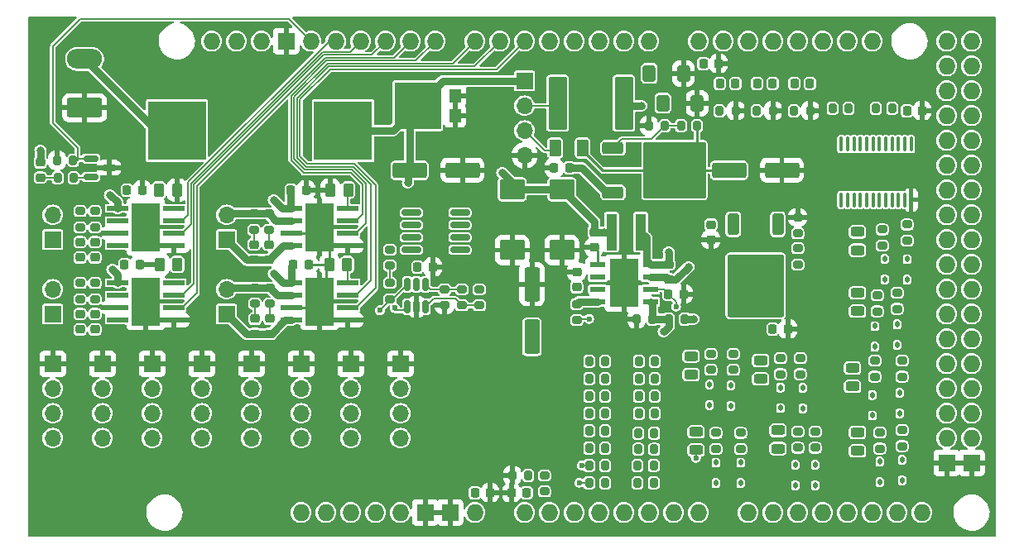
<source format=gbr>
%TF.GenerationSoftware,KiCad,Pcbnew,7.0.2*%
%TF.CreationDate,2023-07-01T11:58:03+02:00*%
%TF.ProjectId,RocciShield,526f6363-6953-4686-9965-6c642e6b6963,rev?*%
%TF.SameCoordinates,Original*%
%TF.FileFunction,Copper,L1,Top*%
%TF.FilePolarity,Positive*%
%FSLAX46Y46*%
G04 Gerber Fmt 4.6, Leading zero omitted, Abs format (unit mm)*
G04 Created by KiCad (PCBNEW 7.0.2) date 2023-07-01 11:58:03*
%MOMM*%
%LPD*%
G01*
G04 APERTURE LIST*
G04 Aperture macros list*
%AMRoundRect*
0 Rectangle with rounded corners*
0 $1 Rounding radius*
0 $2 $3 $4 $5 $6 $7 $8 $9 X,Y pos of 4 corners*
0 Add a 4 corners polygon primitive as box body*
4,1,4,$2,$3,$4,$5,$6,$7,$8,$9,$2,$3,0*
0 Add four circle primitives for the rounded corners*
1,1,$1+$1,$2,$3*
1,1,$1+$1,$4,$5*
1,1,$1+$1,$6,$7*
1,1,$1+$1,$8,$9*
0 Add four rect primitives between the rounded corners*
20,1,$1+$1,$2,$3,$4,$5,0*
20,1,$1+$1,$4,$5,$6,$7,0*
20,1,$1+$1,$6,$7,$8,$9,0*
20,1,$1+$1,$8,$9,$2,$3,0*%
G04 Aperture macros list end*
%TA.AperFunction,SMDPad,CuDef*%
%ADD10RoundRect,0.112500X0.112500X-0.187500X0.112500X0.187500X-0.112500X0.187500X-0.112500X-0.187500X0*%
%TD*%
%TA.AperFunction,ComponentPad*%
%ADD11O,1.727200X1.727200*%
%TD*%
%TA.AperFunction,ComponentPad*%
%ADD12R,1.727200X1.727200*%
%TD*%
%TA.AperFunction,SMDPad,CuDef*%
%ADD13R,6.000000X6.000000*%
%TD*%
%TA.AperFunction,SMDPad,CuDef*%
%ADD14RoundRect,0.225000X-0.250000X0.225000X-0.250000X-0.225000X0.250000X-0.225000X0.250000X0.225000X0*%
%TD*%
%TA.AperFunction,SMDPad,CuDef*%
%ADD15RoundRect,0.250000X-0.850000X-0.350000X0.850000X-0.350000X0.850000X0.350000X-0.850000X0.350000X0*%
%TD*%
%TA.AperFunction,SMDPad,CuDef*%
%ADD16RoundRect,0.250000X-1.275000X-1.125000X1.275000X-1.125000X1.275000X1.125000X-1.275000X1.125000X0*%
%TD*%
%TA.AperFunction,SMDPad,CuDef*%
%ADD17RoundRect,0.249997X-2.950003X-2.650003X2.950003X-2.650003X2.950003X2.650003X-2.950003X2.650003X0*%
%TD*%
%TA.AperFunction,SMDPad,CuDef*%
%ADD18RoundRect,0.225000X-0.225000X-0.250000X0.225000X-0.250000X0.225000X0.250000X-0.225000X0.250000X0*%
%TD*%
%TA.AperFunction,SMDPad,CuDef*%
%ADD19RoundRect,0.200000X-0.275000X0.200000X-0.275000X-0.200000X0.275000X-0.200000X0.275000X0.200000X0*%
%TD*%
%TA.AperFunction,SMDPad,CuDef*%
%ADD20R,1.100000X3.700000*%
%TD*%
%TA.AperFunction,SMDPad,CuDef*%
%ADD21RoundRect,0.250000X-1.025000X0.787500X-1.025000X-0.787500X1.025000X-0.787500X1.025000X0.787500X0*%
%TD*%
%TA.AperFunction,SMDPad,CuDef*%
%ADD22RoundRect,0.100000X0.100000X-0.637500X0.100000X0.637500X-0.100000X0.637500X-0.100000X-0.637500X0*%
%TD*%
%TA.AperFunction,ComponentPad*%
%ADD23R,1.700000X1.700000*%
%TD*%
%TA.AperFunction,ComponentPad*%
%ADD24O,1.700000X1.700000*%
%TD*%
%TA.AperFunction,SMDPad,CuDef*%
%ADD25RoundRect,0.200000X0.200000X0.275000X-0.200000X0.275000X-0.200000X-0.275000X0.200000X-0.275000X0*%
%TD*%
%TA.AperFunction,SMDPad,CuDef*%
%ADD26RoundRect,0.150000X0.150000X-0.512500X0.150000X0.512500X-0.150000X0.512500X-0.150000X-0.512500X0*%
%TD*%
%TA.AperFunction,SMDPad,CuDef*%
%ADD27RoundRect,0.200000X0.275000X-0.200000X0.275000X0.200000X-0.275000X0.200000X-0.275000X-0.200000X0*%
%TD*%
%TA.AperFunction,SMDPad,CuDef*%
%ADD28RoundRect,0.250000X-1.500000X-0.550000X1.500000X-0.550000X1.500000X0.550000X-1.500000X0.550000X0*%
%TD*%
%TA.AperFunction,SMDPad,CuDef*%
%ADD29RoundRect,0.218750X-0.256250X0.218750X-0.256250X-0.218750X0.256250X-0.218750X0.256250X0.218750X0*%
%TD*%
%TA.AperFunction,SMDPad,CuDef*%
%ADD30RoundRect,0.218750X0.256250X-0.218750X0.256250X0.218750X-0.256250X0.218750X-0.256250X-0.218750X0*%
%TD*%
%TA.AperFunction,SMDPad,CuDef*%
%ADD31RoundRect,0.218750X-0.218750X-0.256250X0.218750X-0.256250X0.218750X0.256250X-0.218750X0.256250X0*%
%TD*%
%TA.AperFunction,SMDPad,CuDef*%
%ADD32RoundRect,0.225000X0.250000X-0.225000X0.250000X0.225000X-0.250000X0.225000X-0.250000X-0.225000X0*%
%TD*%
%TA.AperFunction,SMDPad,CuDef*%
%ADD33RoundRect,0.250000X0.712500X2.475000X-0.712500X2.475000X-0.712500X-2.475000X0.712500X-2.475000X0*%
%TD*%
%TA.AperFunction,SMDPad,CuDef*%
%ADD34RoundRect,0.250000X0.262500X0.450000X-0.262500X0.450000X-0.262500X-0.450000X0.262500X-0.450000X0*%
%TD*%
%TA.AperFunction,SMDPad,CuDef*%
%ADD35RoundRect,0.243750X0.456250X-0.243750X0.456250X0.243750X-0.456250X0.243750X-0.456250X-0.243750X0*%
%TD*%
%TA.AperFunction,SMDPad,CuDef*%
%ADD36RoundRect,0.200000X-0.200000X-0.275000X0.200000X-0.275000X0.200000X0.275000X-0.200000X0.275000X0*%
%TD*%
%TA.AperFunction,ComponentPad*%
%ADD37RoundRect,0.250000X1.550000X-0.750000X1.550000X0.750000X-1.550000X0.750000X-1.550000X-0.750000X0*%
%TD*%
%TA.AperFunction,ComponentPad*%
%ADD38O,3.600000X2.000000*%
%TD*%
%TA.AperFunction,SMDPad,CuDef*%
%ADD39RoundRect,0.250000X-0.262500X-0.450000X0.262500X-0.450000X0.262500X0.450000X-0.262500X0.450000X0*%
%TD*%
%TA.AperFunction,SMDPad,CuDef*%
%ADD40RoundRect,0.250000X-0.400000X-0.600000X0.400000X-0.600000X0.400000X0.600000X-0.400000X0.600000X0*%
%TD*%
%TA.AperFunction,SMDPad,CuDef*%
%ADD41RoundRect,0.243750X-0.456250X0.243750X-0.456250X-0.243750X0.456250X-0.243750X0.456250X0.243750X0*%
%TD*%
%TA.AperFunction,SMDPad,CuDef*%
%ADD42R,1.270000X1.400000*%
%TD*%
%TA.AperFunction,SMDPad,CuDef*%
%ADD43R,4.720000X4.800000*%
%TD*%
%TA.AperFunction,SMDPad,CuDef*%
%ADD44RoundRect,0.250000X-0.350000X0.850000X-0.350000X-0.850000X0.350000X-0.850000X0.350000X0.850000X0*%
%TD*%
%TA.AperFunction,SMDPad,CuDef*%
%ADD45RoundRect,0.250000X-1.125000X1.275000X-1.125000X-1.275000X1.125000X-1.275000X1.125000X1.275000X0*%
%TD*%
%TA.AperFunction,SMDPad,CuDef*%
%ADD46RoundRect,0.249997X-2.650003X2.950003X-2.650003X-2.950003X2.650003X-2.950003X2.650003X2.950003X0*%
%TD*%
%TA.AperFunction,SMDPad,CuDef*%
%ADD47R,2.200000X0.500000*%
%TD*%
%TA.AperFunction,ComponentPad*%
%ADD48C,0.630000*%
%TD*%
%TA.AperFunction,SMDPad,CuDef*%
%ADD49R,2.950000X4.900000*%
%TD*%
%TA.AperFunction,SMDPad,CuDef*%
%ADD50RoundRect,0.225000X0.225000X0.250000X-0.225000X0.250000X-0.225000X-0.250000X0.225000X-0.250000X0*%
%TD*%
%TA.AperFunction,SMDPad,CuDef*%
%ADD51RoundRect,0.150000X-0.825000X-0.150000X0.825000X-0.150000X0.825000X0.150000X-0.825000X0.150000X0*%
%TD*%
%TA.AperFunction,SMDPad,CuDef*%
%ADD52RoundRect,0.250000X0.375000X0.625000X-0.375000X0.625000X-0.375000X-0.625000X0.375000X-0.625000X0*%
%TD*%
%TA.AperFunction,SMDPad,CuDef*%
%ADD53RoundRect,0.250000X0.550000X-1.500000X0.550000X1.500000X-0.550000X1.500000X-0.550000X-1.500000X0*%
%TD*%
%TA.AperFunction,SMDPad,CuDef*%
%ADD54RoundRect,0.150000X-0.587500X-0.150000X0.587500X-0.150000X0.587500X0.150000X-0.587500X0.150000X0*%
%TD*%
%TA.AperFunction,ComponentPad*%
%ADD55C,0.600000*%
%TD*%
%TA.AperFunction,SMDPad,CuDef*%
%ADD56R,1.550000X0.600000*%
%TD*%
%TA.AperFunction,ViaPad*%
%ADD57C,0.600000*%
%TD*%
%TA.AperFunction,ViaPad*%
%ADD58C,0.800000*%
%TD*%
%TA.AperFunction,Conductor*%
%ADD59C,0.800000*%
%TD*%
%TA.AperFunction,Conductor*%
%ADD60C,0.150000*%
%TD*%
%TA.AperFunction,Conductor*%
%ADD61C,0.250000*%
%TD*%
G04 APERTURE END LIST*
D10*
%TO.P,D12,1,K*%
%TO.N,+5V*%
X206248000Y-118584000D03*
%TO.P,D12,2,A*%
%TO.N,Net-(D12-A)*%
X206248000Y-116484000D03*
%TD*%
%TO.P,D11,1,K*%
%TO.N,+5V*%
X209042000Y-118364000D03*
%TO.P,D11,2,A*%
%TO.N,Net-(D11-A)*%
X209042000Y-116264000D03*
%TD*%
%TO.P,D10,1,K*%
%TO.N,+5V*%
X199136000Y-117856000D03*
%TO.P,D10,2,A*%
%TO.N,Net-(D10-A)*%
X199136000Y-115756000D03*
%TD*%
%TO.P,D9,1,K*%
%TO.N,+5V*%
X196850000Y-117822000D03*
%TO.P,D9,2,A*%
%TO.N,Net-(D9-A)*%
X196850000Y-115722000D03*
%TD*%
D11*
%TO.P,XA1,VIN,VIN*%
%TO.N,+8V*%
X165608000Y-128524000D03*
%TO.P,XA1,SDA,SDA*%
%TO.N,unconnected-(XA1-PadSDA)*%
X141224000Y-80264000D03*
%TO.P,XA1,SCL,SCL*%
%TO.N,unconnected-(XA1-PadSCL)*%
X138684000Y-80264000D03*
%TO.P,XA1,RST1,RESET*%
%TO.N,unconnected-(XA1-RESET-PadRST1)*%
X152908000Y-128524000D03*
%TO.P,XA1,IORF,IOREF*%
%TO.N,IOREF*%
X150368000Y-128524000D03*
D12*
%TO.P,XA1,GND6,GND*%
%TO.N,GND*%
X216408000Y-123444000D03*
%TO.P,XA1,GND5,GND*%
X213868000Y-123444000D03*
%TO.P,XA1,GND3,GND*%
X163068000Y-128524000D03*
%TO.P,XA1,GND2,GND*%
X160528000Y-128524000D03*
%TO.P,XA1,GND1,GND*%
X146304000Y-80264000D03*
D11*
%TO.P,XA1,D53,D53_CS*%
%TO.N,unconnected-(XA1-D53_CS-PadD53)*%
X216408000Y-120904000D03*
%TO.P,XA1,D52,D52_SCK*%
%TO.N,unconnected-(XA1-D52_SCK-PadD52)*%
X213868000Y-120904000D03*
%TO.P,XA1,D51,D51_MOSI*%
%TO.N,unconnected-(XA1-D51_MOSI-PadD51)*%
X216408000Y-118364000D03*
%TO.P,XA1,D50,D50_MISO*%
%TO.N,unconnected-(XA1-D50_MISO-PadD50)*%
X213868000Y-118364000D03*
%TO.P,XA1,D49,D49*%
%TO.N,unconnected-(XA1-PadD49)*%
X216408000Y-115824000D03*
%TO.P,XA1,D48,D48*%
%TO.N,unconnected-(XA1-PadD48)*%
X213868000Y-115824000D03*
%TO.P,XA1,D47,D47*%
%TO.N,unconnected-(XA1-PadD47)*%
X216408000Y-113284000D03*
%TO.P,XA1,D46,D46*%
%TO.N,unconnected-(XA1-PadD46)*%
X213868000Y-113284000D03*
%TO.P,XA1,D45,D45*%
%TO.N,unconnected-(XA1-PadD45)*%
X216408000Y-110744000D03*
%TO.P,XA1,D44,D44*%
%TO.N,unconnected-(XA1-PadD44)*%
X213868000Y-110744000D03*
%TO.P,XA1,D43,D43*%
%TO.N,unconnected-(XA1-PadD43)*%
X216408000Y-108204000D03*
%TO.P,XA1,D42,D42*%
%TO.N,unconnected-(XA1-PadD42)*%
X213868000Y-108204000D03*
%TO.P,XA1,D41,D41*%
%TO.N,unconnected-(XA1-PadD41)*%
X216408000Y-105664000D03*
%TO.P,XA1,D40,D40*%
%TO.N,unconnected-(XA1-PadD40)*%
X213868000Y-105664000D03*
%TO.P,XA1,D39,D39*%
%TO.N,unconnected-(XA1-PadD39)*%
X216408000Y-103124000D03*
%TO.P,XA1,D38,D38*%
%TO.N,unconnected-(XA1-PadD38)*%
X213868000Y-103124000D03*
%TO.P,XA1,D37,D37*%
%TO.N,unconnected-(XA1-PadD37)*%
X216408000Y-100584000D03*
%TO.P,XA1,D36,D36*%
%TO.N,unconnected-(XA1-PadD36)*%
X213868000Y-100584000D03*
%TO.P,XA1,D35,D35*%
%TO.N,unconnected-(XA1-PadD35)*%
X216408000Y-98044000D03*
%TO.P,XA1,D34,D34*%
%TO.N,unconnected-(XA1-PadD34)*%
X213868000Y-98044000D03*
%TO.P,XA1,D33,D33*%
%TO.N,unconnected-(XA1-PadD33)*%
X216408000Y-95504000D03*
%TO.P,XA1,D32,D32*%
%TO.N,unconnected-(XA1-PadD32)*%
X213868000Y-95504000D03*
%TO.P,XA1,D31,D31*%
%TO.N,unconnected-(XA1-PadD31)*%
X216408000Y-92964000D03*
%TO.P,XA1,D30,D30*%
%TO.N,unconnected-(XA1-PadD30)*%
X213868000Y-92964000D03*
%TO.P,XA1,D29,D29*%
%TO.N,unconnected-(XA1-PadD29)*%
X216408000Y-90424000D03*
%TO.P,XA1,D28,D28*%
%TO.N,unconnected-(XA1-PadD28)*%
X213868000Y-90424000D03*
%TO.P,XA1,D27,D27*%
%TO.N,unconnected-(XA1-PadD27)*%
X216408000Y-87884000D03*
%TO.P,XA1,D26,D26*%
%TO.N,unconnected-(XA1-PadD26)*%
X213868000Y-87884000D03*
%TO.P,XA1,D25,D25*%
%TO.N,unconnected-(XA1-PadD25)*%
X216408000Y-85344000D03*
%TO.P,XA1,D24,D24*%
%TO.N,unconnected-(XA1-PadD24)*%
X213868000Y-85344000D03*
%TO.P,XA1,D23,D23*%
%TO.N,unconnected-(XA1-PadD23)*%
X216408000Y-82804000D03*
%TO.P,XA1,D22,D22*%
%TO.N,unconnected-(XA1-PadD22)*%
X213868000Y-82804000D03*
%TO.P,XA1,D21,D21/SCL*%
%TO.N,I2C_SCL*%
X206248000Y-80264000D03*
%TO.P,XA1,D20,D20/SDA*%
%TO.N,I2C_SDA*%
X203708000Y-80264000D03*
%TO.P,XA1,D19,D19/RX1*%
%TO.N,unconnected-(XA1-D19{slash}RX1-PadD19)*%
X201168000Y-80264000D03*
%TO.P,XA1,D18,D18/TX1*%
%TO.N,unconnected-(XA1-D18{slash}TX1-PadD18)*%
X198628000Y-80264000D03*
%TO.P,XA1,D17,D17/RX2*%
%TO.N,unconnected-(XA1-D17{slash}RX2-PadD17)*%
X196088000Y-80264000D03*
%TO.P,XA1,D16,D16/TX2*%
%TO.N,unconnected-(XA1-D16{slash}TX2-PadD16)*%
X193548000Y-80264000D03*
%TO.P,XA1,D15,D15/RX3*%
%TO.N,unconnected-(XA1-D15{slash}RX3-PadD15)*%
X191008000Y-80264000D03*
%TO.P,XA1,D14,D14/TX3*%
%TO.N,unconnected-(XA1-D14{slash}TX3-PadD14)*%
X188468000Y-80264000D03*
%TO.P,XA1,D13,D13*%
%TO.N,ERROR_LED*%
X148844000Y-80264000D03*
%TO.P,XA1,D12,D12*%
%TO.N,M2_IN1*%
X151384000Y-80264000D03*
%TO.P,XA1,D11,D11*%
%TO.N,M2_IN2*%
X153924000Y-80264000D03*
%TO.P,XA1,D10,D10*%
%TO.N,M3_IN1*%
X156464000Y-80264000D03*
%TO.P,XA1,D9,D9*%
%TO.N,M3_IN2*%
X159004000Y-80264000D03*
%TO.P,XA1,D8,D8*%
%TO.N,M1_IN1*%
X161544000Y-80264000D03*
%TO.P,XA1,D7,D7*%
%TO.N,M1_IN2*%
X165608000Y-80264000D03*
%TO.P,XA1,D6,D6*%
%TO.N,M0_IN1*%
X168148000Y-80264000D03*
%TO.P,XA1,D5,D5*%
%TO.N,M0_IN2*%
X170688000Y-80264000D03*
%TO.P,XA1,D4,D4*%
%TO.N,I2C_RESET*%
X173228000Y-80264000D03*
%TO.P,XA1,D3,D3_INT1*%
%TO.N,unconnected-(XA1-D3_INT1-PadD3)*%
X175768000Y-80264000D03*
%TO.P,XA1,D2,D2_INT0*%
%TO.N,unconnected-(XA1-D2_INT0-PadD2)*%
X178308000Y-80264000D03*
%TO.P,XA1,D1,D1/TX0*%
%TO.N,unconnected-(XA1-D1{slash}TX0-PadD1)*%
X180848000Y-80264000D03*
%TO.P,XA1,D0,D0/RX0*%
%TO.N,unconnected-(XA1-D0{slash}RX0-PadD0)*%
X183388000Y-80264000D03*
%TO.P,XA1,AREF,AREF*%
%TO.N,unconnected-(XA1-PadAREF)*%
X143764000Y-80264000D03*
%TO.P,XA1,A15,A15*%
%TO.N,unconnected-(XA1-PadA15)*%
X211328000Y-128524000D03*
%TO.P,XA1,A14,A14*%
%TO.N,unconnected-(XA1-PadA14)*%
X208788000Y-128524000D03*
%TO.P,XA1,A13,A13*%
%TO.N,unconnected-(XA1-PadA13)*%
X206248000Y-128524000D03*
%TO.P,XA1,A12,A12*%
%TO.N,unconnected-(XA1-PadA12)*%
X203708000Y-128524000D03*
%TO.P,XA1,A11,A11*%
%TO.N,unconnected-(XA1-PadA11)*%
X201168000Y-128524000D03*
%TO.P,XA1,A10,A10*%
%TO.N,unconnected-(XA1-PadA10)*%
X198628000Y-128524000D03*
%TO.P,XA1,A9,A9*%
%TO.N,unconnected-(XA1-PadA9)*%
X196088000Y-128524000D03*
%TO.P,XA1,A8,A8*%
%TO.N,unconnected-(XA1-PadA8)*%
X193548000Y-128524000D03*
%TO.P,XA1,A7,A7*%
%TO.N,unconnected-(XA1-PadA7)*%
X188468000Y-128524000D03*
%TO.P,XA1,A6,A6*%
%TO.N,unconnected-(XA1-PadA6)*%
X185928000Y-128524000D03*
%TO.P,XA1,A5,A5*%
%TO.N,unconnected-(XA1-PadA5)*%
X183388000Y-128524000D03*
%TO.P,XA1,A4,A4*%
%TO.N,unconnected-(XA1-PadA4)*%
X180848000Y-128524000D03*
%TO.P,XA1,A3,A3*%
%TO.N,unconnected-(XA1-PadA3)*%
X178308000Y-128524000D03*
%TO.P,XA1,A2,A2*%
%TO.N,unconnected-(XA1-PadA2)*%
X175768000Y-128524000D03*
%TO.P,XA1,A1,A1*%
%TO.N,unconnected-(XA1-PadA1)*%
X173228000Y-128524000D03*
%TO.P,XA1,A0,A0*%
%TO.N,ADC_BAT*%
X170688000Y-128524000D03*
%TO.P,XA1,5V4,5V*%
%TO.N,unconnected-(XA1-5V-Pad5V4)*%
X216408000Y-80264000D03*
%TO.P,XA1,5V3,5V*%
%TO.N,unconnected-(XA1-5V-Pad5V3)*%
X213868000Y-80264000D03*
%TO.P,XA1,5V1,5V*%
%TO.N,unconnected-(XA1-5V-Pad5V1)*%
X157988000Y-128524000D03*
%TO.P,XA1,3V3,3.3V*%
%TO.N,unconnected-(XA1-3.3V-Pad3V3)*%
X155448000Y-128524000D03*
%TO.P,XA1,*%
%TO.N,*%
X147828000Y-128524000D03*
%TD*%
D13*
%TO.P,F2,1*%
%TO.N,/12V_input*%
X135128000Y-89408000D03*
%TO.P,F2,2*%
%TO.N,+12V*%
X152128000Y-89408000D03*
%TD*%
D14*
%TO.P,C21,1*%
%TO.N,+5V*%
X177800000Y-99809000D03*
%TO.P,C21,2*%
%TO.N,GND*%
X177800000Y-101359000D03*
%TD*%
D15*
%TO.P,U2,1,ADJ*%
%TO.N,Net-(U2-ADJ)*%
X179731000Y-91191000D03*
D16*
%TO.P,U2,2,VO*%
%TO.N,+3V3*%
X184356000Y-91946000D03*
X184356000Y-94996000D03*
D17*
X186031000Y-93471000D03*
D16*
X187706000Y-91946000D03*
X187706000Y-94996000D03*
D15*
%TO.P,U2,3,VI*%
%TO.N,+5V*%
X179731000Y-95751000D03*
%TD*%
D18*
%TO.P,C7,1*%
%TO.N,Net-(U1-VCC)*%
X185394000Y-106159000D03*
%TO.P,C7,2*%
%TO.N,GND*%
X186944000Y-106159000D03*
%TD*%
%TO.P,C19,1*%
%TO.N,GND*%
X169341000Y-126492000D03*
%TO.P,C19,2*%
%TO.N,ADC_BAT*%
X170891000Y-126492000D03*
%TD*%
D19*
%TO.P,R59,1*%
%TO.N,/PM3_1*%
X126746000Y-105030000D03*
%TO.P,R59,2*%
%TO.N,Net-(D29-A)*%
X126746000Y-106680000D03*
%TD*%
D20*
%TO.P,L1,1,1*%
%TO.N,/SW*%
X182578000Y-99809000D03*
%TO.P,L1,2,2*%
%TO.N,+5V*%
X179578000Y-99809000D03*
%TD*%
D21*
%TO.P,C4,1*%
%TO.N,+5V*%
X169418000Y-95426500D03*
%TO.P,C4,2*%
%TO.N,GND*%
X169418000Y-101651500D03*
%TD*%
D22*
%TO.P,U5,1,A0*%
%TO.N,Net-(JP7-C)*%
X203080000Y-96520000D03*
%TO.P,U5,2,A1*%
%TO.N,Net-(JP6-C)*%
X203730000Y-96520000D03*
%TO.P,U5,3,~{RESET}*%
%TO.N,I2C_RESET*%
X204380000Y-96520000D03*
%TO.P,U5,4,SD0*%
%TO.N,Net-(D2-A)*%
X205030000Y-96520000D03*
%TO.P,U5,5,SC0*%
%TO.N,Net-(D1-A)*%
X205680000Y-96520000D03*
%TO.P,U5,6,SD1*%
%TO.N,Net-(D5-A)*%
X206330000Y-96520000D03*
%TO.P,U5,7,SC1*%
%TO.N,Net-(D4-A)*%
X206980000Y-96520000D03*
%TO.P,U5,8,SD2*%
%TO.N,Net-(D10-A)*%
X207630000Y-96520000D03*
%TO.P,U5,9,SC2*%
%TO.N,Net-(D9-A)*%
X208280000Y-96520000D03*
%TO.P,U5,10,SD3*%
%TO.N,Net-(D12-A)*%
X208930000Y-96520000D03*
%TO.P,U5,11,SC3*%
%TO.N,Net-(D11-A)*%
X209580000Y-96520000D03*
%TO.P,U5,12,GND*%
%TO.N,GND*%
X210230000Y-96520000D03*
%TO.P,U5,13,SD4*%
%TO.N,Net-(D16-A)*%
X210230000Y-90795000D03*
%TO.P,U5,14,SC4*%
%TO.N,Net-(D15-A)*%
X209580000Y-90795000D03*
%TO.P,U5,15,SD5*%
%TO.N,Net-(D21-A)*%
X208930000Y-90795000D03*
%TO.P,U5,16,SC5*%
%TO.N,Net-(D20-A)*%
X208280000Y-90795000D03*
%TO.P,U5,17,SD6*%
%TO.N,Net-(D25-A)*%
X207630000Y-90795000D03*
%TO.P,U5,18,SC6*%
%TO.N,Net-(D24-A)*%
X206980000Y-90795000D03*
%TO.P,U5,19,SD7*%
%TO.N,Net-(D31-A)*%
X206330000Y-90795000D03*
%TO.P,U5,20,SC7*%
%TO.N,Net-(D30-A)*%
X205680000Y-90795000D03*
%TO.P,U5,21,A2*%
%TO.N,Net-(JP5-C)*%
X205030000Y-90795000D03*
%TO.P,U5,22,SCL*%
%TO.N,I2C_SCL*%
X204380000Y-90795000D03*
%TO.P,U5,23,SDA*%
%TO.N,I2C_SDA*%
X203730000Y-90795000D03*
%TO.P,U5,24,VCC*%
%TO.N,+5V*%
X203080000Y-90795000D03*
%TD*%
D23*
%TO.P,J13,1,Pin_1*%
%TO.N,/PM3_2*%
X122428000Y-108204000D03*
D24*
%TO.P,J13,2,Pin_2*%
%TO.N,/PM3_1*%
X122428000Y-105664000D03*
%TD*%
D25*
%TO.P,R34,2*%
%TO.N,Net-(J5-Pin_2)*%
X182246000Y-123698000D03*
%TO.P,R34,1*%
%TO.N,Net-(D12-A)*%
X183896000Y-123698000D03*
%TD*%
%TO.P,R3,2*%
%TO.N,Net-(J2-Pin_3)*%
X182372000Y-114808000D03*
%TO.P,R3,1*%
%TO.N,Net-(D1-A)*%
X184022000Y-114808000D03*
%TD*%
D18*
%TO.P,C10,2*%
%TO.N,GND*%
X190526000Y-82550000D03*
%TO.P,C10,1*%
%TO.N,+3V3*%
X188976000Y-82550000D03*
%TD*%
D26*
%TO.P,U4,6,OUTB*%
%TO.N,Net-(U4-OUTB)*%
X158689000Y-105156000D03*
%TO.P,U4,5,VDD*%
%TO.N,+12V*%
X159639000Y-105156000D03*
%TO.P,U4,4,INB-*%
%TO.N,Net-(U4-INB-)*%
X160589000Y-105156000D03*
%TO.P,U4,3,INA+*%
%TO.N,Net-(U4-INA+)*%
X160589000Y-107431000D03*
%TO.P,U4,2,GND*%
%TO.N,GND*%
X159639000Y-107431000D03*
%TO.P,U4,1,OUTA*%
%TO.N,Net-(U4-OUTA)*%
X158689000Y-107431000D03*
%TD*%
D10*
%TO.P,D25,1,K*%
%TO.N,+5V*%
X200406000Y-125730000D03*
%TO.P,D25,2,A*%
%TO.N,Net-(D25-A)*%
X200406000Y-123630000D03*
%TD*%
D19*
%TO.P,R62,1*%
%TO.N,Net-(JP11-C)*%
X192786000Y-120362000D03*
%TO.P,R62,2*%
%TO.N,Net-(D30-A)*%
X192786000Y-122012000D03*
%TD*%
D25*
%TO.P,R50,2*%
%TO.N,Net-(J9-Pin_2)*%
X177292000Y-116586000D03*
%TO.P,R50,1*%
%TO.N,Net-(D21-A)*%
X178942000Y-116586000D03*
%TD*%
D27*
%TO.P,R22,1*%
%TO.N,Net-(JP3-C)*%
X198882000Y-114358000D03*
%TO.P,R22,2*%
%TO.N,Net-(D10-A)*%
X198882000Y-112708000D03*
%TD*%
D28*
%TO.P,C14,1*%
%TO.N,+12V*%
X158938000Y-93472000D03*
%TO.P,C14,2*%
%TO.N,GND*%
X164338000Y-93472000D03*
%TD*%
D29*
%TO.P,D18,2,A*%
%TO.N,/PM1_2*%
X143002000Y-102667000D03*
%TO.P,D18,1,K*%
%TO.N,Net-(D18-K)*%
X143002000Y-101092000D03*
%TD*%
D23*
%TO.P,J10,1,Pin_1*%
%TO.N,/PM2_2*%
X122428000Y-100584000D03*
D24*
%TO.P,J10,2,Pin_2*%
%TO.N,/PM2_1*%
X122428000Y-98044000D03*
%TD*%
D25*
%TO.P,R7,1*%
%TO.N,/FB*%
X183768000Y-108699000D03*
%TO.P,R7,2*%
%TO.N,GND*%
X182118000Y-108699000D03*
%TD*%
D30*
%TO.P,D23,1,K*%
%TO.N,/PM2_2*%
X126746000Y-102413000D03*
%TO.P,D23,2,A*%
%TO.N,Net-(D23-A)*%
X126746000Y-100838000D03*
%TD*%
D31*
%TO.P,D6,1,K*%
%TO.N,Net-(D6-K)*%
X190665500Y-84582000D03*
%TO.P,D6,2,A*%
%TO.N,+12VA*%
X192240500Y-84582000D03*
%TD*%
D25*
%TO.P,R5,1*%
%TO.N,+5V*%
X187070000Y-108699000D03*
%TO.P,R5,2*%
%TO.N,/FB*%
X185420000Y-108699000D03*
%TD*%
D27*
%TO.P,R6,1*%
%TO.N,Net-(U1-VCC)*%
X176022000Y-108825000D03*
%TO.P,R6,2*%
%TO.N,/PG*%
X176022000Y-107175000D03*
%TD*%
D32*
%TO.P,C3,1*%
%TO.N,/Boot*%
X185420000Y-104648000D03*
%TO.P,C3,2*%
%TO.N,/SW*%
X185420000Y-103098000D03*
%TD*%
D33*
%TO.P,F9,1*%
%TO.N,+5V*%
X180848000Y-86614000D03*
%TO.P,F9,2*%
%TO.N,Net-(J12-Pin_2)*%
X174073000Y-86614000D03*
%TD*%
D23*
%TO.P,J3,1,Pin_1*%
%TO.N,GND*%
X152908000Y-113284000D03*
D24*
%TO.P,J3,2,Pin_2*%
%TO.N,Net-(J3-Pin_2)*%
X152908000Y-115824000D03*
%TO.P,J3,3,Pin_3*%
%TO.N,Net-(J3-Pin_3)*%
X152908000Y-118364000D03*
%TO.P,J3,4,Pin_4*%
%TO.N,Net-(J3-Pin_4)*%
X152908000Y-120904000D03*
%TD*%
D34*
%TO.P,R45,2*%
%TO.N,GND*%
X150829000Y-95504000D03*
%TO.P,R45,1*%
%TO.N,Net-(U7-ILIM)*%
X152654000Y-95504000D03*
%TD*%
D27*
%TO.P,R11,1*%
%TO.N,Net-(JP2-C)*%
X206756000Y-107926000D03*
%TO.P,R11,2*%
%TO.N,Net-(D4-A)*%
X206756000Y-106276000D03*
%TD*%
D10*
%TO.P,D30,1,K*%
%TO.N,+5V*%
X192786000Y-125510000D03*
%TO.P,D30,2,A*%
%TO.N,Net-(D30-A)*%
X192786000Y-123410000D03*
%TD*%
D18*
%TO.P,C20,1*%
%TO.N,+8V*%
X165608000Y-126492000D03*
%TO.P,C20,2*%
%TO.N,GND*%
X167158000Y-126492000D03*
%TD*%
D35*
%TO.P,F7,1*%
%TO.N,Net-(JP9-C)*%
X204724000Y-122203000D03*
%TO.P,F7,2*%
%TO.N,Net-(J9-Pin_4)*%
X204724000Y-120328000D03*
%TD*%
D30*
%TO.P,D17,1,K*%
%TO.N,Net-(D17-K)*%
X121158000Y-94234000D03*
%TO.P,D17,2,A*%
%TO.N,+5V*%
X121158000Y-92659000D03*
%TD*%
%TO.P,D19,2,A*%
%TO.N,Net-(D19-A)*%
X144526000Y-101092000D03*
%TO.P,D19,1,K*%
%TO.N,/PM1_2*%
X144526000Y-102667000D03*
%TD*%
D19*
%TO.P,R29,1*%
%TO.N,+12VA*%
X172720000Y-124714000D03*
%TO.P,R29,2*%
%TO.N,ADC_BAT*%
X172720000Y-126364000D03*
%TD*%
D34*
%TO.P,R37,1*%
%TO.N,Net-(U6-ILIM)*%
X152550500Y-103124000D03*
%TO.P,R37,2*%
%TO.N,GND*%
X150725500Y-103124000D03*
%TD*%
D30*
%TO.P,D28,1,K*%
%TO.N,Net-(D28-K)*%
X125222000Y-109779000D03*
%TO.P,D28,2,A*%
%TO.N,/PM3_2*%
X125222000Y-108204000D03*
%TD*%
D34*
%TO.P,R60,1*%
%TO.N,Net-(U9-ILIM)*%
X135175000Y-103124000D03*
%TO.P,R60,2*%
%TO.N,GND*%
X133350000Y-103124000D03*
%TD*%
D30*
%TO.P,D14,1,K*%
%TO.N,/PM0_2*%
X143119000Y-110236000D03*
%TO.P,D14,2,A*%
%TO.N,Net-(D14-A)*%
X143119000Y-108661000D03*
%TD*%
D36*
%TO.P,R27,2*%
%TO.N,Net-(J4-Pin_3)*%
X183959000Y-120396000D03*
%TO.P,R27,1*%
%TO.N,Net-(D9-A)*%
X182309000Y-120396000D03*
%TD*%
D37*
%TO.P,J1,1,Pin_1*%
%TO.N,GND*%
X125690500Y-87082000D03*
D38*
%TO.P,J1,2,Pin_2*%
%TO.N,/12V_input*%
X125690500Y-82082000D03*
%TD*%
D25*
%TO.P,R33,2*%
%TO.N,Net-(J5-Pin_3)*%
X182246000Y-125476000D03*
%TO.P,R33,1*%
%TO.N,Net-(D11-A)*%
X183896000Y-125476000D03*
%TD*%
D31*
%TO.P,D7,1,K*%
%TO.N,Net-(D7-K)*%
X194475500Y-84582000D03*
%TO.P,D7,2,A*%
%TO.N,+5V*%
X196050500Y-84582000D03*
%TD*%
D10*
%TO.P,D1,1,K*%
%TO.N,+5V*%
X209804000Y-104682000D03*
%TO.P,D1,2,A*%
%TO.N,Net-(D1-A)*%
X209804000Y-102582000D03*
%TD*%
D19*
%TO.P,R35,1*%
%TO.N,/PM0_1*%
X144643000Y-105487000D03*
%TO.P,R35,2*%
%TO.N,Net-(D13-K)*%
X144643000Y-107137000D03*
%TD*%
D27*
%TO.P,R2,1*%
%TO.N,Net-(JP1-C)*%
X207264000Y-101184000D03*
%TO.P,R2,2*%
%TO.N,Net-(D1-A)*%
X207264000Y-99534000D03*
%TD*%
%TO.P,R46,1*%
%TO.N,Net-(JP9-C)*%
X209296000Y-121724000D03*
%TO.P,R46,2*%
%TO.N,Net-(D21-A)*%
X209296000Y-120074000D03*
%TD*%
%TO.P,R65,2*%
%TO.N,Net-(Q1-G)*%
X156911000Y-105023500D03*
%TO.P,R65,1*%
%TO.N,Net-(U4-OUTB)*%
X156911000Y-106673500D03*
%TD*%
D23*
%TO.P,J8,1,Pin_1*%
%TO.N,/PM1_2*%
X140208000Y-100584000D03*
D24*
%TO.P,J8,2,Pin_2*%
%TO.N,/PM1_1*%
X140208000Y-98044000D03*
%TD*%
D25*
%TO.P,R57,2*%
%TO.N,Net-(J11-Pin_2)*%
X177292000Y-121920000D03*
%TO.P,R57,1*%
%TO.N,Net-(D25-A)*%
X178942000Y-121920000D03*
%TD*%
D31*
%TO.P,D8,1,K*%
%TO.N,Net-(D8-K)*%
X198285500Y-84582000D03*
%TO.P,D8,2,A*%
%TO.N,+3V3*%
X199860500Y-84582000D03*
%TD*%
D19*
%TO.P,R13,2*%
%TO.N,Net-(U4-INA+)*%
X166055000Y-107314000D03*
%TO.P,R13,1*%
%TO.N,+12V*%
X166055000Y-105664000D03*
%TD*%
D35*
%TO.P,F5,1*%
%TO.N,Net-(JP4-C)*%
X204216000Y-115599000D03*
%TO.P,F5,2*%
%TO.N,Net-(J5-Pin_4)*%
X204216000Y-113724000D03*
%TD*%
D36*
%TO.P,R24,1*%
%TO.N,GND*%
X183388000Y-88900000D03*
%TO.P,R24,2*%
%TO.N,Net-(U2-ADJ)*%
X185038000Y-88900000D03*
%TD*%
D19*
%TO.P,R51,1*%
%TO.N,/PM2_1*%
X125222000Y-97664000D03*
%TO.P,R51,2*%
%TO.N,Net-(D22-K)*%
X125222000Y-99314000D03*
%TD*%
D23*
%TO.P,J4,1,Pin_1*%
%TO.N,GND*%
X147828000Y-113284000D03*
D24*
%TO.P,J4,2,Pin_2*%
%TO.N,Net-(J4-Pin_2)*%
X147828000Y-115824000D03*
%TO.P,J4,3,Pin_3*%
%TO.N,Net-(J4-Pin_3)*%
X147828000Y-118364000D03*
%TO.P,J4,4,Pin_4*%
%TO.N,Net-(J4-Pin_4)*%
X147828000Y-120904000D03*
%TD*%
D39*
%TO.P,R53,1*%
%TO.N,Net-(U8-ILIM)*%
X133303000Y-95504000D03*
%TO.P,R53,2*%
%TO.N,GND*%
X135128000Y-95504000D03*
%TD*%
D29*
%TO.P,D22,1,K*%
%TO.N,Net-(D22-K)*%
X125222000Y-100838000D03*
%TO.P,D22,2,A*%
%TO.N,/PM2_2*%
X125222000Y-102413000D03*
%TD*%
D19*
%TO.P,R58,1*%
%TO.N,/PM3_1*%
X125222000Y-105030000D03*
%TO.P,R58,2*%
%TO.N,Net-(D28-K)*%
X125222000Y-106680000D03*
%TD*%
D18*
%TO.P,C6,1*%
%TO.N,+5V*%
X209804000Y-87376000D03*
%TO.P,C6,2*%
%TO.N,GND*%
X211354000Y-87376000D03*
%TD*%
D40*
%TO.P,D26,1,K*%
%TO.N,+3V3*%
X184841000Y-86614000D03*
%TO.P,D26,2,A*%
%TO.N,GND*%
X188341000Y-86614000D03*
%TD*%
D19*
%TO.P,R43,2*%
%TO.N,Net-(D18-K)*%
X143002000Y-99568000D03*
%TO.P,R43,1*%
%TO.N,/PM1_1*%
X143002000Y-97918000D03*
%TD*%
%TO.P,R26,2*%
%TO.N,GND*%
X162499000Y-107314000D03*
%TO.P,R26,1*%
%TO.N,Net-(U4-INB-)*%
X162499000Y-105664000D03*
%TD*%
D18*
%TO.P,C15,1*%
%TO.N,+12V*%
X147040000Y-103124000D03*
%TO.P,C15,2*%
%TO.N,GND*%
X148590000Y-103124000D03*
%TD*%
D41*
%TO.P,F8,1*%
%TO.N,Net-(JP10-C)*%
X196596000Y-120108000D03*
%TO.P,F8,2*%
%TO.N,Net-(J11-Pin_4)*%
X196596000Y-121983000D03*
%TD*%
D25*
%TO.P,R32,1*%
%TO.N,ADC_BAT*%
X171068000Y-124714000D03*
%TO.P,R32,2*%
%TO.N,GND*%
X169418000Y-124714000D03*
%TD*%
%TO.P,R56,2*%
%TO.N,Net-(J11-Pin_3)*%
X177292000Y-120142000D03*
%TO.P,R56,1*%
%TO.N,Net-(D24-A)*%
X178942000Y-120142000D03*
%TD*%
D23*
%TO.P,J14,1,Pin_1*%
%TO.N,GND*%
X122428000Y-113284000D03*
D24*
%TO.P,J14,2,Pin_2*%
%TO.N,Net-(J14-Pin_2)*%
X122428000Y-115824000D03*
%TO.P,J14,3,Pin_3*%
%TO.N,Net-(J14-Pin_3)*%
X122428000Y-118364000D03*
%TO.P,J14,4,Pin_4*%
%TO.N,Net-(J14-Pin_4)*%
X122428000Y-120904000D03*
%TD*%
D10*
%TO.P,D4,1,K*%
%TO.N,+5V*%
X206502000Y-111540000D03*
%TO.P,D4,2,A*%
%TO.N,Net-(D4-A)*%
X206502000Y-109440000D03*
%TD*%
%TO.P,D31,1,K*%
%TO.N,+5V*%
X190246000Y-125510000D03*
%TO.P,D31,2,A*%
%TO.N,Net-(D31-A)*%
X190246000Y-123410000D03*
%TD*%
D19*
%TO.P,R36,1*%
%TO.N,/PM0_1*%
X143119000Y-105487000D03*
%TO.P,R36,2*%
%TO.N,Net-(D14-A)*%
X143119000Y-107137000D03*
%TD*%
D36*
%TO.P,R42,1*%
%TO.N,Net-(D17-K)*%
X122936000Y-94234000D03*
%TO.P,R42,2*%
%TO.N,Net-(Q2-S)*%
X124586000Y-94234000D03*
%TD*%
D42*
%TO.P,D32,1,A*%
%TO.N,GND*%
X163571000Y-85828000D03*
%TO.P,D32,2,A*%
X163571000Y-87908000D03*
D43*
%TO.P,D32,3,K*%
%TO.N,+12V*%
X159766000Y-86868000D03*
%TD*%
D35*
%TO.P,F1,1*%
%TO.N,Net-(JP1-C)*%
X204724000Y-101663000D03*
%TO.P,F1,2*%
%TO.N,Net-(J2-Pin_4)*%
X204724000Y-99788000D03*
%TD*%
D40*
%TO.P,D27,1,K*%
%TO.N,+5V*%
X183444000Y-83566000D03*
%TO.P,D27,2,A*%
%TO.N,GND*%
X186944000Y-83566000D03*
%TD*%
D36*
%TO.P,R9,1*%
%TO.N,IOREF*%
X206630000Y-87122000D03*
%TO.P,R9,2*%
%TO.N,I2C_SCL*%
X208280000Y-87122000D03*
%TD*%
D18*
%TO.P,C17,1*%
%TO.N,+12V*%
X130022000Y-95504000D03*
%TO.P,C17,2*%
%TO.N,GND*%
X131572000Y-95504000D03*
%TD*%
D44*
%TO.P,U3,1,ADJ*%
%TO.N,Net-(U3-ADJ)*%
X196591000Y-99007000D03*
D45*
%TO.P,U3,2,VO*%
%TO.N,+8V*%
X195836000Y-103632000D03*
X192786000Y-103632000D03*
D46*
X194311000Y-105307000D03*
D45*
X195836000Y-106982000D03*
X192786000Y-106982000D03*
D44*
%TO.P,U3,3,VI*%
%TO.N,+12VA*%
X192031000Y-99007000D03*
%TD*%
D36*
%TO.P,R16,1*%
%TO.N,Net-(D6-K)*%
X190628000Y-87376000D03*
%TO.P,R16,2*%
%TO.N,GND*%
X192278000Y-87376000D03*
%TD*%
D23*
%TO.P,J2,1,Pin_1*%
%TO.N,GND*%
X157988000Y-113284000D03*
D24*
%TO.P,J2,2,Pin_2*%
%TO.N,Net-(J2-Pin_2)*%
X157988000Y-115824000D03*
%TO.P,J2,3,Pin_3*%
%TO.N,Net-(J2-Pin_3)*%
X157988000Y-118364000D03*
%TO.P,J2,4,Pin_4*%
%TO.N,Net-(J2-Pin_4)*%
X157988000Y-120904000D03*
%TD*%
D47*
%TO.P,U9,1,GND*%
%TO.N,GND*%
X134813000Y-108809000D03*
%TO.P,U9,2,IN2*%
%TO.N,M3_IN2*%
X134813000Y-107539000D03*
%TO.P,U9,3,IN1*%
%TO.N,M3_IN1*%
X134813000Y-106269000D03*
%TO.P,U9,4,ILIM*%
%TO.N,Net-(U9-ILIM)*%
X134813000Y-104999000D03*
%TO.P,U9,5,VM*%
%TO.N,+12V*%
X129063000Y-104999000D03*
%TO.P,U9,6,OUT1*%
%TO.N,/PM3_1*%
X129063000Y-106269000D03*
%TO.P,U9,7,GND*%
%TO.N,GND*%
X129063000Y-107539000D03*
%TO.P,U9,8,OUT2*%
%TO.N,/PM3_2*%
X129063000Y-108809000D03*
D48*
%TO.P,U9,9,GND*%
%TO.N,GND*%
X132588000Y-108204000D03*
X132588000Y-106904000D03*
X132588000Y-105604000D03*
D49*
X131938000Y-106904000D03*
D48*
X131288000Y-108204000D03*
X131288000Y-106904000D03*
X131288000Y-105604000D03*
%TD*%
D47*
%TO.P,U7,1,GND*%
%TO.N,GND*%
X152593000Y-101189000D03*
%TO.P,U7,2,IN2*%
%TO.N,M1_IN2*%
X152593000Y-99919000D03*
%TO.P,U7,3,IN1*%
%TO.N,M1_IN1*%
X152593000Y-98649000D03*
%TO.P,U7,4,ILIM*%
%TO.N,Net-(U7-ILIM)*%
X152593000Y-97379000D03*
%TO.P,U7,5,VM*%
%TO.N,+12V*%
X146843000Y-97379000D03*
%TO.P,U7,6,OUT1*%
%TO.N,/PM1_1*%
X146843000Y-98649000D03*
%TO.P,U7,7,GND*%
%TO.N,GND*%
X146843000Y-99919000D03*
%TO.P,U7,8,OUT2*%
%TO.N,/PM1_2*%
X146843000Y-101189000D03*
D48*
%TO.P,U7,9,GND*%
%TO.N,GND*%
X150368000Y-100584000D03*
X150368000Y-99284000D03*
X150368000Y-97984000D03*
D49*
X149718000Y-99284000D03*
D48*
X149068000Y-100584000D03*
X149068000Y-99284000D03*
X149068000Y-97984000D03*
%TD*%
D19*
%TO.P,R54,1*%
%TO.N,Net-(JP10-C)*%
X200406000Y-120236000D03*
%TO.P,R54,2*%
%TO.N,Net-(D25-A)*%
X200406000Y-121886000D03*
%TD*%
D50*
%TO.P,C9,1*%
%TO.N,+5V*%
X175273000Y-93218000D03*
%TO.P,C9,2*%
%TO.N,GND*%
X173723000Y-93218000D03*
%TD*%
D10*
%TO.P,D15,1,K*%
%TO.N,+5V*%
X189606000Y-117509000D03*
%TO.P,D15,2,A*%
%TO.N,Net-(D15-A)*%
X189606000Y-115409000D03*
%TD*%
D27*
%TO.P,R30,1*%
%TO.N,Net-(JP4-C)*%
X206502000Y-114612000D03*
%TO.P,R30,2*%
%TO.N,Net-(D12-A)*%
X206502000Y-112962000D03*
%TD*%
D18*
%TO.P,C13,1*%
%TO.N,+8V*%
X196062000Y-109728000D03*
%TO.P,C13,2*%
%TO.N,GND*%
X197612000Y-109728000D03*
%TD*%
D23*
%TO.P,J5,1,Pin_1*%
%TO.N,GND*%
X142748000Y-113284000D03*
D24*
%TO.P,J5,2,Pin_2*%
%TO.N,Net-(J5-Pin_2)*%
X142748000Y-115824000D03*
%TO.P,J5,3,Pin_3*%
%TO.N,Net-(J5-Pin_3)*%
X142748000Y-118364000D03*
%TO.P,J5,4,Pin_4*%
%TO.N,Net-(J5-Pin_4)*%
X142748000Y-120904000D03*
%TD*%
D23*
%TO.P,J12,1,Pin_1*%
%TO.N,+12V*%
X170688000Y-84328000D03*
D24*
%TO.P,J12,2,Pin_2*%
%TO.N,Net-(J12-Pin_2)*%
X170688000Y-86868000D03*
%TO.P,J12,3,Pin_3*%
%TO.N,Net-(J12-Pin_3)*%
X170688000Y-89408000D03*
%TO.P,J12,4,Pin_4*%
%TO.N,GND*%
X170688000Y-91948000D03*
%TD*%
D51*
%TO.P,Q1,8,D*%
%TO.N,+12VA*%
X164084000Y-97790000D03*
%TO.P,Q1,7,D*%
X164084000Y-99060000D03*
%TO.P,Q1,6,D*%
X164084000Y-100330000D03*
%TO.P,Q1,5,D*%
X164084000Y-101600000D03*
%TO.P,Q1,4,G*%
%TO.N,Net-(Q1-G)*%
X159134000Y-101600000D03*
%TO.P,Q1,3,S*%
%TO.N,+12V*%
X159134000Y-100330000D03*
%TO.P,Q1,2,S*%
X159134000Y-99060000D03*
%TO.P,Q1,1,S*%
X159134000Y-97790000D03*
%TD*%
D25*
%TO.P,R49,2*%
%TO.N,Net-(J9-Pin_3)*%
X177292000Y-118364000D03*
%TO.P,R49,1*%
%TO.N,Net-(D20-A)*%
X178942000Y-118364000D03*
%TD*%
D23*
%TO.P,J11,1,Pin_1*%
%TO.N,GND*%
X127508000Y-113284000D03*
D24*
%TO.P,J11,2,Pin_2*%
%TO.N,Net-(J11-Pin_2)*%
X127508000Y-115824000D03*
%TO.P,J11,3,Pin_3*%
%TO.N,Net-(J11-Pin_3)*%
X127508000Y-118364000D03*
%TO.P,J11,4,Pin_4*%
%TO.N,Net-(J11-Pin_4)*%
X127508000Y-120904000D03*
%TD*%
D25*
%TO.P,R12,2*%
%TO.N,Net-(J3-Pin_3)*%
X182372000Y-118364000D03*
%TO.P,R12,1*%
%TO.N,Net-(D4-A)*%
X184022000Y-118364000D03*
%TD*%
D52*
%TO.P,F11,1*%
%TO.N,+3V3*%
X176619000Y-91186000D03*
%TO.P,F11,2*%
%TO.N,Net-(J12-Pin_3)*%
X173819000Y-91186000D03*
%TD*%
D27*
%TO.P,R47,1*%
%TO.N,Net-(JP9-C)*%
X207010000Y-121978000D03*
%TO.P,R47,2*%
%TO.N,Net-(D20-A)*%
X207010000Y-120328000D03*
%TD*%
D10*
%TO.P,D20,1,K*%
%TO.N,+5V*%
X209296000Y-125222000D03*
%TO.P,D20,2,A*%
%TO.N,Net-(D20-A)*%
X209296000Y-123122000D03*
%TD*%
D21*
%TO.P,C5,1*%
%TO.N,+5V*%
X174498000Y-95426500D03*
%TO.P,C5,2*%
%TO.N,GND*%
X174498000Y-101651500D03*
%TD*%
D10*
%TO.P,D24,1,K*%
%TO.N,+5V*%
X198374000Y-125730000D03*
%TO.P,D24,2,A*%
%TO.N,Net-(D24-A)*%
X198374000Y-123630000D03*
%TD*%
D19*
%TO.P,R14,2*%
%TO.N,Net-(Q1-G)*%
X156911000Y-103245500D03*
%TO.P,R14,1*%
%TO.N,+12V*%
X156911000Y-101595500D03*
%TD*%
D10*
%TO.P,D16,1,K*%
%TO.N,+5V*%
X191770000Y-117602000D03*
%TO.P,D16,2,A*%
%TO.N,Net-(D16-A)*%
X191770000Y-115502000D03*
%TD*%
D19*
%TO.P,R61,1*%
%TO.N,Net-(JP11-C)*%
X190246000Y-120362000D03*
%TO.P,R61,2*%
%TO.N,Net-(D31-A)*%
X190246000Y-122012000D03*
%TD*%
D23*
%TO.P,J6,1,Pin_1*%
%TO.N,/PM0_2*%
X140208000Y-108204000D03*
D24*
%TO.P,J6,2,Pin_2*%
%TO.N,/PM0_1*%
X140208000Y-105664000D03*
%TD*%
D36*
%TO.P,R18,1*%
%TO.N,Net-(D8-K)*%
X198248000Y-87376000D03*
%TO.P,R18,2*%
%TO.N,GND*%
X199898000Y-87376000D03*
%TD*%
D47*
%TO.P,U8,1,GND*%
%TO.N,GND*%
X134813000Y-101189000D03*
%TO.P,U8,2,IN2*%
%TO.N,M2_IN2*%
X134813000Y-99919000D03*
%TO.P,U8,3,IN1*%
%TO.N,M2_IN1*%
X134813000Y-98649000D03*
%TO.P,U8,4,ILIM*%
%TO.N,Net-(U8-ILIM)*%
X134813000Y-97379000D03*
%TO.P,U8,5,VM*%
%TO.N,+12V*%
X129063000Y-97379000D03*
%TO.P,U8,6,OUT1*%
%TO.N,/PM2_1*%
X129063000Y-98649000D03*
%TO.P,U8,7,GND*%
%TO.N,GND*%
X129063000Y-99919000D03*
%TO.P,U8,8,OUT2*%
%TO.N,/PM2_2*%
X129063000Y-101189000D03*
D48*
%TO.P,U8,9,GND*%
%TO.N,GND*%
X132588000Y-100584000D03*
X132588000Y-99284000D03*
X132588000Y-97984000D03*
D49*
X131938000Y-99284000D03*
D48*
X131288000Y-100584000D03*
X131288000Y-99284000D03*
X131288000Y-97984000D03*
%TD*%
D10*
%TO.P,D21,1,K*%
%TO.N,+5V*%
X207010000Y-125408000D03*
%TO.P,D21,2,A*%
%TO.N,Net-(D21-A)*%
X207010000Y-123308000D03*
%TD*%
D28*
%TO.P,C11,1*%
%TO.N,+3V3*%
X191610000Y-93472000D03*
%TO.P,C11,2*%
%TO.N,GND*%
X197010000Y-93472000D03*
%TD*%
D32*
%TO.P,C2,1*%
%TO.N,+12VA*%
X176022000Y-105423000D03*
%TO.P,C2,2*%
%TO.N,GND*%
X176022000Y-103873000D03*
%TD*%
D23*
%TO.P,J7,1,Pin_1*%
%TO.N,GND*%
X137668000Y-113284000D03*
D24*
%TO.P,J7,2,Pin_2*%
%TO.N,Net-(J7-Pin_2)*%
X137668000Y-115824000D03*
%TO.P,J7,3,Pin_3*%
%TO.N,Net-(J7-Pin_3)*%
X137668000Y-118364000D03*
%TO.P,J7,4,Pin_4*%
%TO.N,Net-(J7-Pin_4)*%
X137668000Y-120904000D03*
%TD*%
D27*
%TO.P,R39,1*%
%TO.N,Net-(JP8-C)*%
X189738000Y-113918000D03*
%TO.P,R39,2*%
%TO.N,Net-(D15-A)*%
X189738000Y-112268000D03*
%TD*%
D25*
%TO.P,R63,2*%
%TO.N,Net-(J14-Pin_3)*%
X177292000Y-125476000D03*
%TO.P,R63,1*%
%TO.N,Net-(D30-A)*%
X178942000Y-125476000D03*
%TD*%
%TO.P,R4,2*%
%TO.N,Net-(J2-Pin_2)*%
X182372000Y-113030000D03*
%TO.P,R4,1*%
%TO.N,Net-(D2-A)*%
X184022000Y-113030000D03*
%TD*%
D10*
%TO.P,D2,1,K*%
%TO.N,+5V*%
X207513000Y-104648000D03*
%TO.P,D2,2,A*%
%TO.N,Net-(D2-A)*%
X207513000Y-102548000D03*
%TD*%
D27*
%TO.P,R19,2*%
%TO.N,Net-(U4-INB-)*%
X164277000Y-105664000D03*
%TO.P,R19,1*%
%TO.N,Net-(U4-INA+)*%
X164277000Y-107314000D03*
%TD*%
D29*
%TO.P,D13,1,K*%
%TO.N,Net-(D13-K)*%
X144643000Y-108661000D03*
%TO.P,D13,2,A*%
%TO.N,/PM0_2*%
X144643000Y-110236000D03*
%TD*%
D25*
%TO.P,R40,2*%
%TO.N,Net-(J7-Pin_3)*%
X177292000Y-113030000D03*
%TO.P,R40,1*%
%TO.N,Net-(D15-A)*%
X178942000Y-113030000D03*
%TD*%
D53*
%TO.P,C1,1*%
%TO.N,+12VA*%
X171450000Y-110543000D03*
%TO.P,C1,2*%
%TO.N,GND*%
X171450000Y-105143000D03*
%TD*%
D54*
%TO.P,Q2,1,G*%
%TO.N,ERROR_LED*%
X126316500Y-92268000D03*
%TO.P,Q2,2,S*%
%TO.N,Net-(Q2-S)*%
X126316500Y-94168000D03*
%TO.P,Q2,3,D*%
%TO.N,GND*%
X128191500Y-93218000D03*
%TD*%
D19*
%TO.P,R21,1*%
%TO.N,Net-(U3-ADJ)*%
X198628000Y-101474000D03*
%TO.P,R21,2*%
%TO.N,+8V*%
X198628000Y-103124000D03*
%TD*%
D27*
%TO.P,R10,1*%
%TO.N,Net-(JP2-C)*%
X208788000Y-107672000D03*
%TO.P,R10,2*%
%TO.N,Net-(D5-A)*%
X208788000Y-106022000D03*
%TD*%
D19*
%TO.P,R25,1*%
%TO.N,GND*%
X198628000Y-98298000D03*
%TO.P,R25,2*%
%TO.N,Net-(U3-ADJ)*%
X198628000Y-99948000D03*
%TD*%
D10*
%TO.P,D5,1,K*%
%TO.N,+5V*%
X208788000Y-111356000D03*
%TO.P,D5,2,A*%
%TO.N,Net-(D5-A)*%
X208788000Y-109256000D03*
%TD*%
D25*
%TO.P,R64,2*%
%TO.N,Net-(J14-Pin_2)*%
X177292000Y-123698000D03*
%TO.P,R64,1*%
%TO.N,Net-(D31-A)*%
X178942000Y-123698000D03*
%TD*%
D36*
%TO.P,R17,1*%
%TO.N,Net-(D7-K)*%
X194438000Y-87376000D03*
%TO.P,R17,2*%
%TO.N,GND*%
X196088000Y-87376000D03*
%TD*%
D27*
%TO.P,R23,1*%
%TO.N,Net-(JP3-C)*%
X196850000Y-114358000D03*
%TO.P,R23,2*%
%TO.N,Net-(D9-A)*%
X196850000Y-112708000D03*
%TD*%
D41*
%TO.P,F10,1*%
%TO.N,Net-(JP11-C)*%
X188214000Y-120265000D03*
%TO.P,F10,2*%
%TO.N,Net-(J14-Pin_4)*%
X188214000Y-122140000D03*
%TD*%
D27*
%TO.P,R31,1*%
%TO.N,Net-(JP4-C)*%
X209296000Y-114612000D03*
%TO.P,R31,2*%
%TO.N,Net-(D11-A)*%
X209296000Y-112962000D03*
%TD*%
%TO.P,R1,1*%
%TO.N,Net-(JP1-C)*%
X209804000Y-100676000D03*
%TO.P,R1,2*%
%TO.N,Net-(D2-A)*%
X209804000Y-99026000D03*
%TD*%
D36*
%TO.P,R8,1*%
%TO.N,IOREF*%
X202185000Y-87122000D03*
%TO.P,R8,2*%
%TO.N,I2C_SDA*%
X203835000Y-87122000D03*
%TD*%
D19*
%TO.P,R55,1*%
%TO.N,Net-(JP10-C)*%
X198628000Y-120236000D03*
%TO.P,R55,2*%
%TO.N,Net-(D24-A)*%
X198628000Y-121886000D03*
%TD*%
%TO.P,R44,2*%
%TO.N,Net-(D19-A)*%
X144526000Y-99568000D03*
%TO.P,R44,1*%
%TO.N,/PM1_1*%
X144526000Y-97918000D03*
%TD*%
D27*
%TO.P,R38,1*%
%TO.N,Net-(JP8-C)*%
X192024000Y-113918000D03*
%TO.P,R38,2*%
%TO.N,Net-(D16-A)*%
X192024000Y-112268000D03*
%TD*%
D14*
%TO.P,C12,1*%
%TO.N,+12VA*%
X189738000Y-99034000D03*
%TO.P,C12,2*%
%TO.N,GND*%
X189738000Y-100584000D03*
%TD*%
D55*
%TO.P,U1,9,AGND*%
%TO.N,GND*%
X181511000Y-106981000D03*
X181511000Y-105681000D03*
X181511000Y-104381000D03*
X181511000Y-103081000D03*
D49*
X180861000Y-105031000D03*
D55*
X180211000Y-106981000D03*
X180211000Y-105681000D03*
X180211000Y-104381000D03*
X180211000Y-103081000D03*
D56*
%TO.P,U1,8,SW*%
%TO.N,/SW*%
X183561000Y-103126000D03*
%TO.P,U1,7,BOOT*%
%TO.N,/Boot*%
X183561000Y-104396000D03*
%TO.P,U1,6,VCC*%
%TO.N,Net-(U1-VCC)*%
X183561000Y-105666000D03*
%TO.P,U1,5,FB*%
%TO.N,/FB*%
X183561000Y-106936000D03*
%TO.P,U1,4,PG*%
%TO.N,/PG*%
X178161000Y-106936000D03*
%TO.P,U1,3,EN*%
%TO.N,+12VA*%
X178161000Y-105666000D03*
%TO.P,U1,2,VIN*%
X178161000Y-104396000D03*
%TO.P,U1,1,PGND*%
%TO.N,GND*%
X178161000Y-103126000D03*
%TD*%
D36*
%TO.P,R28,2*%
%TO.N,Net-(J4-Pin_2)*%
X183959000Y-122047000D03*
%TO.P,R28,1*%
%TO.N,Net-(D10-A)*%
X182309000Y-122047000D03*
%TD*%
D25*
%TO.P,R15,2*%
%TO.N,Net-(J3-Pin_2)*%
X182372000Y-116586000D03*
%TO.P,R15,1*%
%TO.N,Net-(D5-A)*%
X184022000Y-116586000D03*
%TD*%
D19*
%TO.P,R52,1*%
%TO.N,/PM2_1*%
X126746000Y-97664000D03*
%TO.P,R52,2*%
%TO.N,Net-(D23-A)*%
X126746000Y-99314000D03*
%TD*%
D35*
%TO.P,F4,1*%
%TO.N,Net-(JP3-C)*%
X194818000Y-114837000D03*
%TO.P,F4,2*%
%TO.N,Net-(J4-Pin_4)*%
X194818000Y-112962000D03*
%TD*%
D30*
%TO.P,D29,1,K*%
%TO.N,/PM3_2*%
X126746000Y-109779000D03*
%TO.P,D29,2,A*%
%TO.N,Net-(D29-A)*%
X126746000Y-108204000D03*
%TD*%
D18*
%TO.P,C16,1*%
%TO.N,+12V*%
X129781000Y-103124000D03*
%TO.P,C16,2*%
%TO.N,GND*%
X131331000Y-103124000D03*
%TD*%
%TO.P,C18,1*%
%TO.N,+12V*%
X146786000Y-95504000D03*
%TO.P,C18,2*%
%TO.N,GND*%
X148336000Y-95504000D03*
%TD*%
D36*
%TO.P,R20,1*%
%TO.N,Net-(U2-ADJ)*%
X186690000Y-88900000D03*
%TO.P,R20,2*%
%TO.N,+3V3*%
X188340000Y-88900000D03*
%TD*%
D35*
%TO.P,F6,1*%
%TO.N,Net-(JP8-C)*%
X187706000Y-114397000D03*
%TO.P,F6,2*%
%TO.N,Net-(J7-Pin_4)*%
X187706000Y-112522000D03*
%TD*%
%TO.P,F3,1*%
%TO.N,Net-(JP2-C)*%
X204724000Y-107897000D03*
%TO.P,F3,2*%
%TO.N,Net-(J3-Pin_4)*%
X204724000Y-106022000D03*
%TD*%
D23*
%TO.P,J9,1,Pin_1*%
%TO.N,GND*%
X132588000Y-113284000D03*
D24*
%TO.P,J9,2,Pin_2*%
%TO.N,Net-(J9-Pin_2)*%
X132588000Y-115824000D03*
%TO.P,J9,3,Pin_3*%
%TO.N,Net-(J9-Pin_3)*%
X132588000Y-118364000D03*
%TO.P,J9,4,Pin_4*%
%TO.N,Net-(J9-Pin_4)*%
X132588000Y-120904000D03*
%TD*%
D47*
%TO.P,U6,1,GND*%
%TO.N,GND*%
X152593000Y-108809000D03*
%TO.P,U6,2,IN2*%
%TO.N,M0_IN2*%
X152593000Y-107539000D03*
%TO.P,U6,3,IN1*%
%TO.N,M0_IN1*%
X152593000Y-106269000D03*
%TO.P,U6,4,ILIM*%
%TO.N,Net-(U6-ILIM)*%
X152593000Y-104999000D03*
%TO.P,U6,5,VM*%
%TO.N,+12V*%
X146843000Y-104999000D03*
%TO.P,U6,6,OUT1*%
%TO.N,/PM0_1*%
X146843000Y-106269000D03*
%TO.P,U6,7,GND*%
%TO.N,GND*%
X146843000Y-107539000D03*
%TO.P,U6,8,OUT2*%
%TO.N,/PM0_2*%
X146843000Y-108809000D03*
D48*
%TO.P,U6,9,GND*%
%TO.N,GND*%
X150368000Y-108204000D03*
X150368000Y-106904000D03*
X150368000Y-105604000D03*
D49*
X149718000Y-106904000D03*
D48*
X149068000Y-108204000D03*
X149068000Y-106904000D03*
X149068000Y-105604000D03*
%TD*%
D25*
%TO.P,R41,2*%
%TO.N,Net-(J7-Pin_2)*%
X177292000Y-114808000D03*
%TO.P,R41,1*%
%TO.N,Net-(D16-A)*%
X178942000Y-114808000D03*
%TD*%
%TO.P,R48,1*%
%TO.N,ERROR_LED*%
X124523000Y-92456000D03*
%TO.P,R48,2*%
%TO.N,GND*%
X122873000Y-92456000D03*
%TD*%
D18*
%TO.P,C8,1*%
%TO.N,+12V*%
X159740000Y-103378000D03*
%TO.P,C8,2*%
%TO.N,GND*%
X161290000Y-103378000D03*
%TD*%
D57*
%TO.N,GND*%
X168656000Y-99568000D03*
X175260000Y-99314000D03*
X173736000Y-98552000D03*
X174498000Y-99314000D03*
X168656000Y-98806000D03*
X170180000Y-99568000D03*
X170180000Y-98806000D03*
X175260000Y-98552000D03*
X173736000Y-99314000D03*
X169418000Y-98806000D03*
X169418000Y-99568000D03*
X174498000Y-98552000D03*
D58*
%TO.N,+5V*%
X121158000Y-91440000D03*
D57*
%TO.N,Net-(J14-Pin_2)*%
X176530000Y-123698000D03*
%TO.N,Net-(J14-Pin_3)*%
X176276000Y-125476000D03*
%TO.N,Net-(J14-Pin_4)*%
X188214000Y-122936000D03*
D58*
%TO.N,+5V*%
X177038000Y-93726000D03*
X182626000Y-86868000D03*
X168402000Y-93726000D03*
D57*
%TO.N,GND*%
X141478000Y-94488000D03*
X140716000Y-94488000D03*
X142240000Y-94488000D03*
X143002000Y-93726000D03*
X141478000Y-92964000D03*
X142240000Y-92964000D03*
X141478000Y-93726000D03*
X140716000Y-93726000D03*
X143002000Y-92964000D03*
X143002000Y-94488000D03*
X142240000Y-93726000D03*
X140716000Y-92964000D03*
X131826000Y-93726000D03*
X132588000Y-93726000D03*
X131826000Y-92964000D03*
X132588000Y-92964000D03*
X135636000Y-93726000D03*
X134874000Y-93726000D03*
X134112000Y-93726000D03*
X133350000Y-93726000D03*
X135636000Y-92964000D03*
X134874000Y-92964000D03*
X134112000Y-92964000D03*
X133350000Y-92964000D03*
D58*
%TO.N,+12V*%
X158750000Y-94742000D03*
%TO.N,/SW*%
X185420000Y-101841000D03*
%TO.N,/Boot*%
X187452000Y-103365000D03*
%TO.N,/FB*%
X184912000Y-109969000D03*
D57*
%TO.N,Net-(U1-VCC)*%
X177292000Y-108699000D03*
X186182000Y-107429000D03*
%TO.N,Net-(U4-OUTB)*%
X155895000Y-107817500D03*
%TO.N,Net-(U4-OUTA)*%
X157419000Y-107563500D03*
D58*
%TO.N,+12V*%
X128524000Y-103632000D03*
X128270000Y-96012000D03*
%TO.N,+5V*%
X178816000Y-99809000D03*
X187960000Y-108699000D03*
%TO.N,+12V*%
X145033999Y-104045997D03*
X145034000Y-96520000D03*
%TD*%
D59*
%TO.N,+12V*%
X129063000Y-104171000D02*
X128524000Y-103632000D01*
X129063000Y-104999000D02*
X129063000Y-104171000D01*
X128270000Y-96012000D02*
X129063000Y-96743000D01*
X129063000Y-96743000D02*
X129063000Y-97379000D01*
D60*
%TO.N,M1_IN1*%
X150412223Y-82251103D02*
X159556897Y-82251103D01*
X146812000Y-85851326D02*
X150412223Y-82251103D01*
X146812000Y-92456000D02*
X146812000Y-85851326D01*
X152908000Y-93726000D02*
X148082000Y-93726000D01*
X154132499Y-94950499D02*
X152908000Y-93726000D01*
X159556897Y-82251103D02*
X161544000Y-80264000D01*
X154132499Y-97959501D02*
X154132499Y-94950499D01*
X153443000Y-98649000D02*
X154132499Y-97959501D01*
X152593000Y-98649000D02*
X153443000Y-98649000D01*
%TO.N,M0_IN2*%
X167802394Y-83149606D02*
X170688000Y-80264000D01*
X147710503Y-86223497D02*
X150784394Y-83149606D01*
X147710503Y-92083829D02*
X147710503Y-86223497D01*
X148454171Y-92827497D02*
X147710503Y-92083829D01*
X153280171Y-92827497D02*
X148454171Y-92827497D01*
X155448000Y-94995326D02*
X153280171Y-92827497D01*
X152593000Y-107539000D02*
X153443000Y-107539000D01*
X153443000Y-107539000D02*
X155448000Y-105534000D01*
%TO.N,M0_IN1*%
X150660337Y-82850105D02*
X165561895Y-82850105D01*
X147411002Y-86099440D02*
X150660337Y-82850105D01*
X147411002Y-92207886D02*
X147411002Y-86099440D01*
X148330114Y-93126998D02*
X147411002Y-92207886D01*
X153156114Y-93126998D02*
X148330114Y-93126998D01*
X154940000Y-94910884D02*
X153156114Y-93126998D01*
%TO.N,M1_IN2*%
X163321396Y-82550604D02*
X165608000Y-80264000D01*
X150536280Y-82550604D02*
X163321396Y-82550604D01*
X147111501Y-92331943D02*
X147111501Y-85975383D01*
%TO.N,M0_IN2*%
X150784394Y-83149606D02*
X167802394Y-83149606D01*
%TO.N,M1_IN2*%
X148206057Y-93426499D02*
X147111501Y-92331943D01*
X153032057Y-93426499D02*
X148206057Y-93426499D01*
X154432000Y-98930000D02*
X154432000Y-94826442D01*
X153443000Y-99919000D02*
X154432000Y-98930000D01*
X147111501Y-85975383D02*
X150536280Y-82550604D01*
%TO.N,M0_IN2*%
X155448000Y-105534000D02*
X155448000Y-94995326D01*
%TO.N,M1_IN2*%
X152593000Y-99919000D02*
X153443000Y-99919000D01*
X154432000Y-94826442D02*
X153032057Y-93426499D01*
%TO.N,M0_IN1*%
X154940000Y-104772000D02*
X154940000Y-94910884D01*
X153443000Y-106269000D02*
X154940000Y-104772000D01*
X152593000Y-106269000D02*
X153443000Y-106269000D01*
X165561895Y-82850105D02*
X168148000Y-80264000D01*
%TO.N,M1_IN1*%
X148082000Y-93726000D02*
X146812000Y-92456000D01*
%TO.N,Net-(U7-ILIM)*%
X152593000Y-95565000D02*
X152593000Y-97379000D01*
X152654000Y-95504000D02*
X152593000Y-95565000D01*
D59*
%TO.N,+12V*%
X146786000Y-95504000D02*
X146786000Y-97322000D01*
X146786000Y-97322000D02*
X146843000Y-97379000D01*
D61*
%TO.N,GND*%
X150725500Y-100941500D02*
X150368000Y-100584000D01*
X150725500Y-103124000D02*
X150725500Y-100941500D01*
X150368000Y-103481500D02*
X150725500Y-103124000D01*
X150368000Y-105604000D02*
X150368000Y-103481500D01*
X150725500Y-103124000D02*
X148590000Y-103124000D01*
D60*
%TO.N,Net-(U6-ILIM)*%
X152593000Y-103166500D02*
X152550500Y-103124000D01*
X152593000Y-104999000D02*
X152593000Y-103166500D01*
D59*
%TO.N,+12V*%
X146843000Y-103321000D02*
X147040000Y-103124000D01*
X146843000Y-104999000D02*
X146843000Y-103321000D01*
D61*
%TO.N,GND*%
X148433000Y-99919000D02*
X149068000Y-99284000D01*
X146843000Y-99919000D02*
X148433000Y-99919000D01*
D59*
%TO.N,/PM1_2*%
X143002000Y-102667000D02*
X142291000Y-102667000D01*
X142291000Y-102667000D02*
X140208000Y-100584000D01*
X144526000Y-102667000D02*
X143002000Y-102667000D01*
X146004000Y-101189000D02*
X144526000Y-102667000D01*
X146843000Y-101189000D02*
X146004000Y-101189000D01*
D60*
%TO.N,Net-(D19-A)*%
X144526000Y-99568000D02*
X144526000Y-101092000D01*
%TO.N,Net-(D18-K)*%
X143002000Y-99568000D02*
X143002000Y-101092000D01*
D59*
%TO.N,/PM1_1*%
X140334000Y-97918000D02*
X140208000Y-98044000D01*
X143002000Y-97918000D02*
X140334000Y-97918000D01*
X144526000Y-97918000D02*
X143002000Y-97918000D01*
X145257000Y-98649000D02*
X144526000Y-97918000D01*
X146843000Y-98649000D02*
X145257000Y-98649000D01*
D60*
%TO.N,ERROR_LED*%
X124968000Y-91186000D02*
X124968000Y-92456000D01*
X122428000Y-88646000D02*
X124968000Y-91186000D01*
X125222000Y-77978000D02*
X122428000Y-80772000D01*
X146558000Y-77978000D02*
X125222000Y-77978000D01*
X148844000Y-80264000D02*
X146558000Y-77978000D01*
X122428000Y-80772000D02*
X122428000Y-88646000D01*
D59*
%TO.N,+5V*%
X121158000Y-91440000D02*
X121158000Y-92659000D01*
D60*
%TO.N,Net-(D17-K)*%
X123318000Y-94234000D02*
X121158000Y-94234000D01*
%TO.N,Net-(Q2-S)*%
X127000000Y-94234000D02*
X124968000Y-94234000D01*
%TO.N,ERROR_LED*%
X125090000Y-92334000D02*
X124968000Y-92456000D01*
X127000000Y-92334000D02*
X125090000Y-92334000D01*
%TO.N,Net-(J14-Pin_2)*%
X176530000Y-123698000D02*
X177292000Y-123698000D01*
%TO.N,Net-(J14-Pin_3)*%
X176276000Y-125476000D02*
X177292000Y-125476000D01*
%TO.N,Net-(J14-Pin_4)*%
X188214000Y-122936000D02*
X188214000Y-122140000D01*
D61*
%TO.N,+3V3*%
X186032000Y-93472000D02*
X186031000Y-93471000D01*
X191610000Y-93472000D02*
X186032000Y-93472000D01*
X188340000Y-91312000D02*
X187706000Y-91946000D01*
X188340000Y-88900000D02*
X188340000Y-91312000D01*
D60*
%TO.N,Net-(U2-ADJ)*%
X186690000Y-88900000D02*
X185038000Y-88900000D01*
X183642000Y-90296000D02*
X185038000Y-88900000D01*
X180626000Y-90296000D02*
X183642000Y-90296000D01*
X179731000Y-91191000D02*
X180626000Y-90296000D01*
D59*
%TO.N,+5V*%
X175273000Y-93218000D02*
X176530000Y-93218000D01*
X176530000Y-93218000D02*
X177038000Y-93726000D01*
X179063000Y-95751000D02*
X177038000Y-93726000D01*
X179731000Y-95751000D02*
X179063000Y-95751000D01*
D61*
%TO.N,+3V3*%
X178650000Y-93471000D02*
X186031000Y-93471000D01*
X176619000Y-91440000D02*
X178650000Y-93471000D01*
D59*
%TO.N,+5V*%
X181102000Y-86868000D02*
X180848000Y-86614000D01*
X182626000Y-86868000D02*
X181102000Y-86868000D01*
X169418000Y-94742000D02*
X168402000Y-93726000D01*
X169418000Y-95426500D02*
X169418000Y-94742000D01*
D60*
%TO.N,Net-(J12-Pin_3)*%
X172720000Y-91440000D02*
X173819000Y-91440000D01*
X170688000Y-89408000D02*
X172720000Y-91440000D01*
%TO.N,Net-(J12-Pin_2)*%
X170688000Y-86868000D02*
X173819000Y-86868000D01*
X173819000Y-86868000D02*
X174073000Y-86614000D01*
%TO.N,M3_IN2*%
X157316398Y-81951602D02*
X159004000Y-80264000D01*
X150288166Y-81951602D02*
X157316398Y-81951602D01*
X137160000Y-95079768D02*
X150288166Y-81951602D01*
X137160000Y-106042000D02*
X137160000Y-95079768D01*
X135663000Y-107539000D02*
X137160000Y-106042000D01*
X134813000Y-107539000D02*
X135663000Y-107539000D01*
%TO.N,M2_IN1*%
X150705094Y-80264000D02*
X151384000Y-80264000D01*
X136261497Y-94707597D02*
X150705094Y-80264000D01*
X136261497Y-98050503D02*
X136261497Y-94707597D01*
X134813000Y-98649000D02*
X135663000Y-98649000D01*
%TO.N,M2_IN2*%
X152835400Y-81352600D02*
X153924000Y-80264000D01*
X150040052Y-81352600D02*
X152835400Y-81352600D01*
X136560998Y-94831654D02*
X150040052Y-81352600D01*
X135663000Y-99919000D02*
X136560998Y-99021002D01*
X134813000Y-99919000D02*
X135663000Y-99919000D01*
%TO.N,M3_IN1*%
X136860499Y-105071501D02*
X136860499Y-94955711D01*
%TO.N,M2_IN1*%
X135663000Y-98649000D02*
X136261497Y-98050503D01*
%TO.N,M3_IN1*%
X155075899Y-81652101D02*
X156464000Y-80264000D01*
X135663000Y-106269000D02*
X136860499Y-105071501D01*
X136860499Y-94955711D02*
X150164109Y-81652101D01*
X150164109Y-81652101D02*
X155075899Y-81652101D01*
X134813000Y-106269000D02*
X135663000Y-106269000D01*
%TO.N,M2_IN2*%
X136560998Y-99021002D02*
X136560998Y-94831654D01*
D59*
%TO.N,+12V*%
X162306000Y-84328000D02*
X170688000Y-84328000D01*
X159766000Y-86868000D02*
X162306000Y-84328000D01*
X146843000Y-97379000D02*
X145893000Y-97379000D01*
X145893000Y-97379000D02*
X145034000Y-96520000D01*
X158938000Y-93472000D02*
X158938000Y-87696000D01*
X158938000Y-87696000D02*
X159766000Y-86868000D01*
X158750000Y-94742000D02*
X158750000Y-93660000D01*
X158750000Y-93660000D02*
X158938000Y-93472000D01*
%TO.N,/SW*%
X183134000Y-100365000D02*
X182578000Y-99809000D01*
X183134000Y-102699000D02*
X183134000Y-100365000D01*
X183561000Y-103126000D02*
X183134000Y-102699000D01*
X185420000Y-103098000D02*
X185420000Y-101841000D01*
%TO.N,/Boot*%
X186169000Y-104648000D02*
X187452000Y-103365000D01*
X185420000Y-104648000D02*
X186169000Y-104648000D01*
%TO.N,/FB*%
X185420000Y-109461000D02*
X184912000Y-109969000D01*
X185420000Y-108699000D02*
X185420000Y-109461000D01*
D60*
%TO.N,Net-(U1-VCC)*%
X177292000Y-108699000D02*
X176148000Y-108699000D01*
X176148000Y-108699000D02*
X176022000Y-108825000D01*
X186182000Y-106947000D02*
X186182000Y-107429000D01*
X185394000Y-106159000D02*
X186182000Y-106947000D01*
X184901000Y-105666000D02*
X183561000Y-105666000D01*
X185394000Y-106159000D02*
X184901000Y-105666000D01*
%TO.N,Net-(Q1-G)*%
X156911000Y-105023500D02*
X156911000Y-103499500D01*
%TO.N,Net-(U4-OUTB)*%
X157171500Y-106673500D02*
X158689000Y-105156000D01*
X156911000Y-106673500D02*
X157171500Y-106673500D01*
X156531000Y-106673500D02*
X156911000Y-106673500D01*
X155895000Y-107817500D02*
X157039000Y-106673500D01*
%TO.N,Net-(U4-OUTA)*%
X157419000Y-107817500D02*
X158302500Y-107817500D01*
X158302500Y-107817500D02*
X158689000Y-107431000D01*
%TO.N,Net-(U4-INA+)*%
X166055000Y-107314000D02*
X164277000Y-107314000D01*
%TO.N,Net-(U4-INB-)*%
X162499000Y-105664000D02*
X164277000Y-105664000D01*
X161097000Y-105664000D02*
X162499000Y-105664000D01*
X160589000Y-105156000D02*
X161097000Y-105664000D01*
%TO.N,Net-(U4-INA+)*%
X163602000Y-106639000D02*
X164277000Y-107314000D01*
X161381000Y-106639000D02*
X163602000Y-106639000D01*
X160589000Y-107431000D02*
X161381000Y-106639000D01*
D59*
%TO.N,+12V*%
X157226000Y-89408000D02*
X159766000Y-86868000D01*
X152128000Y-89408000D02*
X157226000Y-89408000D01*
%TO.N,/PG*%
X178161000Y-106936000D02*
X176261000Y-106936000D01*
X176261000Y-106936000D02*
X176022000Y-107175000D01*
D61*
%TO.N,GND*%
X178161000Y-101720000D02*
X177800000Y-101359000D01*
X178161000Y-103126000D02*
X178161000Y-101720000D01*
D59*
%TO.N,/SW*%
X183561000Y-103126000D02*
X185392000Y-103126000D01*
X185392000Y-103126000D02*
X185420000Y-103098000D01*
%TO.N,/Boot*%
X183561000Y-104396000D02*
X185168000Y-104396000D01*
X185168000Y-104396000D02*
X185420000Y-104648000D01*
%TO.N,/FB*%
X183768000Y-107143000D02*
X183561000Y-106936000D01*
X183768000Y-108699000D02*
X183768000Y-107143000D01*
X185420000Y-108699000D02*
X183768000Y-108699000D01*
%TO.N,+5V*%
X178816000Y-99809000D02*
X177800000Y-99809000D01*
X179578000Y-99809000D02*
X178816000Y-99809000D01*
X187070000Y-108699000D02*
X187960000Y-108699000D01*
X169418000Y-95426500D02*
X174498000Y-95426500D01*
X177800000Y-98728500D02*
X174498000Y-95426500D01*
X177800000Y-99809000D02*
X177800000Y-98728500D01*
%TO.N,+12V*%
X154024000Y-91304000D02*
X152128000Y-89408000D01*
X145987002Y-104999000D02*
X145033999Y-104045997D01*
X152128000Y-89426000D02*
X152128000Y-89408000D01*
X146843000Y-104999000D02*
X145987002Y-104999000D01*
D61*
%TO.N,GND*%
X146843000Y-107539000D02*
X148433000Y-107539000D01*
X148433000Y-107539000D02*
X149068000Y-106904000D01*
D60*
%TO.N,Net-(D13-K)*%
X144643000Y-107137000D02*
X144643000Y-108661000D01*
%TO.N,Net-(D14-A)*%
X143119000Y-108661000D02*
X143119000Y-107137000D01*
D59*
%TO.N,/12V_input*%
X133016500Y-89408000D02*
X135128000Y-89408000D01*
X125690500Y-82082000D02*
X133016500Y-89408000D01*
%TO.N,/PM0_2*%
X144643000Y-110236000D02*
X143119000Y-110236000D01*
X146207000Y-108809000D02*
X144780000Y-110236000D01*
X143256000Y-110236000D02*
X142240000Y-110236000D01*
X146843000Y-108809000D02*
X146207000Y-108809000D01*
X142240000Y-110236000D02*
X140208000Y-108204000D01*
%TO.N,/PM0_1*%
X140385000Y-105487000D02*
X140208000Y-105664000D01*
X145425000Y-106269000D02*
X144643000Y-105487000D01*
X143256000Y-105487000D02*
X140385000Y-105487000D01*
X144643000Y-105487000D02*
X143119000Y-105487000D01*
X146843000Y-106269000D02*
X145562000Y-106269000D01*
%TD*%
%TA.AperFunction,Conductor*%
%TO.N,GND*%
G36*
X162601155Y-128310799D02*
G01*
X162560000Y-128450961D01*
X162560000Y-128597039D01*
X162601155Y-128737201D01*
X162624804Y-128774000D01*
X160971196Y-128774000D01*
X160994845Y-128737201D01*
X161036000Y-128597039D01*
X161036000Y-128450961D01*
X160994845Y-128310799D01*
X160971196Y-128274000D01*
X162624804Y-128274000D01*
X162601155Y-128310799D01*
G37*
%TD.AperFunction*%
%TA.AperFunction,Conductor*%
G36*
X215941155Y-123230799D02*
G01*
X215900000Y-123370961D01*
X215900000Y-123517039D01*
X215941155Y-123657201D01*
X215964804Y-123694000D01*
X214311196Y-123694000D01*
X214334845Y-123657201D01*
X214376000Y-123517039D01*
X214376000Y-123370961D01*
X214334845Y-123230799D01*
X214311196Y-123194000D01*
X215964804Y-123194000D01*
X215941155Y-123230799D01*
G37*
%TD.AperFunction*%
%TA.AperFunction,Conductor*%
G36*
X124859066Y-77789407D02*
G01*
X124895030Y-77838907D01*
X124895030Y-77900093D01*
X124870879Y-77939504D01*
X122259268Y-80551114D01*
X122244269Y-80563423D01*
X122229375Y-80573375D01*
X122173903Y-80656395D01*
X122161593Y-80671395D01*
X122160509Y-80672478D01*
X122162625Y-80693959D01*
X122147102Y-80771998D01*
X122150598Y-80789569D01*
X122152500Y-80808884D01*
X122152500Y-88609114D01*
X122150598Y-88628428D01*
X122147102Y-88645999D01*
X122152500Y-88673131D01*
X122168485Y-88753495D01*
X122229375Y-88844624D01*
X122244267Y-88854574D01*
X122259269Y-88866885D01*
X124663503Y-91271119D01*
X124691280Y-91325636D01*
X124692499Y-91341123D01*
X124692499Y-91681500D01*
X124673592Y-91739691D01*
X124624092Y-91775655D01*
X124593499Y-91780500D01*
X124291478Y-91780500D01*
X124197696Y-91795352D01*
X124084660Y-91852948D01*
X123994948Y-91942660D01*
X123942129Y-92046323D01*
X123898864Y-92089587D01*
X123838432Y-92099158D01*
X123783916Y-92071380D01*
X123759403Y-92030829D01*
X123716019Y-91891603D01*
X123628075Y-91746127D01*
X123507872Y-91625924D01*
X123362397Y-91537981D01*
X123200106Y-91487409D01*
X123131794Y-91481201D01*
X123127344Y-91481000D01*
X123123001Y-91481000D01*
X123123000Y-91481001D01*
X123123000Y-92607000D01*
X123104093Y-92665191D01*
X123054593Y-92701155D01*
X123024000Y-92706000D01*
X122722000Y-92706000D01*
X122663809Y-92687093D01*
X122627845Y-92637593D01*
X122623000Y-92607000D01*
X122623000Y-91481001D01*
X122622999Y-91481000D01*
X122618661Y-91481000D01*
X122614200Y-91481203D01*
X122545892Y-91487409D01*
X122383602Y-91537981D01*
X122238127Y-91625924D01*
X122117924Y-91746127D01*
X122029981Y-91891602D01*
X121979409Y-92053893D01*
X121973201Y-92122205D01*
X121973000Y-92126656D01*
X121973000Y-92201016D01*
X121954093Y-92259207D01*
X121904593Y-92295171D01*
X121843407Y-92295171D01*
X121793907Y-92259207D01*
X121785790Y-92245960D01*
X121769290Y-92213576D01*
X121758500Y-92168632D01*
X121758500Y-91828801D01*
X121758500Y-91485833D01*
X121759344Y-91472944D01*
X121763682Y-91440000D01*
X121743044Y-91283238D01*
X121682536Y-91137159D01*
X121660139Y-91107970D01*
X121586282Y-91011717D01*
X121460841Y-90915464D01*
X121314761Y-90854955D01*
X121158000Y-90834318D01*
X121001238Y-90854955D01*
X120855158Y-90915464D01*
X120729717Y-91011717D01*
X120633464Y-91137158D01*
X120572955Y-91283238D01*
X120552318Y-91440000D01*
X120556652Y-91472929D01*
X120557499Y-91485849D01*
X120557499Y-92168632D01*
X120546709Y-92213576D01*
X120498049Y-92309079D01*
X120482500Y-92407253D01*
X120482500Y-92910746D01*
X120498048Y-93008918D01*
X120498048Y-93008919D01*
X120498049Y-93008920D01*
X120558342Y-93127251D01*
X120652249Y-93221158D01*
X120770580Y-93281451D01*
X120868754Y-93297000D01*
X121447246Y-93297000D01*
X121545420Y-93281451D01*
X121663751Y-93221158D01*
X121757658Y-93127251D01*
X121817951Y-93008920D01*
X121821928Y-92983805D01*
X121849704Y-92929290D01*
X121904220Y-92901511D01*
X121964653Y-92911082D01*
X122007918Y-92954345D01*
X122014226Y-92969838D01*
X122029981Y-93020398D01*
X122117924Y-93165872D01*
X122238127Y-93286075D01*
X122383602Y-93374018D01*
X122535129Y-93421236D01*
X122585060Y-93456599D01*
X122604669Y-93514557D01*
X122586466Y-93572972D01*
X122550623Y-93603962D01*
X122497659Y-93630949D01*
X122407949Y-93720659D01*
X122350353Y-93833697D01*
X122343814Y-93874987D01*
X122316036Y-93929504D01*
X122261520Y-93957281D01*
X122246033Y-93958500D01*
X121914292Y-93958500D01*
X121856101Y-93939593D01*
X121825689Y-93897734D01*
X121825069Y-93898051D01*
X121823073Y-93894134D01*
X121820137Y-93890093D01*
X121819355Y-93886838D01*
X121817951Y-93884083D01*
X121817951Y-93884080D01*
X121757658Y-93765749D01*
X121663751Y-93671842D01*
X121545420Y-93611549D01*
X121545419Y-93611548D01*
X121545418Y-93611548D01*
X121447246Y-93596000D01*
X120868754Y-93596000D01*
X120770581Y-93611548D01*
X120652250Y-93671841D01*
X120558341Y-93765750D01*
X120498048Y-93884081D01*
X120482500Y-93982253D01*
X120482500Y-94485746D01*
X120498048Y-94583918D01*
X120498048Y-94583919D01*
X120498049Y-94583920D01*
X120558342Y-94702251D01*
X120652249Y-94796158D01*
X120770580Y-94856451D01*
X120868754Y-94872000D01*
X121447246Y-94872000D01*
X121545420Y-94856451D01*
X121663751Y-94796158D01*
X121757658Y-94702251D01*
X121817951Y-94583920D01*
X121817951Y-94583918D01*
X121825069Y-94569949D01*
X121827604Y-94571240D01*
X121844292Y-94538493D01*
X121898809Y-94510718D01*
X121914292Y-94509500D01*
X122246033Y-94509500D01*
X122304224Y-94528407D01*
X122340188Y-94577907D01*
X122343814Y-94593014D01*
X122350353Y-94634303D01*
X122405228Y-94742000D01*
X122407950Y-94747342D01*
X122497658Y-94837050D01*
X122610696Y-94894646D01*
X122704481Y-94909500D01*
X123167518Y-94909499D01*
X123167521Y-94909499D01*
X123261303Y-94894647D01*
X123315707Y-94866925D01*
X123374342Y-94837050D01*
X123464050Y-94747342D01*
X123521646Y-94634304D01*
X123536500Y-94540521D01*
X123985500Y-94540521D01*
X124000352Y-94634303D01*
X124055228Y-94742000D01*
X124057950Y-94747342D01*
X124147658Y-94837050D01*
X124260696Y-94894646D01*
X124354481Y-94909500D01*
X124817518Y-94909499D01*
X124817521Y-94909499D01*
X124911303Y-94894647D01*
X124965707Y-94866925D01*
X125024342Y-94837050D01*
X125114050Y-94747342D01*
X125171646Y-94634304D01*
X125178185Y-94593013D01*
X125205964Y-94538496D01*
X125260480Y-94510719D01*
X125275967Y-94509500D01*
X125383811Y-94509500D01*
X125442002Y-94528407D01*
X125453814Y-94538496D01*
X125493226Y-94577907D01*
X125522517Y-94607198D01*
X125627607Y-94658573D01*
X125695740Y-94668500D01*
X125695743Y-94668500D01*
X126937257Y-94668500D01*
X126937260Y-94668500D01*
X127005393Y-94658573D01*
X127110483Y-94607198D01*
X127193198Y-94524483D01*
X127244573Y-94419393D01*
X127251696Y-94370499D01*
X127255943Y-94359449D01*
X127259514Y-94341496D01*
X127259515Y-94341495D01*
X127280897Y-94234000D01*
X127259515Y-94126505D01*
X127259514Y-94126504D01*
X127256402Y-94110857D01*
X127254500Y-94091543D01*
X127254500Y-94075193D01*
X127273407Y-94017002D01*
X127322907Y-93981038D01*
X127381120Y-93980124D01*
X127501507Y-94015099D01*
X127536418Y-94017847D01*
X127540308Y-94018000D01*
X127941499Y-94018000D01*
X127941500Y-94017999D01*
X127941500Y-94017998D01*
X128441499Y-94017998D01*
X128441501Y-94018000D01*
X128842692Y-94018000D01*
X128846581Y-94017847D01*
X128881492Y-94015099D01*
X129039199Y-93969281D01*
X129180552Y-93885685D01*
X129296685Y-93769552D01*
X129380281Y-93628199D01*
X129426099Y-93470492D01*
X129426296Y-93468000D01*
X128441501Y-93468000D01*
X128441499Y-93468001D01*
X128441499Y-94017998D01*
X127941500Y-94017998D01*
X127941500Y-93468001D01*
X127941499Y-93468000D01*
X126956704Y-93468000D01*
X126956900Y-93470492D01*
X126977350Y-93540880D01*
X126975428Y-93602035D01*
X126937927Y-93650381D01*
X126882281Y-93667500D01*
X125695740Y-93667500D01*
X125644640Y-93674945D01*
X125627606Y-93677427D01*
X125522518Y-93728801D01*
X125439801Y-93811518D01*
X125408774Y-93874986D01*
X125397499Y-93898051D01*
X125395089Y-93902980D01*
X125352546Y-93946954D01*
X125306148Y-93958500D01*
X125275967Y-93958500D01*
X125217776Y-93939593D01*
X125181812Y-93890093D01*
X125178186Y-93874986D01*
X125171646Y-93833696D01*
X125114051Y-93720660D01*
X125114050Y-93720658D01*
X125024342Y-93630950D01*
X124911304Y-93573354D01*
X124911303Y-93573353D01*
X124911302Y-93573353D01*
X124817519Y-93558500D01*
X124354478Y-93558500D01*
X124260696Y-93573352D01*
X124147660Y-93630948D01*
X124057949Y-93720659D01*
X124000353Y-93833697D01*
X123985500Y-93927480D01*
X123985500Y-94540521D01*
X123536500Y-94540521D01*
X123536500Y-94540519D01*
X123536499Y-94432910D01*
X123553185Y-94377907D01*
X123575741Y-94344150D01*
X123577515Y-94341495D01*
X123598897Y-94234000D01*
X123577515Y-94126505D01*
X123553184Y-94090091D01*
X123536499Y-94035089D01*
X123536499Y-93927478D01*
X123521647Y-93833696D01*
X123464051Y-93720660D01*
X123464050Y-93720658D01*
X123374342Y-93630950D01*
X123273561Y-93579599D01*
X123230297Y-93536335D01*
X123220726Y-93475903D01*
X123248504Y-93421386D01*
X123289054Y-93396873D01*
X123362397Y-93374018D01*
X123507872Y-93286075D01*
X123628075Y-93165872D01*
X123716019Y-93020396D01*
X123759403Y-92881171D01*
X123794765Y-92831239D01*
X123852723Y-92811630D01*
X123911138Y-92829833D01*
X123942129Y-92865677D01*
X123994266Y-92968000D01*
X123994950Y-92969342D01*
X124084658Y-93059050D01*
X124197696Y-93116646D01*
X124291481Y-93131500D01*
X124754518Y-93131499D01*
X124754521Y-93131499D01*
X124848303Y-93116647D01*
X124945739Y-93067000D01*
X124961342Y-93059050D01*
X125051050Y-92969342D01*
X125108646Y-92856304D01*
X125123500Y-92762519D01*
X125123499Y-92736355D01*
X125142405Y-92678167D01*
X125166143Y-92655342D01*
X125166622Y-92654624D01*
X125166624Y-92654624D01*
X125167377Y-92653496D01*
X125215430Y-92615618D01*
X125249692Y-92609500D01*
X125383811Y-92609500D01*
X125442002Y-92628407D01*
X125453814Y-92638496D01*
X125492204Y-92676885D01*
X125522517Y-92707198D01*
X125627607Y-92758573D01*
X125695740Y-92768500D01*
X125695743Y-92768500D01*
X126882281Y-92768500D01*
X126940472Y-92787407D01*
X126976436Y-92836907D01*
X126977350Y-92895120D01*
X126956900Y-92965507D01*
X126956704Y-92968000D01*
X127941499Y-92968000D01*
X127941500Y-92967998D01*
X128441499Y-92967998D01*
X128441501Y-92968000D01*
X129426295Y-92968000D01*
X129426099Y-92965507D01*
X129380281Y-92807800D01*
X129296685Y-92666447D01*
X129180552Y-92550314D01*
X129039199Y-92466718D01*
X128881492Y-92420900D01*
X128846581Y-92418152D01*
X128842692Y-92418000D01*
X128441501Y-92418000D01*
X128441499Y-92418001D01*
X128441499Y-92967998D01*
X127941500Y-92967998D01*
X127941500Y-92418001D01*
X127941499Y-92418000D01*
X127540308Y-92418000D01*
X127536418Y-92418152D01*
X127501506Y-92420900D01*
X127405534Y-92448782D01*
X127344379Y-92446860D01*
X127296034Y-92409359D01*
X127278964Y-92350602D01*
X127280818Y-92334395D01*
X127280897Y-92334000D01*
X127259515Y-92226505D01*
X127259514Y-92226504D01*
X127256402Y-92210857D01*
X127254500Y-92191543D01*
X127254500Y-92084743D01*
X127254500Y-92084740D01*
X127244573Y-92016607D01*
X127193198Y-91911517D01*
X127110483Y-91828802D01*
X127005393Y-91777427D01*
X126937260Y-91767500D01*
X125695740Y-91767500D01*
X125644640Y-91774945D01*
X125627606Y-91777427D01*
X125522518Y-91828801D01*
X125522517Y-91828801D01*
X125522517Y-91828802D01*
X125439802Y-91911517D01*
X125431439Y-91928622D01*
X125388897Y-91972595D01*
X125328632Y-91983164D01*
X125273663Y-91956291D01*
X125244988Y-91902242D01*
X125243500Y-91885140D01*
X125243500Y-91222879D01*
X125245402Y-91203567D01*
X125248896Y-91185999D01*
X125245402Y-91168432D01*
X125245402Y-91168430D01*
X125243500Y-91158867D01*
X125227515Y-91078505D01*
X125216508Y-91062032D01*
X125181994Y-91010378D01*
X125181992Y-91010376D01*
X125166624Y-90987376D01*
X125166623Y-90987375D01*
X125151732Y-90977425D01*
X125136730Y-90965114D01*
X122732496Y-88560879D01*
X122704719Y-88506362D01*
X122703500Y-88490875D01*
X122703500Y-86831998D01*
X123390500Y-86831998D01*
X123390501Y-86832000D01*
X125031171Y-86832000D01*
X124990500Y-86997005D01*
X124990500Y-87166995D01*
X125031171Y-87332000D01*
X123390502Y-87332000D01*
X123390501Y-87332001D01*
X123390501Y-87879447D01*
X123390757Y-87884482D01*
X123400994Y-87984697D01*
X123456142Y-88151122D01*
X123548181Y-88300341D01*
X123672158Y-88424318D01*
X123821378Y-88516357D01*
X123987805Y-88571506D01*
X124088000Y-88581742D01*
X124093051Y-88581999D01*
X125440498Y-88581999D01*
X125440500Y-88581998D01*
X125440499Y-87735837D01*
X125521749Y-87766651D01*
X125648160Y-87782000D01*
X125732840Y-87782000D01*
X125859251Y-87766651D01*
X125940500Y-87735837D01*
X125940500Y-88581998D01*
X125940501Y-88581999D01*
X127287947Y-88581999D01*
X127292982Y-88581742D01*
X127393197Y-88571505D01*
X127559622Y-88516357D01*
X127708841Y-88424318D01*
X127832818Y-88300341D01*
X127924857Y-88151121D01*
X127980006Y-87984694D01*
X127990242Y-87884499D01*
X127990500Y-87879448D01*
X127990500Y-87332001D01*
X127990499Y-87332000D01*
X126349829Y-87332000D01*
X126390500Y-87166995D01*
X126390500Y-86997005D01*
X126349829Y-86832000D01*
X127990498Y-86832000D01*
X127990499Y-86831999D01*
X127990498Y-86284552D01*
X127990242Y-86279517D01*
X127980005Y-86179302D01*
X127924857Y-86012877D01*
X127832818Y-85863658D01*
X127708841Y-85739681D01*
X127559621Y-85647642D01*
X127393194Y-85592493D01*
X127292999Y-85582257D01*
X127287949Y-85582000D01*
X125940501Y-85582000D01*
X125940499Y-85582001D01*
X125940499Y-86428162D01*
X125859251Y-86397349D01*
X125732840Y-86382000D01*
X125648160Y-86382000D01*
X125521749Y-86397349D01*
X125440500Y-86428162D01*
X125440500Y-85582001D01*
X125440499Y-85582000D01*
X124093052Y-85582000D01*
X124088017Y-85582257D01*
X123987802Y-85592494D01*
X123821377Y-85647642D01*
X123672158Y-85739681D01*
X123548181Y-85863658D01*
X123456142Y-86012878D01*
X123400993Y-86179305D01*
X123390757Y-86279500D01*
X123390500Y-86284551D01*
X123390500Y-86831998D01*
X122703500Y-86831998D01*
X122703500Y-80927123D01*
X122722407Y-80868932D01*
X122732490Y-80857125D01*
X125307120Y-78282495D01*
X125361637Y-78254719D01*
X125377124Y-78253500D01*
X134742906Y-78253500D01*
X134801097Y-78272407D01*
X134837061Y-78321907D01*
X134837061Y-78383093D01*
X134801097Y-78432593D01*
X134764432Y-78449131D01*
X134593452Y-78487218D01*
X134340438Y-78583987D01*
X134104222Y-78716559D01*
X133889825Y-78882109D01*
X133701814Y-79077118D01*
X133544200Y-79297421D01*
X133420341Y-79538329D01*
X133332882Y-79794692D01*
X133283681Y-80061064D01*
X133273787Y-80331765D01*
X133303413Y-80601015D01*
X133371928Y-80863089D01*
X133433803Y-81008693D01*
X133477870Y-81112390D01*
X133618982Y-81343610D01*
X133792255Y-81551820D01*
X133869686Y-81621198D01*
X133993996Y-81732581D01*
X134219913Y-81882046D01*
X134465175Y-81997020D01*
X134630574Y-82046781D01*
X134724569Y-82075060D01*
X134935490Y-82106101D01*
X134992560Y-82114500D01*
X134992561Y-82114500D01*
X135193824Y-82114500D01*
X135195631Y-82114500D01*
X135398156Y-82099677D01*
X135662553Y-82040780D01*
X135915558Y-81944014D01*
X136151777Y-81811441D01*
X136366177Y-81645888D01*
X136554186Y-81450881D01*
X136711799Y-81230579D01*
X136835656Y-80989675D01*
X136861032Y-80915294D01*
X136909917Y-80772000D01*
X136923118Y-80733305D01*
X136972319Y-80466933D01*
X136979735Y-80264000D01*
X137614750Y-80264000D01*
X137635295Y-80472598D01*
X137696142Y-80673184D01*
X137794950Y-80858041D01*
X137794951Y-80858042D01*
X137794952Y-80858043D01*
X137927927Y-81020073D01*
X138040413Y-81112388D01*
X138089958Y-81153049D01*
X138274815Y-81251857D01*
X138375108Y-81282280D01*
X138475400Y-81312704D01*
X138513181Y-81316425D01*
X138683999Y-81333249D01*
X138683999Y-81333248D01*
X138684000Y-81333249D01*
X138892600Y-81312704D01*
X139093184Y-81251857D01*
X139278043Y-81153048D01*
X139440073Y-81020073D01*
X139573048Y-80858043D01*
X139671857Y-80673184D01*
X139732704Y-80472600D01*
X139753249Y-80264000D01*
X140154750Y-80264000D01*
X140175295Y-80472598D01*
X140236142Y-80673184D01*
X140334950Y-80858041D01*
X140334951Y-80858042D01*
X140334952Y-80858043D01*
X140467927Y-81020073D01*
X140580413Y-81112388D01*
X140629958Y-81153049D01*
X140814815Y-81251857D01*
X140915107Y-81282280D01*
X141015400Y-81312704D01*
X141224000Y-81333249D01*
X141432600Y-81312704D01*
X141633184Y-81251857D01*
X141818043Y-81153048D01*
X141980073Y-81020073D01*
X142113048Y-80858043D01*
X142211857Y-80673184D01*
X142272704Y-80472600D01*
X142293249Y-80264000D01*
X142272704Y-80055400D01*
X142233749Y-79926984D01*
X142211857Y-79854815D01*
X142113049Y-79669958D01*
X142005023Y-79538329D01*
X141980073Y-79507927D01*
X141818043Y-79374952D01*
X141818044Y-79374952D01*
X141818041Y-79374950D01*
X141633184Y-79276142D01*
X141432598Y-79215295D01*
X141223999Y-79194750D01*
X141015401Y-79215295D01*
X140814815Y-79276142D01*
X140629958Y-79374950D01*
X140467927Y-79507927D01*
X140334950Y-79669958D01*
X140236142Y-79854815D01*
X140175295Y-80055401D01*
X140154750Y-80264000D01*
X139753249Y-80264000D01*
X139732704Y-80055400D01*
X139693749Y-79926984D01*
X139671857Y-79854815D01*
X139573049Y-79669958D01*
X139465023Y-79538329D01*
X139440073Y-79507927D01*
X139278043Y-79374952D01*
X139278044Y-79374952D01*
X139278041Y-79374950D01*
X139093184Y-79276142D01*
X138892598Y-79215295D01*
X138684000Y-79194750D01*
X138475401Y-79215295D01*
X138274815Y-79276142D01*
X138089958Y-79374950D01*
X137927927Y-79507927D01*
X137794950Y-79669958D01*
X137696142Y-79854815D01*
X137635295Y-80055401D01*
X137614750Y-80264000D01*
X136979735Y-80264000D01*
X136982212Y-80196235D01*
X136952586Y-79926982D01*
X136884072Y-79664912D01*
X136778130Y-79415610D01*
X136637018Y-79184390D01*
X136463745Y-78976180D01*
X136358755Y-78882109D01*
X136262003Y-78795418D01*
X136036086Y-78645953D01*
X135790824Y-78530979D01*
X135531433Y-78452940D01*
X135514478Y-78450445D01*
X135459660Y-78423267D01*
X135431286Y-78369058D01*
X135440195Y-78308524D01*
X135482983Y-78264788D01*
X135528892Y-78253500D01*
X146402876Y-78253500D01*
X146461067Y-78272407D01*
X146472880Y-78282496D01*
X146921780Y-78731396D01*
X146949557Y-78785913D01*
X146939986Y-78846345D01*
X146896721Y-78889610D01*
X146851776Y-78900400D01*
X146554001Y-78900400D01*
X146554000Y-78900401D01*
X146554000Y-79819702D01*
X146448592Y-79771565D01*
X146340334Y-79756000D01*
X146267666Y-79756000D01*
X146159408Y-79771565D01*
X146054000Y-79819702D01*
X146054000Y-78900401D01*
X146053999Y-78900400D01*
X145395219Y-78900400D01*
X145389942Y-78900682D01*
X145333023Y-78906801D01*
X145198310Y-78957046D01*
X145083211Y-79043211D01*
X144997046Y-79158310D01*
X144946801Y-79293023D01*
X144940682Y-79349942D01*
X144940400Y-79355218D01*
X144940400Y-79812324D01*
X144921493Y-79870515D01*
X144871993Y-79906479D01*
X144810807Y-79906479D01*
X144761307Y-79870515D01*
X144754090Y-79858992D01*
X144653049Y-79669958D01*
X144545023Y-79538329D01*
X144520073Y-79507927D01*
X144358043Y-79374952D01*
X144358044Y-79374952D01*
X144358041Y-79374950D01*
X144173184Y-79276142D01*
X143972598Y-79215295D01*
X143764000Y-79194750D01*
X143555401Y-79215295D01*
X143354815Y-79276142D01*
X143169958Y-79374950D01*
X143007927Y-79507927D01*
X142874950Y-79669958D01*
X142776142Y-79854815D01*
X142715295Y-80055401D01*
X142694750Y-80264000D01*
X142715295Y-80472598D01*
X142776142Y-80673184D01*
X142874950Y-80858041D01*
X142874951Y-80858042D01*
X142874952Y-80858043D01*
X143007927Y-81020073D01*
X143120413Y-81112388D01*
X143169958Y-81153049D01*
X143354815Y-81251857D01*
X143455107Y-81282280D01*
X143555400Y-81312704D01*
X143764000Y-81333249D01*
X143972600Y-81312704D01*
X144173184Y-81251857D01*
X144358043Y-81153048D01*
X144520073Y-81020073D01*
X144653048Y-80858043D01*
X144719722Y-80733305D01*
X144754090Y-80669007D01*
X144798195Y-80626600D01*
X144858804Y-80618217D01*
X144912764Y-80647059D01*
X144939466Y-80702111D01*
X144940400Y-80715675D01*
X144940400Y-81172781D01*
X144940682Y-81178057D01*
X144946801Y-81234976D01*
X144997046Y-81369689D01*
X145083211Y-81484788D01*
X145198310Y-81570953D01*
X145333023Y-81621198D01*
X145389942Y-81627317D01*
X145395219Y-81627600D01*
X146053999Y-81627600D01*
X146054000Y-81627599D01*
X146054000Y-80708297D01*
X146159408Y-80756435D01*
X146267666Y-80772000D01*
X146340334Y-80772000D01*
X146448592Y-80756435D01*
X146554000Y-80708297D01*
X146554000Y-81627599D01*
X146554001Y-81627600D01*
X147212781Y-81627600D01*
X147218057Y-81627317D01*
X147274976Y-81621198D01*
X147409689Y-81570953D01*
X147524788Y-81484788D01*
X147610953Y-81369689D01*
X147661198Y-81234976D01*
X147667317Y-81178057D01*
X147667600Y-81172781D01*
X147667600Y-80715675D01*
X147686507Y-80657484D01*
X147736007Y-80621520D01*
X147797193Y-80621520D01*
X147846693Y-80657484D01*
X147853910Y-80669007D01*
X147954950Y-80858041D01*
X147954951Y-80858042D01*
X147954952Y-80858043D01*
X148087927Y-81020073D01*
X148200413Y-81112388D01*
X148249958Y-81153049D01*
X148434815Y-81251857D01*
X148535108Y-81282280D01*
X148635400Y-81312704D01*
X148673181Y-81316425D01*
X148843999Y-81333249D01*
X148843999Y-81333248D01*
X148844000Y-81333249D01*
X149014817Y-81316425D01*
X149074580Y-81329537D01*
X149115223Y-81375274D01*
X149121220Y-81436164D01*
X149094524Y-81484952D01*
X138497504Y-92081973D01*
X138442987Y-92109750D01*
X138382555Y-92100179D01*
X138339290Y-92056914D01*
X138328500Y-92011969D01*
X138328500Y-86388253D01*
X138323676Y-86364000D01*
X138316867Y-86329769D01*
X138288253Y-86286946D01*
X138272552Y-86263447D01*
X138206231Y-86219133D01*
X138206230Y-86219133D01*
X138147748Y-86207500D01*
X132108252Y-86207500D01*
X132079010Y-86213316D01*
X132049768Y-86219133D01*
X131983447Y-86263447D01*
X131939133Y-86329768D01*
X131927500Y-86388253D01*
X131927500Y-87230757D01*
X131908593Y-87288948D01*
X131859093Y-87324912D01*
X131797907Y-87324912D01*
X131758496Y-87300761D01*
X127430609Y-82972874D01*
X127402832Y-82918357D01*
X127412403Y-82857925D01*
X127427450Y-82836175D01*
X127452624Y-82808562D01*
X127569747Y-82619401D01*
X127650118Y-82411940D01*
X127653319Y-82394816D01*
X127691000Y-82193245D01*
X127691000Y-81970754D01*
X127650119Y-81752063D01*
X127640575Y-81727427D01*
X127569747Y-81544599D01*
X127452624Y-81355438D01*
X127302736Y-81191019D01*
X127125189Y-81056942D01*
X127125187Y-81056941D01*
X127125186Y-81056940D01*
X126926030Y-80957772D01*
X126926028Y-80957771D01*
X126712036Y-80896885D01*
X126678713Y-80893797D01*
X126548284Y-80881711D01*
X126548276Y-80881710D01*
X126546003Y-80881500D01*
X124834997Y-80881500D01*
X124832724Y-80881710D01*
X124832715Y-80881711D01*
X124668963Y-80896884D01*
X124668964Y-80896885D01*
X124454972Y-80957771D01*
X124454971Y-80957771D01*
X124454969Y-80957772D01*
X124255813Y-81056940D01*
X124229117Y-81077100D01*
X124084907Y-81186003D01*
X124078263Y-81191020D01*
X123928377Y-81355436D01*
X123811252Y-81544600D01*
X123730880Y-81752063D01*
X123690000Y-81970754D01*
X123690000Y-82193245D01*
X123730880Y-82411936D01*
X123793899Y-82574605D01*
X123811253Y-82619401D01*
X123928376Y-82808562D01*
X124078264Y-82972981D01*
X124255811Y-83107058D01*
X124454972Y-83206229D01*
X124668964Y-83267115D01*
X124834997Y-83282500D01*
X126000757Y-83282500D01*
X126058948Y-83301407D01*
X126070761Y-83311496D01*
X131898503Y-89139238D01*
X131926280Y-89193755D01*
X131927499Y-89209242D01*
X131927499Y-92427746D01*
X131939133Y-92486231D01*
X131983447Y-92552552D01*
X132027761Y-92582162D01*
X132049769Y-92596867D01*
X132108252Y-92608500D01*
X137731970Y-92608500D01*
X137790161Y-92627407D01*
X137826125Y-92676907D01*
X137826125Y-92738093D01*
X137801974Y-92777504D01*
X136092765Y-94486711D01*
X136077766Y-94499020D01*
X136046503Y-94519911D01*
X136046049Y-94519232D01*
X136019049Y-94540512D01*
X135957910Y-94542907D01*
X135914791Y-94517631D01*
X135858841Y-94461681D01*
X135709621Y-94369642D01*
X135543194Y-94314493D01*
X135442999Y-94304257D01*
X135437949Y-94304000D01*
X135378000Y-94304000D01*
X135378000Y-96703998D01*
X135378001Y-96703999D01*
X135437947Y-96703999D01*
X135442982Y-96703742D01*
X135543197Y-96693505D01*
X135709620Y-96638357D01*
X135835024Y-96561008D01*
X135894477Y-96546552D01*
X135951073Y-96569802D01*
X135983194Y-96621878D01*
X135985997Y-96645269D01*
X135985997Y-96829500D01*
X135967090Y-96887691D01*
X135917590Y-96923655D01*
X135886997Y-96928500D01*
X134012000Y-96928500D01*
X133953809Y-96909593D01*
X133917845Y-96860093D01*
X133913000Y-96829500D01*
X133913000Y-96788818D01*
X133912717Y-96783542D01*
X133906598Y-96726623D01*
X133856353Y-96591912D01*
X133774966Y-96483194D01*
X133755229Y-96425279D01*
X133773303Y-96366824D01*
X133795426Y-96344213D01*
X133887650Y-96276150D01*
X133968293Y-96166882D01*
X133968292Y-96166882D01*
X133977154Y-96154876D01*
X133980916Y-96157652D01*
X134000425Y-96131914D01*
X134058987Y-96114189D01*
X134116783Y-96134272D01*
X134150956Y-96182028D01*
X134181142Y-96273122D01*
X134273181Y-96422341D01*
X134397158Y-96546318D01*
X134546378Y-96638357D01*
X134712805Y-96693506D01*
X134813000Y-96703742D01*
X134818050Y-96703999D01*
X134877999Y-96703998D01*
X134878000Y-96703998D01*
X134878000Y-94303999D01*
X134818053Y-94304000D01*
X134813016Y-94304257D01*
X134712802Y-94314494D01*
X134546377Y-94369642D01*
X134397158Y-94461681D01*
X134273181Y-94585658D01*
X134181142Y-94734877D01*
X134150957Y-94825971D01*
X134114705Y-94875260D01*
X134056405Y-94893828D01*
X133998326Y-94874582D01*
X133980584Y-94850592D01*
X133977154Y-94853124D01*
X133952487Y-94819702D01*
X133887650Y-94731850D01*
X133778382Y-94651207D01*
X133650199Y-94606354D01*
X133650197Y-94606353D01*
X133650195Y-94606353D01*
X133622077Y-94603716D01*
X133622061Y-94603715D01*
X133619766Y-94603500D01*
X132986234Y-94603500D01*
X132983939Y-94603715D01*
X132983922Y-94603716D01*
X132955804Y-94606353D01*
X132955801Y-94606353D01*
X132955801Y-94606354D01*
X132827618Y-94651207D01*
X132827617Y-94651207D01*
X132827616Y-94651208D01*
X132718350Y-94731850D01*
X132637706Y-94841118D01*
X132618175Y-94896936D01*
X132581110Y-94945616D01*
X132522509Y-94963213D01*
X132464758Y-94943005D01*
X132440470Y-94916211D01*
X132369572Y-94801268D01*
X132249731Y-94681427D01*
X132105481Y-94592452D01*
X131944604Y-94539143D01*
X131847835Y-94529257D01*
X131842785Y-94529000D01*
X131822001Y-94529000D01*
X131822000Y-94529001D01*
X131822000Y-95655000D01*
X131803093Y-95713191D01*
X131753593Y-95749155D01*
X131723000Y-95754000D01*
X131421000Y-95754000D01*
X131362809Y-95735093D01*
X131326845Y-95685593D01*
X131322000Y-95655000D01*
X131321999Y-94529000D01*
X131321998Y-94528999D01*
X131301198Y-94529000D01*
X131296199Y-94529255D01*
X131199392Y-94539144D01*
X131038518Y-94592452D01*
X130894268Y-94681427D01*
X130774424Y-94801271D01*
X130695793Y-94928751D01*
X130649152Y-94968352D01*
X130588141Y-94972975D01*
X130541531Y-94946783D01*
X130500220Y-94905472D01*
X130380126Y-94844281D01*
X130380125Y-94844280D01*
X130380124Y-94844280D01*
X130280488Y-94828500D01*
X129763512Y-94828500D01*
X129663875Y-94844280D01*
X129543781Y-94905471D01*
X129448471Y-95000781D01*
X129387280Y-95120875D01*
X129371500Y-95220511D01*
X129371500Y-95787488D01*
X129387280Y-95887124D01*
X129387280Y-95887125D01*
X129387281Y-95887126D01*
X129448472Y-96007220D01*
X129515288Y-96074036D01*
X129526451Y-96095946D01*
X129537314Y-96099233D01*
X129543779Y-96102527D01*
X129543780Y-96102528D01*
X129663874Y-96163719D01*
X129763512Y-96179500D01*
X130238297Y-96179500D01*
X130296488Y-96198407D01*
X130332452Y-96247907D01*
X130332452Y-96309093D01*
X130296488Y-96358593D01*
X130272894Y-96371258D01*
X130220910Y-96390646D01*
X130105811Y-96476811D01*
X130019646Y-96591910D01*
X129969401Y-96726623D01*
X129963282Y-96783542D01*
X129963000Y-96788818D01*
X129963000Y-96829500D01*
X129944093Y-96887691D01*
X129894593Y-96923655D01*
X129864000Y-96928500D01*
X129762500Y-96928500D01*
X129704309Y-96909593D01*
X129668345Y-96860093D01*
X129663500Y-96829500D01*
X129663500Y-96774586D01*
X129663903Y-96765663D01*
X129668182Y-96718379D01*
X129658808Y-96664283D01*
X129657111Y-96654491D01*
X129656506Y-96650517D01*
X129648044Y-96586237D01*
X129647511Y-96584950D01*
X129641425Y-96563955D01*
X129641188Y-96562586D01*
X129613952Y-96503722D01*
X129612363Y-96500098D01*
X129587536Y-96440159D01*
X129586687Y-96439053D01*
X129575379Y-96420354D01*
X129574792Y-96419086D01*
X129533269Y-96369302D01*
X129530753Y-96366158D01*
X129528512Y-96363238D01*
X129491282Y-96314718D01*
X129490192Y-96313882D01*
X129453612Y-96285813D01*
X129446790Y-96280072D01*
X129425267Y-96260232D01*
X129409363Y-96231925D01*
X129378183Y-96216829D01*
X129258711Y-96106698D01*
X128721232Y-95611240D01*
X128709794Y-95598720D01*
X128704960Y-95592421D01*
X128698282Y-95583718D01*
X128696472Y-95582329D01*
X128660615Y-95554814D01*
X128653783Y-95549064D01*
X128650452Y-95545993D01*
X128650439Y-95545982D01*
X128648066Y-95543795D01*
X128627513Y-95529312D01*
X128624272Y-95526928D01*
X128572840Y-95487463D01*
X128571541Y-95486925D01*
X128552413Y-95476393D01*
X128551268Y-95475586D01*
X128490409Y-95453230D01*
X128486660Y-95451766D01*
X128426762Y-95426955D01*
X128425375Y-95426773D01*
X128404167Y-95421550D01*
X128402851Y-95421067D01*
X128338263Y-95415221D01*
X128334266Y-95414778D01*
X128269999Y-95406317D01*
X128268605Y-95406501D01*
X128246784Y-95406944D01*
X128245384Y-95406817D01*
X128181484Y-95417888D01*
X128177507Y-95418494D01*
X128113237Y-95426956D01*
X128111943Y-95427492D01*
X128090965Y-95433573D01*
X128089586Y-95433811D01*
X128030756Y-95461031D01*
X128027073Y-95462645D01*
X127967157Y-95487464D01*
X127966044Y-95488319D01*
X127947364Y-95499616D01*
X127946087Y-95500206D01*
X127896303Y-95541728D01*
X127893164Y-95544240D01*
X127879385Y-95554814D01*
X127841720Y-95583717D01*
X127841717Y-95583719D01*
X127840863Y-95584832D01*
X127825741Y-95600581D01*
X127824665Y-95601478D01*
X127787314Y-95654483D01*
X127784931Y-95657722D01*
X127745463Y-95709159D01*
X127744924Y-95710461D01*
X127734399Y-95729577D01*
X127733586Y-95730730D01*
X127711227Y-95791598D01*
X127709764Y-95795345D01*
X127684955Y-95855240D01*
X127684772Y-95856632D01*
X127679552Y-95877826D01*
X127679066Y-95879147D01*
X127673222Y-95943733D01*
X127672778Y-95947732D01*
X127664317Y-96012003D01*
X127664500Y-96013393D01*
X127664944Y-96035214D01*
X127664817Y-96036615D01*
X127675888Y-96100517D01*
X127676494Y-96104494D01*
X127684955Y-96168763D01*
X127685491Y-96170055D01*
X127691573Y-96191035D01*
X127691812Y-96192415D01*
X127719038Y-96251261D01*
X127720653Y-96254944D01*
X127745464Y-96314841D01*
X127746317Y-96315953D01*
X127757616Y-96334635D01*
X127758208Y-96335913D01*
X127771021Y-96351275D01*
X127799720Y-96385685D01*
X127802234Y-96388827D01*
X127841716Y-96440280D01*
X127841718Y-96440282D01*
X127859556Y-96453969D01*
X127879393Y-96469191D01*
X127886225Y-96474942D01*
X128191890Y-96756709D01*
X128221861Y-96810051D01*
X128214754Y-96870822D01*
X128173284Y-96915810D01*
X128124790Y-96928500D01*
X127943252Y-96928500D01*
X127917316Y-96933659D01*
X127884768Y-96940133D01*
X127818447Y-96984447D01*
X127774133Y-97050768D01*
X127762500Y-97109253D01*
X127762500Y-97648746D01*
X127774133Y-97707231D01*
X127818447Y-97773552D01*
X127862761Y-97803162D01*
X127884769Y-97817867D01*
X127943252Y-97829500D01*
X128630068Y-97829500D01*
X128688259Y-97848407D01*
X128690315Y-97849943D01*
X128760159Y-97903536D01*
X128906238Y-97964044D01*
X129063000Y-97984682D01*
X129219762Y-97964044D01*
X129365841Y-97903536D01*
X129435665Y-97849957D01*
X129493340Y-97829534D01*
X129495932Y-97829500D01*
X129864000Y-97829500D01*
X129922191Y-97848407D01*
X129958155Y-97897907D01*
X129963000Y-97928500D01*
X129963000Y-98099500D01*
X129944093Y-98157691D01*
X129894593Y-98193655D01*
X129864000Y-98198500D01*
X127943252Y-98198500D01*
X127914010Y-98204316D01*
X127884768Y-98210133D01*
X127818447Y-98254447D01*
X127774133Y-98320768D01*
X127768316Y-98350010D01*
X127762500Y-98379252D01*
X127762500Y-98918748D01*
X127765435Y-98933501D01*
X127774133Y-98977231D01*
X127826873Y-99056162D01*
X127843482Y-99115051D01*
X127822304Y-99172454D01*
X127779156Y-99203922D01*
X127720909Y-99225647D01*
X127605810Y-99311811D01*
X127599750Y-99319907D01*
X127549740Y-99355158D01*
X127488561Y-99354282D01*
X127439581Y-99317613D01*
X127421499Y-99260575D01*
X127421499Y-99082478D01*
X127406647Y-98988696D01*
X127349051Y-98875660D01*
X127349050Y-98875658D01*
X127259342Y-98785950D01*
X127146304Y-98728354D01*
X127146303Y-98728353D01*
X127146302Y-98728353D01*
X127052519Y-98713500D01*
X126439478Y-98713500D01*
X126345696Y-98728352D01*
X126232660Y-98785948D01*
X126142949Y-98875659D01*
X126085353Y-98988697D01*
X126081781Y-99011255D01*
X126054003Y-99065771D01*
X125999486Y-99093548D01*
X125939054Y-99083976D01*
X125895790Y-99040711D01*
X125886219Y-99011252D01*
X125882646Y-98988696D01*
X125825051Y-98875660D01*
X125825050Y-98875658D01*
X125735342Y-98785950D01*
X125622304Y-98728354D01*
X125622303Y-98728353D01*
X125622302Y-98728353D01*
X125528519Y-98713500D01*
X124915478Y-98713500D01*
X124821696Y-98728352D01*
X124708660Y-98785948D01*
X124618949Y-98875659D01*
X124561353Y-98988697D01*
X124546500Y-99082480D01*
X124546500Y-99545521D01*
X124561352Y-99639303D01*
X124618948Y-99752339D01*
X124618950Y-99752342D01*
X124708658Y-99842050D01*
X124821696Y-99899646D01*
X124915481Y-99914500D01*
X125528518Y-99914499D01*
X125528521Y-99914499D01*
X125622303Y-99899647D01*
X125701483Y-99859302D01*
X125735342Y-99842050D01*
X125825050Y-99752342D01*
X125882646Y-99639304D01*
X125886219Y-99616742D01*
X125913994Y-99562230D01*
X125968510Y-99534451D01*
X126028942Y-99544021D01*
X126072208Y-99587285D01*
X126081780Y-99616745D01*
X126085352Y-99639303D01*
X126142948Y-99752339D01*
X126142950Y-99752342D01*
X126232658Y-99842050D01*
X126345696Y-99899646D01*
X126439481Y-99914500D01*
X127052518Y-99914499D01*
X127052521Y-99914499D01*
X127146303Y-99899647D01*
X127225483Y-99859302D01*
X127259342Y-99842050D01*
X127349050Y-99752342D01*
X127363973Y-99723053D01*
X127407237Y-99679790D01*
X127452182Y-99669000D01*
X129214000Y-99669000D01*
X129272191Y-99687907D01*
X129308155Y-99737407D01*
X129313000Y-99768000D01*
X129313000Y-100070000D01*
X129294093Y-100128191D01*
X129244593Y-100164155D01*
X129214000Y-100169000D01*
X127463000Y-100169000D01*
X127463000Y-100214181D01*
X127463283Y-100219463D01*
X127465558Y-100240629D01*
X127452978Y-100300507D01*
X127407605Y-100341555D01*
X127346770Y-100348094D01*
X127297123Y-100321214D01*
X127251751Y-100275842D01*
X127133420Y-100215549D01*
X127133419Y-100215548D01*
X127133418Y-100215548D01*
X127035246Y-100200000D01*
X126456754Y-100200000D01*
X126358581Y-100215548D01*
X126240250Y-100275841D01*
X126146341Y-100369750D01*
X126086048Y-100488081D01*
X126081781Y-100515027D01*
X126054003Y-100569544D01*
X125999487Y-100597321D01*
X125939055Y-100587750D01*
X125895790Y-100544485D01*
X125886219Y-100515027D01*
X125881951Y-100488081D01*
X125881951Y-100488080D01*
X125821658Y-100369749D01*
X125727751Y-100275842D01*
X125609420Y-100215549D01*
X125609419Y-100215548D01*
X125609418Y-100215548D01*
X125511246Y-100200000D01*
X124932754Y-100200000D01*
X124834581Y-100215548D01*
X124716250Y-100275841D01*
X124622341Y-100369750D01*
X124562048Y-100488081D01*
X124546500Y-100586253D01*
X124546500Y-101089746D01*
X124562048Y-101187918D01*
X124562048Y-101187919D01*
X124562049Y-101187920D01*
X124622342Y-101306251D01*
X124716249Y-101400158D01*
X124834580Y-101460451D01*
X124932754Y-101476000D01*
X125511246Y-101476000D01*
X125609420Y-101460451D01*
X125727751Y-101400158D01*
X125821658Y-101306251D01*
X125881951Y-101187920D01*
X125886219Y-101160971D01*
X125913996Y-101106455D01*
X125968513Y-101078678D01*
X126028945Y-101088249D01*
X126072210Y-101131514D01*
X126081781Y-101160972D01*
X126086048Y-101187918D01*
X126086048Y-101187919D01*
X126086049Y-101187920D01*
X126146342Y-101306251D01*
X126240249Y-101400158D01*
X126358580Y-101460451D01*
X126456754Y-101476000D01*
X127035246Y-101476000D01*
X127133420Y-101460451D01*
X127251751Y-101400158D01*
X127345658Y-101306251D01*
X127405951Y-101187920D01*
X127421500Y-101089746D01*
X127421500Y-100586254D01*
X127421499Y-100586253D01*
X127421500Y-100578463D01*
X127424760Y-100578463D01*
X127432068Y-100532228D01*
X127475319Y-100488950D01*
X127535748Y-100479360D01*
X127590273Y-100507121D01*
X127599544Y-100517817D01*
X127605811Y-100526188D01*
X127720910Y-100612353D01*
X127779155Y-100634077D01*
X127827069Y-100672127D01*
X127843467Y-100731074D01*
X127826874Y-100781836D01*
X127774133Y-100860768D01*
X127774132Y-100860769D01*
X127774133Y-100860769D01*
X127762500Y-100919252D01*
X127762500Y-101458748D01*
X127772556Y-101509302D01*
X127774133Y-101517231D01*
X127818447Y-101583552D01*
X127849282Y-101604155D01*
X127884769Y-101627867D01*
X127943252Y-101639500D01*
X127943253Y-101639500D01*
X129864000Y-101639500D01*
X129922191Y-101658407D01*
X129958155Y-101707907D01*
X129963000Y-101738500D01*
X129963000Y-101779181D01*
X129963282Y-101784457D01*
X129969401Y-101841376D01*
X130019646Y-101976089D01*
X130105811Y-102091188D01*
X130220910Y-102177353D01*
X130355623Y-102227598D01*
X130412542Y-102233717D01*
X130417819Y-102234000D01*
X130481688Y-102234000D01*
X130539879Y-102252907D01*
X130575843Y-102302407D01*
X130575843Y-102363593D01*
X130551692Y-102403004D01*
X130533424Y-102421271D01*
X130454793Y-102548751D01*
X130408152Y-102588352D01*
X130347141Y-102592975D01*
X130300531Y-102566783D01*
X130259220Y-102525472D01*
X130139126Y-102464281D01*
X130139125Y-102464280D01*
X130139124Y-102464280D01*
X130039488Y-102448500D01*
X129522512Y-102448500D01*
X129422875Y-102464280D01*
X129302781Y-102525471D01*
X129207471Y-102620781D01*
X129146280Y-102740875D01*
X129130500Y-102840511D01*
X129130500Y-103144331D01*
X129111593Y-103202522D01*
X129062093Y-103238486D01*
X129000907Y-103238486D01*
X128962733Y-103211507D01*
X128962623Y-103211652D01*
X128958947Y-103208831D01*
X128952957Y-103204598D01*
X128952282Y-103203718D01*
X128952280Y-103203716D01*
X128952279Y-103203715D01*
X128826841Y-103107464D01*
X128680761Y-103046955D01*
X128524000Y-103026318D01*
X128367238Y-103046955D01*
X128221158Y-103107464D01*
X128095717Y-103203717D01*
X127999464Y-103329158D01*
X127938955Y-103475238D01*
X127918318Y-103632000D01*
X127938955Y-103788761D01*
X127999464Y-103934841D01*
X128095716Y-104060281D01*
X128122062Y-104080496D01*
X128131800Y-104089035D01*
X128422261Y-104379496D01*
X128450038Y-104434013D01*
X128440467Y-104494445D01*
X128397202Y-104537710D01*
X128352257Y-104548500D01*
X127943252Y-104548500D01*
X127914010Y-104554316D01*
X127884768Y-104560133D01*
X127818447Y-104604447D01*
X127774133Y-104670768D01*
X127774132Y-104670769D01*
X127774133Y-104670769D01*
X127762500Y-104729252D01*
X127762500Y-105268748D01*
X127767897Y-105295880D01*
X127774133Y-105327231D01*
X127818447Y-105393552D01*
X127837803Y-105406485D01*
X127884769Y-105437867D01*
X127943252Y-105449500D01*
X128630068Y-105449500D01*
X128688259Y-105468407D01*
X128690315Y-105469943D01*
X128760159Y-105523536D01*
X128906238Y-105584044D01*
X129063000Y-105604682D01*
X129219762Y-105584044D01*
X129365841Y-105523536D01*
X129435665Y-105469957D01*
X129493340Y-105449534D01*
X129495932Y-105449500D01*
X129864000Y-105449500D01*
X129922191Y-105468407D01*
X129958155Y-105517907D01*
X129963000Y-105548500D01*
X129963000Y-105719500D01*
X129944093Y-105777691D01*
X129894593Y-105813655D01*
X129864000Y-105818500D01*
X127943252Y-105818500D01*
X127914010Y-105824316D01*
X127884768Y-105830133D01*
X127818447Y-105874447D01*
X127774133Y-105940768D01*
X127770928Y-105956880D01*
X127762500Y-105999252D01*
X127762500Y-106538748D01*
X127768319Y-106568000D01*
X127774133Y-106597231D01*
X127826873Y-106676162D01*
X127843482Y-106735051D01*
X127822304Y-106792454D01*
X127779156Y-106823922D01*
X127720909Y-106845647D01*
X127605810Y-106931811D01*
X127599749Y-106939908D01*
X127549738Y-106975158D01*
X127488559Y-106974280D01*
X127439580Y-106937610D01*
X127421499Y-106880576D01*
X127421499Y-106448482D01*
X127421499Y-106448480D01*
X127421499Y-106448478D01*
X127406647Y-106354696D01*
X127349051Y-106241660D01*
X127349050Y-106241658D01*
X127259342Y-106151950D01*
X127146304Y-106094354D01*
X127146303Y-106094353D01*
X127146302Y-106094353D01*
X127052519Y-106079500D01*
X126439478Y-106079500D01*
X126345696Y-106094352D01*
X126232660Y-106151948D01*
X126142949Y-106241659D01*
X126085353Y-106354697D01*
X126081781Y-106377255D01*
X126054003Y-106431771D01*
X125999486Y-106459548D01*
X125939054Y-106449976D01*
X125895790Y-106406711D01*
X125886219Y-106377252D01*
X125882646Y-106354696D01*
X125864592Y-106319264D01*
X125825050Y-106241658D01*
X125735342Y-106151950D01*
X125622304Y-106094354D01*
X125622303Y-106094353D01*
X125622302Y-106094353D01*
X125528519Y-106079500D01*
X124915478Y-106079500D01*
X124821696Y-106094352D01*
X124708660Y-106151948D01*
X124618949Y-106241659D01*
X124561353Y-106354697D01*
X124546500Y-106448480D01*
X124546500Y-106911521D01*
X124561352Y-107005303D01*
X124618948Y-107118339D01*
X124618950Y-107118342D01*
X124708658Y-107208050D01*
X124821696Y-107265646D01*
X124915481Y-107280500D01*
X125528518Y-107280499D01*
X125528521Y-107280499D01*
X125622303Y-107265647D01*
X125685084Y-107233658D01*
X125735342Y-107208050D01*
X125825050Y-107118342D01*
X125882646Y-107005304D01*
X125886219Y-106982742D01*
X125913994Y-106928230D01*
X125968510Y-106900451D01*
X126028942Y-106910021D01*
X126072208Y-106953285D01*
X126081780Y-106982745D01*
X126085352Y-107005303D01*
X126142948Y-107118339D01*
X126142950Y-107118342D01*
X126232658Y-107208050D01*
X126345696Y-107265646D01*
X126439481Y-107280500D01*
X127052518Y-107280499D01*
X127052521Y-107280499D01*
X127146303Y-107265647D01*
X127209084Y-107233658D01*
X127259342Y-107208050D01*
X127293998Y-107173393D01*
X127348512Y-107145617D01*
X127408944Y-107155188D01*
X127452209Y-107198452D01*
X127463000Y-107243398D01*
X127463000Y-107288999D01*
X127463001Y-107289000D01*
X129214000Y-107289000D01*
X129272191Y-107307907D01*
X129308155Y-107357407D01*
X129313000Y-107388000D01*
X129313000Y-107690000D01*
X129294093Y-107748191D01*
X129244593Y-107784155D01*
X129214000Y-107789000D01*
X127433458Y-107789000D01*
X127375267Y-107770093D01*
X127347566Y-107737658D01*
X127345659Y-107735751D01*
X127345658Y-107735749D01*
X127251751Y-107641842D01*
X127133420Y-107581549D01*
X127133419Y-107581548D01*
X127133418Y-107581548D01*
X127035246Y-107566000D01*
X126456754Y-107566000D01*
X126358581Y-107581548D01*
X126240250Y-107641841D01*
X126146341Y-107735750D01*
X126086048Y-107854081D01*
X126081781Y-107881027D01*
X126054003Y-107935544D01*
X125999487Y-107963321D01*
X125939055Y-107953750D01*
X125895790Y-107910485D01*
X125886219Y-107881027D01*
X125881951Y-107854081D01*
X125881951Y-107854080D01*
X125821658Y-107735749D01*
X125727751Y-107641842D01*
X125609420Y-107581549D01*
X125609419Y-107581548D01*
X125609418Y-107581548D01*
X125511246Y-107566000D01*
X124932754Y-107566000D01*
X124834581Y-107581548D01*
X124716250Y-107641841D01*
X124622341Y-107735750D01*
X124562048Y-107854081D01*
X124546500Y-107952253D01*
X124546500Y-108455746D01*
X124562048Y-108553918D01*
X124562048Y-108553919D01*
X124562049Y-108553920D01*
X124622342Y-108672251D01*
X124716249Y-108766158D01*
X124834580Y-108826451D01*
X124932754Y-108842000D01*
X125511246Y-108842000D01*
X125609420Y-108826451D01*
X125727751Y-108766158D01*
X125821658Y-108672251D01*
X125881951Y-108553920D01*
X125886219Y-108526971D01*
X125913996Y-108472455D01*
X125968513Y-108444678D01*
X126028945Y-108454249D01*
X126072210Y-108497514D01*
X126081781Y-108526972D01*
X126086048Y-108553918D01*
X126086048Y-108553919D01*
X126086049Y-108553920D01*
X126146342Y-108672251D01*
X126240249Y-108766158D01*
X126358580Y-108826451D01*
X126456754Y-108842000D01*
X127035246Y-108842000D01*
X127133420Y-108826451D01*
X127251751Y-108766158D01*
X127345658Y-108672251D01*
X127405951Y-108553920D01*
X127421500Y-108455746D01*
X127421499Y-108197425D01*
X127440407Y-108139234D01*
X127489907Y-108103270D01*
X127551093Y-108103270D01*
X127599753Y-108138096D01*
X127605811Y-108146188D01*
X127720910Y-108232353D01*
X127779155Y-108254077D01*
X127827069Y-108292127D01*
X127843467Y-108351074D01*
X127826874Y-108401836D01*
X127774133Y-108480768D01*
X127774132Y-108480769D01*
X127774133Y-108480769D01*
X127762500Y-108539252D01*
X127762500Y-109078748D01*
X127771535Y-109124171D01*
X127774133Y-109137231D01*
X127818447Y-109203552D01*
X127850217Y-109224780D01*
X127884769Y-109247867D01*
X127943252Y-109259500D01*
X127943253Y-109259500D01*
X129864000Y-109259500D01*
X129922191Y-109278407D01*
X129958155Y-109327907D01*
X129963000Y-109358500D01*
X129963000Y-109399181D01*
X129963282Y-109404457D01*
X129969401Y-109461376D01*
X130019646Y-109596089D01*
X130105811Y-109711188D01*
X130220910Y-109797353D01*
X130355623Y-109847598D01*
X130412542Y-109853717D01*
X130417819Y-109854000D01*
X131687999Y-109854000D01*
X131687999Y-109853999D01*
X131688000Y-106883516D01*
X132419301Y-106883516D01*
X132429105Y-106964261D01*
X132475310Y-107031200D01*
X132547331Y-107069000D01*
X132608035Y-107069000D01*
X132666974Y-107054473D01*
X132727856Y-107000536D01*
X132756699Y-106924484D01*
X132746895Y-106843739D01*
X132700690Y-106776800D01*
X132628669Y-106739000D01*
X132567965Y-106739000D01*
X132509026Y-106753527D01*
X132448144Y-106807464D01*
X132419301Y-106883516D01*
X131688000Y-106883516D01*
X131688000Y-106753000D01*
X131706907Y-106694809D01*
X131756407Y-106658845D01*
X131787000Y-106654000D01*
X133524120Y-106654000D01*
X133579122Y-106670685D01*
X133608700Y-106690448D01*
X133634769Y-106707867D01*
X133693252Y-106719500D01*
X133693253Y-106719500D01*
X135853876Y-106719500D01*
X135912067Y-106738407D01*
X135948031Y-106787907D01*
X135948031Y-106849093D01*
X135923880Y-106888504D01*
X135752880Y-107059504D01*
X135698363Y-107087281D01*
X135682876Y-107088500D01*
X133693252Y-107088500D01*
X133664010Y-107094316D01*
X133634768Y-107100133D01*
X133579122Y-107137315D01*
X133524120Y-107154000D01*
X132188001Y-107154000D01*
X132188000Y-107154001D01*
X132188000Y-109853998D01*
X132188001Y-109854000D01*
X133458181Y-109854000D01*
X133463457Y-109853717D01*
X133520376Y-109847598D01*
X133655089Y-109797353D01*
X133770188Y-109711188D01*
X133854420Y-109598671D01*
X133904429Y-109563418D01*
X133933673Y-109559000D01*
X134562999Y-109559000D01*
X134563000Y-109558999D01*
X135063000Y-109558999D01*
X135063001Y-109559000D01*
X135958181Y-109559000D01*
X135963457Y-109558717D01*
X136020376Y-109552598D01*
X136155089Y-109502353D01*
X136270188Y-109416188D01*
X136356353Y-109301089D01*
X136406598Y-109166376D01*
X136412717Y-109109457D01*
X136413000Y-109104181D01*
X136413000Y-109059001D01*
X136412999Y-109059000D01*
X135063001Y-109059000D01*
X135063000Y-109059001D01*
X135063000Y-109558999D01*
X134563000Y-109558999D01*
X134563000Y-109059001D01*
X134562999Y-109059000D01*
X133272000Y-109059000D01*
X133213809Y-109040093D01*
X133177845Y-108990593D01*
X133173000Y-108960000D01*
X133173000Y-108828153D01*
X133085804Y-108915349D01*
X133031287Y-108943126D01*
X132970855Y-108933555D01*
X132945796Y-108915349D01*
X132304451Y-108274004D01*
X132276674Y-108219487D01*
X132282371Y-108183516D01*
X132419301Y-108183516D01*
X132429105Y-108264261D01*
X132475310Y-108331200D01*
X132547331Y-108369000D01*
X132608035Y-108369000D01*
X132666974Y-108354473D01*
X132727856Y-108300536D01*
X132756699Y-108224484D01*
X132746895Y-108143739D01*
X132700690Y-108076800D01*
X132628669Y-108039000D01*
X132567965Y-108039000D01*
X132509026Y-108053527D01*
X132448144Y-108107464D01*
X132419301Y-108183516D01*
X132282371Y-108183516D01*
X132286245Y-108159055D01*
X132304451Y-108133997D01*
X132517996Y-107920451D01*
X132572513Y-107892673D01*
X132632945Y-107902244D01*
X132658004Y-107920450D01*
X133296554Y-108559000D01*
X136412999Y-108559000D01*
X136413000Y-108558999D01*
X136413000Y-108513818D01*
X136412717Y-108508542D01*
X136406598Y-108451623D01*
X136356353Y-108316910D01*
X136270188Y-108201811D01*
X136155089Y-108115646D01*
X136096844Y-108093922D01*
X136048929Y-108055871D01*
X136032532Y-107996924D01*
X136049126Y-107946162D01*
X136057552Y-107933552D01*
X136101867Y-107867231D01*
X136113500Y-107808748D01*
X136113500Y-107519122D01*
X136132407Y-107460932D01*
X136142496Y-107449119D01*
X136731909Y-106859706D01*
X137328733Y-106262881D01*
X137343730Y-106250574D01*
X137358624Y-106240624D01*
X137419515Y-106149495D01*
X137435500Y-106069133D01*
X137435500Y-106069132D01*
X137440897Y-106042000D01*
X137437402Y-106024428D01*
X137435500Y-106005114D01*
X137435500Y-95234891D01*
X137454407Y-95176700D01*
X137464496Y-95164887D01*
X146367496Y-86261887D01*
X146422013Y-86234110D01*
X146482445Y-86243681D01*
X146525710Y-86286946D01*
X146536500Y-86331891D01*
X146536500Y-92419114D01*
X146534598Y-92438428D01*
X146531102Y-92455999D01*
X146533222Y-92466655D01*
X146536500Y-92483132D01*
X146536500Y-92483133D01*
X146538750Y-92494443D01*
X146552485Y-92563495D01*
X146572544Y-92593515D01*
X146596169Y-92628874D01*
X146613374Y-92654623D01*
X146628266Y-92664573D01*
X146643269Y-92676885D01*
X147861112Y-93894728D01*
X147873422Y-93909728D01*
X147883375Y-93924623D01*
X147883376Y-93924624D01*
X147898269Y-93934575D01*
X147898271Y-93934577D01*
X147969626Y-93982255D01*
X147974504Y-93985515D01*
X148029911Y-93996536D01*
X148081999Y-94006897D01*
X148081999Y-94006896D01*
X148082000Y-94006897D01*
X148099571Y-94003401D01*
X148118884Y-94001500D01*
X152752876Y-94001500D01*
X152811067Y-94020407D01*
X152822879Y-94030495D01*
X153828004Y-95035620D01*
X153855780Y-95090135D01*
X153856999Y-95105622D01*
X153856999Y-96836561D01*
X153838092Y-96894752D01*
X153788592Y-96930716D01*
X153738686Y-96933659D01*
X153712749Y-96928500D01*
X153712748Y-96928500D01*
X152967500Y-96928500D01*
X152909309Y-96909593D01*
X152873345Y-96860093D01*
X152868500Y-96829500D01*
X152868500Y-96503500D01*
X152887407Y-96445309D01*
X152936907Y-96409345D01*
X152966934Y-96404589D01*
X152966144Y-96404608D01*
X152967100Y-96404563D01*
X152967500Y-96404500D01*
X152968455Y-96404500D01*
X152970766Y-96404500D01*
X153001199Y-96401646D01*
X153129382Y-96356793D01*
X153238650Y-96276150D01*
X153319293Y-96166882D01*
X153364146Y-96038699D01*
X153367000Y-96008266D01*
X153367000Y-94999734D01*
X153364146Y-94969301D01*
X153319293Y-94841118D01*
X153238650Y-94731850D01*
X153129382Y-94651207D01*
X153001199Y-94606354D01*
X153001197Y-94606353D01*
X153001195Y-94606353D01*
X152973077Y-94603716D01*
X152973061Y-94603715D01*
X152970766Y-94603500D01*
X152337234Y-94603500D01*
X152334939Y-94603715D01*
X152334922Y-94603716D01*
X152306804Y-94606353D01*
X152306801Y-94606353D01*
X152306801Y-94606354D01*
X152178618Y-94651207D01*
X152178617Y-94651207D01*
X152178616Y-94651208D01*
X152069350Y-94731850D01*
X151979846Y-94853124D01*
X151976086Y-94850349D01*
X151956376Y-94876223D01*
X151897771Y-94893805D01*
X151840025Y-94873581D01*
X151806043Y-94825971D01*
X151775857Y-94734877D01*
X151683818Y-94585658D01*
X151559841Y-94461681D01*
X151410621Y-94369642D01*
X151244194Y-94314493D01*
X151143999Y-94304257D01*
X151138949Y-94304000D01*
X151079001Y-94304000D01*
X151079000Y-94304001D01*
X151079000Y-95655000D01*
X151060093Y-95713191D01*
X151010593Y-95749155D01*
X150980000Y-95754000D01*
X149816501Y-95754000D01*
X149816501Y-96001447D01*
X149816757Y-96006482D01*
X149826994Y-96106698D01*
X149882141Y-96273121D01*
X149895020Y-96294000D01*
X149917248Y-96306406D01*
X149958846Y-96351275D01*
X149968000Y-96392853D01*
X149968000Y-99033999D01*
X149968001Y-99034000D01*
X151304120Y-99034000D01*
X151359122Y-99050685D01*
X151395227Y-99074809D01*
X151414769Y-99087867D01*
X151473252Y-99099500D01*
X151473253Y-99099500D01*
X153633876Y-99099500D01*
X153692067Y-99118407D01*
X153728031Y-99167907D01*
X153728031Y-99229093D01*
X153703880Y-99268504D01*
X153532880Y-99439504D01*
X153478363Y-99467281D01*
X153462876Y-99468500D01*
X151473252Y-99468500D01*
X151444010Y-99474316D01*
X151414768Y-99480133D01*
X151359122Y-99517315D01*
X151304120Y-99534000D01*
X149968000Y-99534000D01*
X149968000Y-102175000D01*
X149949093Y-102233191D01*
X149899593Y-102269155D01*
X149869000Y-102274000D01*
X149828528Y-102274000D01*
X149778642Y-102354877D01*
X149723493Y-102521305D01*
X149713257Y-102621500D01*
X149713000Y-102626551D01*
X149713000Y-102665585D01*
X149694093Y-102723776D01*
X149644593Y-102759740D01*
X149583407Y-102759740D01*
X149533907Y-102723776D01*
X149520025Y-102696725D01*
X149476547Y-102565518D01*
X149387572Y-102421268D01*
X149369308Y-102403004D01*
X149341531Y-102348487D01*
X149351102Y-102288055D01*
X149394367Y-102244790D01*
X149439312Y-102234000D01*
X149467999Y-102234000D01*
X149468000Y-102233998D01*
X149468000Y-99263516D01*
X150199301Y-99263516D01*
X150209105Y-99344261D01*
X150255310Y-99411200D01*
X150327331Y-99449000D01*
X150388035Y-99449000D01*
X150446974Y-99434473D01*
X150507856Y-99380536D01*
X150536699Y-99304484D01*
X150526895Y-99223739D01*
X150480690Y-99156800D01*
X150408669Y-99119000D01*
X150347965Y-99119000D01*
X150289026Y-99133527D01*
X150228144Y-99187464D01*
X150199301Y-99263516D01*
X149468000Y-99263516D01*
X149468000Y-96334001D01*
X149467999Y-96334000D01*
X149232455Y-96334000D01*
X149174264Y-96315093D01*
X149138300Y-96265593D01*
X149138300Y-96204407D01*
X149148194Y-96183027D01*
X149222547Y-96062481D01*
X149275856Y-95901604D01*
X149285742Y-95804835D01*
X149286000Y-95799784D01*
X149286000Y-95754001D01*
X149285999Y-95754000D01*
X148185000Y-95754000D01*
X148126809Y-95735093D01*
X148090845Y-95685593D01*
X148086000Y-95655000D01*
X148086000Y-95253998D01*
X148586000Y-95253998D01*
X148586001Y-95254000D01*
X149285998Y-95254000D01*
X149285999Y-95253999D01*
X149816500Y-95253999D01*
X149816501Y-95254000D01*
X150578999Y-95254000D01*
X150579000Y-95253999D01*
X150579000Y-94303999D01*
X150519053Y-94304000D01*
X150514016Y-94304257D01*
X150413802Y-94314494D01*
X150247377Y-94369642D01*
X150098158Y-94461681D01*
X149974181Y-94585658D01*
X149882142Y-94734878D01*
X149826993Y-94901305D01*
X149816757Y-95001500D01*
X149816500Y-95006551D01*
X149816500Y-95253999D01*
X149285999Y-95253999D01*
X149285999Y-95208216D01*
X149285742Y-95203181D01*
X149275855Y-95106392D01*
X149222547Y-94945518D01*
X149133572Y-94801268D01*
X149013731Y-94681427D01*
X148869481Y-94592452D01*
X148708604Y-94539143D01*
X148611835Y-94529257D01*
X148606785Y-94529000D01*
X148586001Y-94529000D01*
X148586000Y-94529001D01*
X148586000Y-95253998D01*
X148086000Y-95253998D01*
X148086000Y-94529000D01*
X148085999Y-94528999D01*
X148065198Y-94529000D01*
X148060199Y-94529255D01*
X147963392Y-94539144D01*
X147802518Y-94592452D01*
X147658268Y-94681427D01*
X147538424Y-94801271D01*
X147459793Y-94928751D01*
X147413152Y-94968352D01*
X147352141Y-94972975D01*
X147305531Y-94946783D01*
X147264220Y-94905472D01*
X147144126Y-94844281D01*
X147144125Y-94844280D01*
X147144124Y-94844280D01*
X147044488Y-94828500D01*
X146527512Y-94828500D01*
X146427875Y-94844280D01*
X146307781Y-94905471D01*
X146212471Y-95000781D01*
X146151280Y-95120875D01*
X146135500Y-95220511D01*
X146135500Y-95787488D01*
X146151280Y-95887125D01*
X146151281Y-95887126D01*
X146174709Y-95933107D01*
X146185500Y-95978050D01*
X146185500Y-96583256D01*
X146166593Y-96641447D01*
X146117093Y-96677411D01*
X146055907Y-96677411D01*
X146016496Y-96653260D01*
X145491035Y-96127800D01*
X145482496Y-96118062D01*
X145479510Y-96114171D01*
X145476230Y-96109896D01*
X145462281Y-96091716D01*
X145336841Y-95995464D01*
X145190761Y-95934955D01*
X145034000Y-95914318D01*
X144877238Y-95934955D01*
X144731158Y-95995464D01*
X144605717Y-96091717D01*
X144509464Y-96217158D01*
X144448955Y-96363238D01*
X144428318Y-96520000D01*
X144448955Y-96676761D01*
X144509464Y-96822841D01*
X144605716Y-96948281D01*
X144632062Y-96968496D01*
X144641800Y-96977035D01*
X144813261Y-97148496D01*
X144841038Y-97203013D01*
X144831467Y-97263445D01*
X144788202Y-97306710D01*
X144743257Y-97317500D01*
X144571851Y-97317500D01*
X144558930Y-97316653D01*
X144526000Y-97312318D01*
X144493073Y-97316653D01*
X144480151Y-97317500D01*
X141014094Y-97317500D01*
X140955903Y-97298593D01*
X140951289Y-97295028D01*
X140794451Y-97166315D01*
X140611952Y-97068767D01*
X140413933Y-97008699D01*
X140208000Y-96988416D01*
X140002066Y-97008699D01*
X139804047Y-97068767D01*
X139621549Y-97166315D01*
X139461590Y-97297590D01*
X139330315Y-97457549D01*
X139232767Y-97640047D01*
X139172699Y-97838066D01*
X139152416Y-98043999D01*
X139172699Y-98249933D01*
X139232767Y-98447952D01*
X139232768Y-98447954D01*
X139330315Y-98630450D01*
X139461590Y-98790410D01*
X139621550Y-98921685D01*
X139804046Y-99019232D01*
X140002066Y-99079300D01*
X140208000Y-99099583D01*
X140413934Y-99079300D01*
X140611954Y-99019232D01*
X140794450Y-98921685D01*
X140954410Y-98790410D01*
X141085685Y-98630450D01*
X141086395Y-98629123D01*
X141117552Y-98570832D01*
X141161657Y-98528425D01*
X141204862Y-98518500D01*
X142695481Y-98518500D01*
X142962639Y-98518500D01*
X144219481Y-98518500D01*
X144236257Y-98518500D01*
X144294448Y-98537407D01*
X144306261Y-98547496D01*
X144557261Y-98798496D01*
X144585038Y-98853013D01*
X144575467Y-98913445D01*
X144532202Y-98956710D01*
X144487257Y-98967500D01*
X144219478Y-98967500D01*
X144125696Y-98982352D01*
X144012660Y-99039948D01*
X143922949Y-99129659D01*
X143865353Y-99242697D01*
X143861781Y-99265255D01*
X143834003Y-99319771D01*
X143779486Y-99347548D01*
X143719054Y-99337976D01*
X143675790Y-99294711D01*
X143666219Y-99265252D01*
X143662646Y-99242696D01*
X143605051Y-99129660D01*
X143605050Y-99129658D01*
X143515342Y-99039950D01*
X143402304Y-98982354D01*
X143402303Y-98982353D01*
X143402302Y-98982353D01*
X143308519Y-98967500D01*
X142695478Y-98967500D01*
X142601696Y-98982352D01*
X142488660Y-99039948D01*
X142398949Y-99129659D01*
X142341353Y-99242697D01*
X142326500Y-99336480D01*
X142326500Y-99799521D01*
X142341352Y-99893303D01*
X142398948Y-100006339D01*
X142398950Y-100006342D01*
X142488658Y-100096050D01*
X142601696Y-100153646D01*
X142642987Y-100160185D01*
X142697503Y-100187962D01*
X142725281Y-100242478D01*
X142726500Y-100257966D01*
X142726500Y-100367268D01*
X142707593Y-100425459D01*
X142658093Y-100461423D01*
X142642989Y-100465049D01*
X142614581Y-100469548D01*
X142496250Y-100529841D01*
X142402341Y-100623750D01*
X142342048Y-100742081D01*
X142326500Y-100840253D01*
X142326500Y-101343746D01*
X142342048Y-101441918D01*
X142342048Y-101441919D01*
X142342049Y-101441920D01*
X142402342Y-101560251D01*
X142496249Y-101654158D01*
X142614580Y-101714451D01*
X142712754Y-101730000D01*
X143291246Y-101730000D01*
X143389420Y-101714451D01*
X143507751Y-101654158D01*
X143601658Y-101560251D01*
X143661951Y-101441920D01*
X143666219Y-101414971D01*
X143693996Y-101360455D01*
X143748513Y-101332678D01*
X143808945Y-101342249D01*
X143852210Y-101385514D01*
X143861781Y-101414972D01*
X143866048Y-101441918D01*
X143866048Y-101441919D01*
X143866049Y-101441920D01*
X143926342Y-101560251D01*
X144020249Y-101654158D01*
X144138580Y-101714451D01*
X144236754Y-101730000D01*
X144374757Y-101730000D01*
X144432948Y-101748907D01*
X144468912Y-101798407D01*
X144468912Y-101859593D01*
X144444761Y-101899004D01*
X144343761Y-102000004D01*
X144289244Y-102027781D01*
X144273757Y-102029000D01*
X144236754Y-102029000D01*
X144138581Y-102044548D01*
X144132788Y-102047500D01*
X144116674Y-102055710D01*
X144071731Y-102066500D01*
X143456269Y-102066500D01*
X143411325Y-102055710D01*
X143389420Y-102044549D01*
X143389419Y-102044548D01*
X143389418Y-102044548D01*
X143291246Y-102029000D01*
X142712754Y-102029000D01*
X142614580Y-102044549D01*
X142614543Y-102044568D01*
X142554111Y-102054138D01*
X142499596Y-102026361D01*
X141287496Y-100814261D01*
X141259719Y-100759744D01*
X141258500Y-100744257D01*
X141258500Y-99714253D01*
X141254661Y-99694952D01*
X141246867Y-99655769D01*
X141217385Y-99611647D01*
X141202552Y-99589447D01*
X141136231Y-99545133D01*
X141130641Y-99544021D01*
X141077748Y-99533500D01*
X139338252Y-99533500D01*
X139318580Y-99537413D01*
X139279768Y-99545133D01*
X139213447Y-99589447D01*
X139169133Y-99655768D01*
X139169132Y-99655769D01*
X139169133Y-99655769D01*
X139157500Y-99714252D01*
X139157500Y-101453748D01*
X139160842Y-101470547D01*
X139169133Y-101512231D01*
X139213447Y-101578552D01*
X139251765Y-101604155D01*
X139279769Y-101622867D01*
X139338252Y-101634500D01*
X140368257Y-101634500D01*
X140426448Y-101653407D01*
X140438261Y-101663496D01*
X141833963Y-103059198D01*
X141842502Y-103068936D01*
X141862718Y-103095283D01*
X141966163Y-103174658D01*
X141975080Y-103181500D01*
X141988159Y-103191536D01*
X142134238Y-103252044D01*
X142291000Y-103272682D01*
X142323927Y-103268346D01*
X142336849Y-103267500D01*
X142547731Y-103267500D01*
X142592674Y-103278289D01*
X142614580Y-103289451D01*
X142712754Y-103305000D01*
X143291246Y-103305000D01*
X143389420Y-103289451D01*
X143411325Y-103278289D01*
X143456269Y-103267500D01*
X144071731Y-103267500D01*
X144116674Y-103278289D01*
X144138580Y-103289451D01*
X144236754Y-103305000D01*
X144756035Y-103305000D01*
X144814226Y-103323907D01*
X144850190Y-103373407D01*
X144850190Y-103434593D01*
X144814226Y-103484093D01*
X144793923Y-103495462D01*
X144782016Y-103500395D01*
X144731156Y-103521461D01*
X144605716Y-103617714D01*
X144509463Y-103743155D01*
X144448954Y-103889235D01*
X144428317Y-104045997D01*
X144448954Y-104202758D01*
X144509463Y-104348838D01*
X144605715Y-104474278D01*
X144632061Y-104494493D01*
X144641799Y-104503032D01*
X144856263Y-104717496D01*
X144884040Y-104772013D01*
X144874469Y-104832445D01*
X144831204Y-104875710D01*
X144786259Y-104886500D01*
X144688849Y-104886500D01*
X144675927Y-104885653D01*
X144669949Y-104884866D01*
X144643000Y-104881318D01*
X144616051Y-104884866D01*
X144610073Y-104885653D01*
X144597151Y-104886500D01*
X140951950Y-104886500D01*
X140893759Y-104867593D01*
X140889145Y-104864028D01*
X140794451Y-104786315D01*
X140611952Y-104688767D01*
X140413933Y-104628699D01*
X140208000Y-104608416D01*
X140002066Y-104628699D01*
X139804047Y-104688767D01*
X139621549Y-104786315D01*
X139461590Y-104917590D01*
X139330315Y-105077549D01*
X139232767Y-105260047D01*
X139172699Y-105458066D01*
X139152416Y-105664000D01*
X139172699Y-105869933D01*
X139232767Y-106067952D01*
X139232768Y-106067954D01*
X139330315Y-106250450D01*
X139461590Y-106410410D01*
X139621550Y-106541685D01*
X139804046Y-106639232D01*
X140002066Y-106699300D01*
X140208000Y-106719583D01*
X140413934Y-106699300D01*
X140611954Y-106639232D01*
X140794450Y-106541685D01*
X140954410Y-106410410D01*
X141085685Y-106250450D01*
X141086115Y-106249647D01*
X141144812Y-106139832D01*
X141188917Y-106097425D01*
X141232122Y-106087500D01*
X142812481Y-106087500D01*
X143079639Y-106087500D01*
X144336481Y-106087500D01*
X144353257Y-106087500D01*
X144411448Y-106106407D01*
X144423261Y-106116496D01*
X144674261Y-106367496D01*
X144702038Y-106422013D01*
X144692467Y-106482445D01*
X144649202Y-106525710D01*
X144604257Y-106536500D01*
X144336478Y-106536500D01*
X144242696Y-106551352D01*
X144129660Y-106608948D01*
X144039949Y-106698659D01*
X143982353Y-106811697D01*
X143978781Y-106834255D01*
X143951003Y-106888771D01*
X143896486Y-106916548D01*
X143836054Y-106906976D01*
X143792790Y-106863711D01*
X143783219Y-106834252D01*
X143779646Y-106811696D01*
X143722051Y-106698660D01*
X143722050Y-106698658D01*
X143632342Y-106608950D01*
X143519304Y-106551354D01*
X143519303Y-106551353D01*
X143519302Y-106551353D01*
X143425519Y-106536500D01*
X142812478Y-106536500D01*
X142718696Y-106551352D01*
X142605660Y-106608948D01*
X142515949Y-106698659D01*
X142458353Y-106811697D01*
X142443500Y-106905480D01*
X142443500Y-107368521D01*
X142458352Y-107462303D01*
X142513088Y-107569726D01*
X142515950Y-107575342D01*
X142605658Y-107665050D01*
X142718696Y-107722646D01*
X142759987Y-107729185D01*
X142814503Y-107756962D01*
X142842281Y-107811478D01*
X142843500Y-107826966D01*
X142843500Y-107936268D01*
X142824593Y-107994459D01*
X142775093Y-108030423D01*
X142759989Y-108034049D01*
X142731581Y-108038548D01*
X142613250Y-108098841D01*
X142519341Y-108192750D01*
X142459048Y-108311081D01*
X142443500Y-108409253D01*
X142443500Y-108912746D01*
X142459048Y-109010918D01*
X142459048Y-109010919D01*
X142459049Y-109010920D01*
X142519342Y-109129251D01*
X142613249Y-109223158D01*
X142731580Y-109283451D01*
X142829754Y-109299000D01*
X143408246Y-109299000D01*
X143506420Y-109283451D01*
X143624751Y-109223158D01*
X143718658Y-109129251D01*
X143778951Y-109010920D01*
X143783219Y-108983968D01*
X143810994Y-108929457D01*
X143865510Y-108901678D01*
X143925942Y-108911248D01*
X143969208Y-108954512D01*
X143978780Y-108983970D01*
X143983048Y-109010918D01*
X143983048Y-109010919D01*
X143983049Y-109010920D01*
X144043342Y-109129251D01*
X144137249Y-109223158D01*
X144255580Y-109283451D01*
X144353754Y-109299000D01*
X144628757Y-109299000D01*
X144686948Y-109317907D01*
X144722912Y-109367407D01*
X144722912Y-109428593D01*
X144698761Y-109468004D01*
X144597761Y-109569004D01*
X144543244Y-109596781D01*
X144527757Y-109598000D01*
X144353754Y-109598000D01*
X144255581Y-109613548D01*
X144241750Y-109620595D01*
X144233674Y-109624710D01*
X144188731Y-109635500D01*
X143573269Y-109635500D01*
X143528325Y-109624710D01*
X143506420Y-109613549D01*
X143506419Y-109613548D01*
X143506418Y-109613548D01*
X143408246Y-109598000D01*
X142829754Y-109598000D01*
X142731581Y-109613548D01*
X142717750Y-109620595D01*
X142709674Y-109624710D01*
X142664731Y-109635500D01*
X142529743Y-109635500D01*
X142471552Y-109616593D01*
X142459739Y-109606504D01*
X141287496Y-108434260D01*
X141259719Y-108379743D01*
X141258500Y-108364256D01*
X141258500Y-107334253D01*
X141257128Y-107327357D01*
X141246867Y-107275769D01*
X141219838Y-107235318D01*
X141202552Y-107209447D01*
X141136231Y-107165133D01*
X141125508Y-107163000D01*
X141077748Y-107153500D01*
X139338252Y-107153500D01*
X139327559Y-107155627D01*
X139279768Y-107165133D01*
X139213447Y-107209447D01*
X139169133Y-107275768D01*
X139166501Y-107288999D01*
X139157500Y-107334252D01*
X139157500Y-109073748D01*
X139162942Y-109101107D01*
X139169133Y-109132231D01*
X139213447Y-109198552D01*
X139252700Y-109224780D01*
X139279769Y-109242867D01*
X139338252Y-109254500D01*
X140368257Y-109254500D01*
X140426448Y-109273407D01*
X140438261Y-109283496D01*
X141782964Y-110628199D01*
X141791502Y-110637936D01*
X141811718Y-110664282D01*
X141857742Y-110699597D01*
X141937159Y-110760536D01*
X142083238Y-110821044D01*
X142240000Y-110841682D01*
X142272927Y-110837346D01*
X142285849Y-110836500D01*
X142664731Y-110836500D01*
X142709674Y-110847289D01*
X142731580Y-110858451D01*
X142829754Y-110874000D01*
X143408246Y-110874000D01*
X143506420Y-110858451D01*
X143528325Y-110847289D01*
X143573269Y-110836500D01*
X144188731Y-110836500D01*
X144233674Y-110847289D01*
X144255580Y-110858451D01*
X144353754Y-110874000D01*
X144932246Y-110874000D01*
X145030420Y-110858451D01*
X145148751Y-110798158D01*
X145242658Y-110704251D01*
X145302951Y-110585920D01*
X145302951Y-110585918D01*
X145310069Y-110571949D01*
X145311097Y-110572473D01*
X145330138Y-110535096D01*
X145330137Y-110535096D01*
X146426738Y-109438496D01*
X146481256Y-109410719D01*
X146496743Y-109409500D01*
X146879120Y-109409500D01*
X146882361Y-109409500D01*
X146999762Y-109394044D01*
X147145841Y-109333536D01*
X147215665Y-109279957D01*
X147273340Y-109259534D01*
X147275932Y-109259500D01*
X147644000Y-109259500D01*
X147702191Y-109278407D01*
X147738155Y-109327907D01*
X147743000Y-109358500D01*
X147743000Y-109399181D01*
X147743282Y-109404457D01*
X147749401Y-109461376D01*
X147799646Y-109596089D01*
X147885811Y-109711188D01*
X148000910Y-109797353D01*
X148135623Y-109847598D01*
X148192542Y-109853717D01*
X148197819Y-109854000D01*
X149467999Y-109854000D01*
X149468000Y-109853998D01*
X149468000Y-106883516D01*
X150199301Y-106883516D01*
X150209105Y-106964261D01*
X150255310Y-107031200D01*
X150327331Y-107069000D01*
X150388035Y-107069000D01*
X150446974Y-107054473D01*
X150507856Y-107000536D01*
X150536699Y-106924484D01*
X150526895Y-106843739D01*
X150480690Y-106776800D01*
X150408669Y-106739000D01*
X150347965Y-106739000D01*
X150289026Y-106753527D01*
X150228144Y-106807464D01*
X150199301Y-106883516D01*
X149468000Y-106883516D01*
X149468000Y-103954001D01*
X149459116Y-103945117D01*
X149428264Y-103935093D01*
X149392300Y-103885593D01*
X149392300Y-103824407D01*
X149402194Y-103803027D01*
X149476547Y-103682480D01*
X149520025Y-103551271D01*
X149556276Y-103501981D01*
X149614575Y-103483412D01*
X149672655Y-103502657D01*
X149708331Y-103552365D01*
X149713000Y-103582408D01*
X149713000Y-103621446D01*
X149713257Y-103626482D01*
X149723494Y-103726698D01*
X149778641Y-103893121D01*
X149791520Y-103914000D01*
X149869000Y-103914000D01*
X149927191Y-103932907D01*
X149963155Y-103982407D01*
X149968000Y-104013000D01*
X149968000Y-106653999D01*
X149968001Y-106654000D01*
X151304120Y-106654000D01*
X151359122Y-106670685D01*
X151388700Y-106690448D01*
X151414769Y-106707867D01*
X151473252Y-106719500D01*
X151473253Y-106719500D01*
X153633876Y-106719500D01*
X153692067Y-106738407D01*
X153728031Y-106787907D01*
X153728031Y-106849093D01*
X153703880Y-106888504D01*
X153532880Y-107059504D01*
X153478363Y-107087281D01*
X153462876Y-107088500D01*
X151473252Y-107088500D01*
X151444010Y-107094316D01*
X151414768Y-107100133D01*
X151359122Y-107137315D01*
X151304120Y-107154000D01*
X149968001Y-107154000D01*
X149968000Y-107154001D01*
X149968000Y-109853999D01*
X149968001Y-109854000D01*
X151238181Y-109854000D01*
X151243457Y-109853717D01*
X151300376Y-109847598D01*
X151435089Y-109797353D01*
X151550188Y-109711188D01*
X151634420Y-109598671D01*
X151684429Y-109563418D01*
X151713673Y-109559000D01*
X152342999Y-109559000D01*
X152343000Y-109558999D01*
X152343000Y-109059001D01*
X152342999Y-109059000D01*
X152843000Y-109059000D01*
X152843000Y-109558999D01*
X152843001Y-109559000D01*
X153738181Y-109559000D01*
X153743457Y-109558717D01*
X153800376Y-109552598D01*
X153935089Y-109502353D01*
X154050188Y-109416188D01*
X154136353Y-109301089D01*
X154186598Y-109166376D01*
X154192717Y-109109457D01*
X154193000Y-109104181D01*
X154193000Y-109059001D01*
X154192999Y-109059000D01*
X152843000Y-109059000D01*
X152342999Y-109059000D01*
X151052000Y-109059000D01*
X150993809Y-109040093D01*
X150957845Y-108990593D01*
X150953000Y-108960000D01*
X150953000Y-108828152D01*
X150865804Y-108915349D01*
X150811287Y-108943126D01*
X150750855Y-108933555D01*
X150725796Y-108915349D01*
X150084450Y-108274003D01*
X150056673Y-108219486D01*
X150062370Y-108183516D01*
X150199301Y-108183516D01*
X150209105Y-108264261D01*
X150255310Y-108331200D01*
X150327331Y-108369000D01*
X150388035Y-108369000D01*
X150446974Y-108354473D01*
X150507856Y-108300536D01*
X150536699Y-108224484D01*
X150526895Y-108143739D01*
X150480690Y-108076800D01*
X150408669Y-108039000D01*
X150347965Y-108039000D01*
X150289026Y-108053527D01*
X150228144Y-108107464D01*
X150199301Y-108183516D01*
X150062370Y-108183516D01*
X150066244Y-108159054D01*
X150084451Y-108133995D01*
X150297997Y-107920450D01*
X150352513Y-107892673D01*
X150412945Y-107902244D01*
X150438004Y-107920450D01*
X151076554Y-108559000D01*
X154192999Y-108559000D01*
X154193000Y-108558998D01*
X154193000Y-108513818D01*
X154192717Y-108508542D01*
X154186598Y-108451623D01*
X154136353Y-108316910D01*
X154050188Y-108201811D01*
X153935089Y-108115646D01*
X153876844Y-108093922D01*
X153828929Y-108055871D01*
X153812532Y-107996924D01*
X153829126Y-107946162D01*
X153837552Y-107933552D01*
X153881867Y-107867231D01*
X153891759Y-107817499D01*
X155389352Y-107817499D01*
X155409834Y-107959955D01*
X155466275Y-108083541D01*
X155469623Y-108090873D01*
X155563872Y-108199643D01*
X155563874Y-108199645D01*
X155679580Y-108274004D01*
X155684947Y-108277453D01*
X155823039Y-108318000D01*
X155966961Y-108318000D01*
X156105053Y-108277453D01*
X156213762Y-108207590D01*
X156226125Y-108199645D01*
X156226125Y-108199644D01*
X156226128Y-108199643D01*
X156320377Y-108090873D01*
X156380165Y-107959957D01*
X156400647Y-107817500D01*
X156393113Y-107765104D01*
X156403545Y-107704818D01*
X156421098Y-107681016D01*
X156765953Y-107336161D01*
X156820468Y-107308386D01*
X156880900Y-107317957D01*
X156924165Y-107361222D01*
X156933947Y-107420256D01*
X156913352Y-107563499D01*
X156933834Y-107705955D01*
X156989099Y-107826966D01*
X156993623Y-107836873D01*
X157079749Y-107936268D01*
X157087874Y-107945645D01*
X157208947Y-108023453D01*
X157234375Y-108030919D01*
X157261488Y-108043594D01*
X157311505Y-108077015D01*
X157391867Y-108093000D01*
X158160146Y-108093000D01*
X158218337Y-108111907D01*
X158249086Y-108148519D01*
X158249802Y-108149983D01*
X158332517Y-108232698D01*
X158437607Y-108284073D01*
X158505740Y-108294000D01*
X158505743Y-108294000D01*
X158879435Y-108294000D01*
X158879435Y-108295957D01*
X158930259Y-108304645D01*
X158969455Y-108341906D01*
X158971317Y-108345055D01*
X159087447Y-108461185D01*
X159228800Y-108544781D01*
X159386507Y-108590599D01*
X159389000Y-108590795D01*
X159389000Y-106271203D01*
X159388999Y-106271202D01*
X159386507Y-106271399D01*
X159228800Y-106317218D01*
X159087447Y-106400814D01*
X158971314Y-106516947D01*
X158969450Y-106520100D01*
X158923551Y-106560560D01*
X158879434Y-106566410D01*
X158879434Y-106568000D01*
X158872260Y-106568000D01*
X158505740Y-106568000D01*
X158461128Y-106574500D01*
X158437606Y-106577927D01*
X158332518Y-106629301D01*
X158249801Y-106712018D01*
X158198427Y-106817106D01*
X158198427Y-106817107D01*
X158188752Y-106883516D01*
X158188500Y-106885243D01*
X158188500Y-107443000D01*
X158169593Y-107501191D01*
X158120093Y-107537155D01*
X158089500Y-107542000D01*
X158007340Y-107542000D01*
X157949149Y-107523093D01*
X157913185Y-107473593D01*
X157909348Y-107457088D01*
X157904165Y-107421043D01*
X157893618Y-107397948D01*
X157844377Y-107290127D01*
X157750128Y-107181357D01*
X157750127Y-107181356D01*
X157750125Y-107181354D01*
X157617079Y-107095851D01*
X157619526Y-107092043D01*
X157591284Y-107072692D01*
X157570778Y-107015046D01*
X157571959Y-106996826D01*
X157574375Y-106981572D01*
X157586500Y-106905019D01*
X157586499Y-106689122D01*
X157605406Y-106630933D01*
X157615489Y-106619125D01*
X158245193Y-105989421D01*
X158299708Y-105961646D01*
X158358675Y-105970486D01*
X158417518Y-105999252D01*
X158437607Y-106009073D01*
X158505740Y-106019000D01*
X158505743Y-106019000D01*
X158872257Y-106019000D01*
X158872260Y-106019000D01*
X158940393Y-106009073D01*
X159045483Y-105957698D01*
X159093998Y-105909182D01*
X159148513Y-105881407D01*
X159208945Y-105890978D01*
X159234000Y-105909181D01*
X159282517Y-105957698D01*
X159387607Y-106009073D01*
X159455740Y-106019000D01*
X159455743Y-106019000D01*
X159822257Y-106019000D01*
X159822260Y-106019000D01*
X159890393Y-106009073D01*
X159995483Y-105957698D01*
X160043998Y-105909182D01*
X160098513Y-105881407D01*
X160158945Y-105890978D01*
X160184000Y-105909181D01*
X160232517Y-105957698D01*
X160337607Y-106009073D01*
X160405740Y-106019000D01*
X160405743Y-106019000D01*
X160772257Y-106019000D01*
X160772260Y-106019000D01*
X160840393Y-106009073D01*
X160945483Y-105957698D01*
X160945482Y-105957698D01*
X160960326Y-105950442D01*
X160960513Y-105950826D01*
X160998392Y-105931524D01*
X161033197Y-105932205D01*
X161069867Y-105939500D01*
X161069869Y-105939500D01*
X161079427Y-105941401D01*
X161079433Y-105941402D01*
X161079926Y-105941500D01*
X161097000Y-105944896D01*
X161114074Y-105941500D01*
X161114567Y-105941402D01*
X161133879Y-105939500D01*
X161752311Y-105939500D01*
X161810502Y-105958407D01*
X161840518Y-105993552D01*
X161895950Y-106102342D01*
X161985658Y-106192050D01*
X161985660Y-106192051D01*
X161988105Y-106194496D01*
X162015882Y-106249013D01*
X162006311Y-106309445D01*
X161963046Y-106352710D01*
X161918101Y-106363500D01*
X161417884Y-106363500D01*
X161398571Y-106361598D01*
X161381000Y-106358103D01*
X161380999Y-106358103D01*
X161372993Y-106359695D01*
X161353868Y-106363500D01*
X161353867Y-106363500D01*
X161303450Y-106373528D01*
X161273504Y-106379485D01*
X161232208Y-106407079D01*
X161205377Y-106425006D01*
X161205375Y-106425007D01*
X161182375Y-106440375D01*
X161172423Y-106455269D01*
X161160114Y-106470268D01*
X161032806Y-106597576D01*
X160978289Y-106625353D01*
X160919322Y-106616513D01*
X160918790Y-106616253D01*
X160840393Y-106577927D01*
X160772260Y-106568000D01*
X160405740Y-106568000D01*
X160398566Y-106568000D01*
X160398566Y-106566046D01*
X160347721Y-106557343D01*
X160308547Y-106520096D01*
X160306684Y-106516946D01*
X160190552Y-106400814D01*
X160049199Y-106317218D01*
X159891492Y-106271399D01*
X159889000Y-106271202D01*
X159889000Y-108590795D01*
X159891492Y-108590599D01*
X160049199Y-108544781D01*
X160190552Y-108461185D01*
X160306682Y-108345055D01*
X160308542Y-108341911D01*
X160354434Y-108301444D01*
X160398565Y-108295593D01*
X160398565Y-108294000D01*
X160772257Y-108294000D01*
X160772260Y-108294000D01*
X160840393Y-108284073D01*
X160945483Y-108232698D01*
X161028198Y-108149983D01*
X161079573Y-108044893D01*
X161089500Y-107976760D01*
X161089500Y-107564000D01*
X161524001Y-107564000D01*
X161524001Y-107568342D01*
X161524202Y-107572795D01*
X161530409Y-107641107D01*
X161580981Y-107803397D01*
X161668924Y-107948872D01*
X161789127Y-108069075D01*
X161934602Y-108157018D01*
X162096893Y-108207590D01*
X162165184Y-108213796D01*
X162169677Y-108213999D01*
X162248999Y-108213998D01*
X162249000Y-108213998D01*
X162249000Y-107564001D01*
X162248999Y-107564000D01*
X161524001Y-107564000D01*
X161089500Y-107564000D01*
X161089500Y-107361123D01*
X161108407Y-107302933D01*
X161118496Y-107291121D01*
X161364804Y-107044812D01*
X161419321Y-107017034D01*
X161479753Y-107026605D01*
X161504812Y-107044811D01*
X161524001Y-107064000D01*
X162650000Y-107064000D01*
X162708191Y-107082907D01*
X162744155Y-107132407D01*
X162749000Y-107163000D01*
X162749000Y-108213998D01*
X162749001Y-108213999D01*
X162828343Y-108213999D01*
X162832795Y-108213797D01*
X162901107Y-108207590D01*
X163063397Y-108157018D01*
X163208872Y-108069075D01*
X163329075Y-107948872D01*
X163417016Y-107803400D01*
X163452053Y-107690963D01*
X163487416Y-107641032D01*
X163545374Y-107621422D01*
X163603789Y-107639625D01*
X163634780Y-107675469D01*
X163673948Y-107752339D01*
X163673950Y-107752342D01*
X163763658Y-107842050D01*
X163876696Y-107899646D01*
X163970481Y-107914500D01*
X164583518Y-107914499D01*
X164583521Y-107914499D01*
X164677303Y-107899647D01*
X164740922Y-107867231D01*
X164790342Y-107842050D01*
X164880050Y-107752342D01*
X164935481Y-107643552D01*
X164978744Y-107600290D01*
X165023689Y-107589500D01*
X165308311Y-107589500D01*
X165366502Y-107608407D01*
X165396518Y-107643552D01*
X165451950Y-107752342D01*
X165541658Y-107842050D01*
X165654696Y-107899646D01*
X165748481Y-107914500D01*
X166361518Y-107914499D01*
X166361521Y-107914499D01*
X166455303Y-107899647D01*
X166518922Y-107867231D01*
X166568342Y-107842050D01*
X166658050Y-107752342D01*
X166715646Y-107639304D01*
X166730500Y-107545519D01*
X166730500Y-107406521D01*
X175346500Y-107406521D01*
X175361352Y-107500303D01*
X175418948Y-107613339D01*
X175418950Y-107613342D01*
X175508658Y-107703050D01*
X175621696Y-107760646D01*
X175715481Y-107775500D01*
X175976145Y-107775499D01*
X175989067Y-107776346D01*
X175992843Y-107776843D01*
X176022000Y-107780682D01*
X176051156Y-107776843D01*
X176054933Y-107776346D01*
X176067855Y-107775499D01*
X176328521Y-107775499D01*
X176422303Y-107760647D01*
X176496883Y-107722646D01*
X176535342Y-107703050D01*
X176625050Y-107613342D01*
X176636661Y-107590553D01*
X176679925Y-107547290D01*
X176724870Y-107536500D01*
X178197120Y-107536500D01*
X178200361Y-107536500D01*
X178317762Y-107521044D01*
X178463841Y-107460536D01*
X178468506Y-107456956D01*
X178526180Y-107436534D01*
X178528771Y-107436500D01*
X178787357Y-107436500D01*
X178845548Y-107455407D01*
X178881512Y-107504907D01*
X178886029Y-107529193D01*
X178886000Y-107528828D01*
X178886052Y-107529318D01*
X178886215Y-107530191D01*
X178886283Y-107531463D01*
X178892401Y-107588376D01*
X178942646Y-107723089D01*
X179028811Y-107838188D01*
X179143910Y-107924353D01*
X179278623Y-107974598D01*
X179335542Y-107980717D01*
X179340819Y-107981000D01*
X180610999Y-107981000D01*
X180611000Y-107980999D01*
X181111000Y-107980999D01*
X181111001Y-107981000D01*
X181192306Y-107981000D01*
X181250497Y-107999907D01*
X181286461Y-108049407D01*
X181286461Y-108110593D01*
X181277028Y-108131216D01*
X181274982Y-108134600D01*
X181224409Y-108296893D01*
X181218201Y-108365205D01*
X181218000Y-108369656D01*
X181218000Y-108448999D01*
X181218001Y-108449000D01*
X182269000Y-108449000D01*
X182327191Y-108467907D01*
X182363155Y-108517407D01*
X182368000Y-108548000D01*
X182368000Y-109673997D01*
X182368001Y-109673999D01*
X182372343Y-109673999D01*
X182376795Y-109673797D01*
X182445107Y-109667590D01*
X182607397Y-109617018D01*
X182752872Y-109529075D01*
X182873075Y-109408872D01*
X182961019Y-109263396D01*
X183004403Y-109124171D01*
X183039765Y-109074239D01*
X183097723Y-109054630D01*
X183156138Y-109072833D01*
X183187129Y-109108677D01*
X183235471Y-109203552D01*
X183239950Y-109212342D01*
X183329658Y-109302050D01*
X183442696Y-109359646D01*
X183536481Y-109374500D01*
X183999518Y-109374499D01*
X183999521Y-109374499D01*
X184069857Y-109363359D01*
X184093304Y-109359646D01*
X184174240Y-109318407D01*
X184190169Y-109310291D01*
X184235115Y-109299500D01*
X184493257Y-109299500D01*
X184551448Y-109318407D01*
X184587412Y-109367907D01*
X184587412Y-109429093D01*
X184563260Y-109468504D01*
X184519804Y-109511959D01*
X184510071Y-109520495D01*
X184483718Y-109540717D01*
X184399130Y-109650956D01*
X184387463Y-109666159D01*
X184326955Y-109812238D01*
X184306318Y-109969000D01*
X184326955Y-110125761D01*
X184387464Y-110271841D01*
X184483717Y-110397282D01*
X184579970Y-110471139D01*
X184609159Y-110493536D01*
X184755238Y-110554044D01*
X184912000Y-110574682D01*
X185068762Y-110554044D01*
X185214841Y-110493536D01*
X185282619Y-110441528D01*
X185340282Y-110397282D01*
X185360508Y-110370921D01*
X185369032Y-110361201D01*
X185812205Y-109918029D01*
X185821925Y-109909505D01*
X185848282Y-109889282D01*
X185874625Y-109854952D01*
X185944536Y-109763841D01*
X186005044Y-109617762D01*
X186025682Y-109461000D01*
X186021893Y-109432216D01*
X186021347Y-109428070D01*
X186020500Y-109415149D01*
X186020500Y-108744849D01*
X186021347Y-108731927D01*
X186022805Y-108720850D01*
X186025682Y-108699000D01*
X186464317Y-108699000D01*
X186468653Y-108731931D01*
X186469500Y-108744852D01*
X186469500Y-109005521D01*
X186484352Y-109099303D01*
X186537471Y-109203552D01*
X186541950Y-109212342D01*
X186631658Y-109302050D01*
X186744696Y-109359646D01*
X186838481Y-109374500D01*
X187301518Y-109374499D01*
X187301521Y-109374499D01*
X187371857Y-109363359D01*
X187395304Y-109359646D01*
X187476240Y-109318407D01*
X187492169Y-109310291D01*
X187537115Y-109299500D01*
X187914151Y-109299500D01*
X187927072Y-109300346D01*
X187960000Y-109304682D01*
X188116762Y-109284044D01*
X188262841Y-109223536D01*
X188388282Y-109127282D01*
X188484536Y-109001841D01*
X188545044Y-108855762D01*
X188565682Y-108699000D01*
X188545044Y-108542238D01*
X188484536Y-108396159D01*
X188460122Y-108364342D01*
X188419404Y-108311276D01*
X191210500Y-108311276D01*
X191210714Y-108313565D01*
X191210715Y-108313572D01*
X191213353Y-108341704D01*
X191258205Y-108469883D01*
X191278598Y-108497514D01*
X191338849Y-108579151D01*
X191448116Y-108659794D01*
X191576298Y-108704647D01*
X191606724Y-108707500D01*
X191606734Y-108707500D01*
X191609035Y-108707500D01*
X196906073Y-108707500D01*
X196964264Y-108726407D01*
X197000228Y-108775907D01*
X197000228Y-108837093D01*
X196964264Y-108886593D01*
X196958046Y-108890760D01*
X196934271Y-108905424D01*
X196814424Y-109025271D01*
X196735793Y-109152751D01*
X196689152Y-109192352D01*
X196628141Y-109196975D01*
X196581531Y-109170783D01*
X196540220Y-109129472D01*
X196420126Y-109068281D01*
X196420125Y-109068280D01*
X196420124Y-109068280D01*
X196320488Y-109052500D01*
X195803512Y-109052500D01*
X195703875Y-109068280D01*
X195583781Y-109129471D01*
X195488471Y-109224781D01*
X195427280Y-109344875D01*
X195411500Y-109444511D01*
X195411500Y-110011488D01*
X195427280Y-110111124D01*
X195427280Y-110111125D01*
X195427281Y-110111126D01*
X195488472Y-110231220D01*
X195583780Y-110326528D01*
X195703874Y-110387719D01*
X195803512Y-110403500D01*
X196320488Y-110403500D01*
X196420126Y-110387719D01*
X196540220Y-110326528D01*
X196581531Y-110285216D01*
X196636045Y-110257440D01*
X196696477Y-110267011D01*
X196735793Y-110303248D01*
X196814424Y-110430728D01*
X196934268Y-110550572D01*
X197078518Y-110639547D01*
X197239395Y-110692856D01*
X197336165Y-110702742D01*
X197341214Y-110702999D01*
X197362000Y-110702998D01*
X197862000Y-110702998D01*
X197862001Y-110702999D01*
X197882783Y-110702999D01*
X197887818Y-110702742D01*
X197984607Y-110692855D01*
X198145481Y-110639547D01*
X198289731Y-110550572D01*
X198409572Y-110430731D01*
X198498547Y-110286481D01*
X198551856Y-110125604D01*
X198561742Y-110028835D01*
X198562000Y-110023784D01*
X198562000Y-109978001D01*
X198561999Y-109978000D01*
X197862001Y-109978000D01*
X197862000Y-109978001D01*
X197862000Y-110702998D01*
X197362000Y-110702998D01*
X197362000Y-109660950D01*
X206076500Y-109660950D01*
X206076501Y-109664178D01*
X206076923Y-109667386D01*
X206076924Y-109667397D01*
X206082500Y-109709760D01*
X206129148Y-109809796D01*
X206129149Y-109809797D01*
X206129150Y-109809799D01*
X206207201Y-109887850D01*
X206307240Y-109934499D01*
X206352821Y-109940500D01*
X206651178Y-109940499D01*
X206696760Y-109934499D01*
X206796799Y-109887850D01*
X206874850Y-109809799D01*
X206921499Y-109709760D01*
X206927500Y-109664179D01*
X206927500Y-109476950D01*
X208362500Y-109476950D01*
X208362501Y-109480178D01*
X208362923Y-109483386D01*
X208362924Y-109483397D01*
X208368500Y-109525760D01*
X208415148Y-109625796D01*
X208415149Y-109625797D01*
X208415150Y-109625799D01*
X208493201Y-109703850D01*
X208593240Y-109750499D01*
X208638821Y-109756500D01*
X208937178Y-109756499D01*
X208982760Y-109750499D01*
X209082799Y-109703850D01*
X209160850Y-109625799D01*
X209207499Y-109525760D01*
X209213500Y-109480179D01*
X209213499Y-109031822D01*
X209208277Y-108992148D01*
X209207499Y-108986239D01*
X209160851Y-108886203D01*
X209160850Y-108886202D01*
X209160850Y-108886201D01*
X209082799Y-108808150D01*
X208982760Y-108761501D01*
X208982758Y-108761500D01*
X208940390Y-108755922D01*
X208940378Y-108755921D01*
X208937179Y-108755500D01*
X208933938Y-108755500D01*
X208642064Y-108755500D01*
X208642048Y-108755500D01*
X208638822Y-108755501D01*
X208635614Y-108755923D01*
X208635602Y-108755924D01*
X208593239Y-108761500D01*
X208493203Y-108808148D01*
X208415150Y-108886201D01*
X208368500Y-108986241D01*
X208362922Y-109028609D01*
X208362921Y-109028622D01*
X208362500Y-109031821D01*
X208362500Y-109035060D01*
X208362500Y-109035061D01*
X208362500Y-109476935D01*
X208362500Y-109476950D01*
X206927500Y-109476950D01*
X206927499Y-109215822D01*
X206921499Y-109170240D01*
X206921162Y-109169518D01*
X206874851Y-109070203D01*
X206874850Y-109070202D01*
X206874850Y-109070201D01*
X206796799Y-108992150D01*
X206696760Y-108945501D01*
X206696758Y-108945500D01*
X206654390Y-108939922D01*
X206654378Y-108939921D01*
X206651179Y-108939500D01*
X206647938Y-108939500D01*
X206356064Y-108939500D01*
X206356048Y-108939500D01*
X206352822Y-108939501D01*
X206349614Y-108939923D01*
X206349602Y-108939924D01*
X206307239Y-108945500D01*
X206207203Y-108992148D01*
X206129150Y-109070201D01*
X206082500Y-109170241D01*
X206076922Y-109212609D01*
X206076921Y-109212622D01*
X206076500Y-109215821D01*
X206076500Y-109219060D01*
X206076500Y-109219061D01*
X206076500Y-109660935D01*
X206076500Y-109660950D01*
X197362000Y-109660950D01*
X197362000Y-109477999D01*
X197862000Y-109477999D01*
X197862001Y-109478000D01*
X198561998Y-109478000D01*
X198561999Y-109477999D01*
X198561999Y-109432216D01*
X198561742Y-109427181D01*
X198551855Y-109330392D01*
X198498547Y-109169518D01*
X198409572Y-109025268D01*
X198289731Y-108905427D01*
X198145481Y-108816452D01*
X197984604Y-108763143D01*
X197887835Y-108753257D01*
X197882785Y-108753000D01*
X197862001Y-108753000D01*
X197862000Y-108753001D01*
X197862000Y-109477999D01*
X197362000Y-109477999D01*
X197362000Y-108753000D01*
X197361999Y-108752999D01*
X197348453Y-108753000D01*
X197290261Y-108734095D01*
X197254296Y-108684596D01*
X197254293Y-108623411D01*
X197276414Y-108592725D01*
X197274290Y-108591157D01*
X197298024Y-108558999D01*
X197363794Y-108469884D01*
X197408647Y-108341702D01*
X197411500Y-108311276D01*
X197411500Y-108194264D01*
X203823500Y-108194264D01*
X203823714Y-108196553D01*
X203823715Y-108196560D01*
X203826314Y-108224276D01*
X203870543Y-108350676D01*
X203870544Y-108350678D01*
X203870545Y-108350679D01*
X203950070Y-108458430D01*
X204057821Y-108537955D01*
X204057822Y-108537955D01*
X204057823Y-108537956D01*
X204175552Y-108579151D01*
X204184226Y-108582186D01*
X204214236Y-108585000D01*
X204216547Y-108585000D01*
X205231453Y-108585000D01*
X205233764Y-108585000D01*
X205263774Y-108582186D01*
X205390179Y-108537955D01*
X205497930Y-108458430D01*
X205577455Y-108350679D01*
X205621686Y-108224274D01*
X205624500Y-108194264D01*
X205624500Y-108157521D01*
X206080500Y-108157521D01*
X206095352Y-108251303D01*
X206147921Y-108354473D01*
X206152950Y-108364342D01*
X206242658Y-108454050D01*
X206355696Y-108511646D01*
X206449481Y-108526500D01*
X207062518Y-108526499D01*
X207062521Y-108526499D01*
X207156303Y-108511647D01*
X207242146Y-108467907D01*
X207269342Y-108454050D01*
X207359050Y-108364342D01*
X207416646Y-108251304D01*
X207431500Y-108157519D01*
X207431499Y-107903521D01*
X208112500Y-107903521D01*
X208127352Y-107997303D01*
X208184948Y-108110339D01*
X208184950Y-108110342D01*
X208274658Y-108200050D01*
X208387696Y-108257646D01*
X208481481Y-108272500D01*
X209094518Y-108272499D01*
X209094521Y-108272499D01*
X209188303Y-108257647D01*
X209263197Y-108219486D01*
X209293592Y-108203999D01*
X212798750Y-108203999D01*
X212819295Y-108412598D01*
X212880142Y-108613184D01*
X212978950Y-108798041D01*
X212994060Y-108816452D01*
X213111927Y-108960073D01*
X213229449Y-109056521D01*
X213273958Y-109093049D01*
X213458815Y-109191857D01*
X213541180Y-109216842D01*
X213659400Y-109252704D01*
X213868000Y-109273249D01*
X214076600Y-109252704D01*
X214277184Y-109191857D01*
X214462043Y-109093048D01*
X214624073Y-108960073D01*
X214757048Y-108798043D01*
X214855857Y-108613184D01*
X214916704Y-108412600D01*
X214937249Y-108204000D01*
X215338750Y-108204000D01*
X215359295Y-108412598D01*
X215420142Y-108613184D01*
X215518950Y-108798041D01*
X215534060Y-108816452D01*
X215651927Y-108960073D01*
X215769449Y-109056521D01*
X215813958Y-109093049D01*
X215998815Y-109191857D01*
X216081180Y-109216842D01*
X216199400Y-109252704D01*
X216408000Y-109273249D01*
X216616600Y-109252704D01*
X216817184Y-109191857D01*
X217002043Y-109093048D01*
X217164073Y-108960073D01*
X217297048Y-108798043D01*
X217395857Y-108613184D01*
X217456704Y-108412600D01*
X217477249Y-108204000D01*
X217456704Y-107995400D01*
X217424413Y-107888952D01*
X217395857Y-107794815D01*
X217297049Y-107609958D01*
X217259332Y-107564000D01*
X217164073Y-107447927D01*
X217025560Y-107334252D01*
X217002041Y-107314950D01*
X216817184Y-107216142D01*
X216616598Y-107155295D01*
X216408000Y-107134750D01*
X216199401Y-107155295D01*
X215998815Y-107216142D01*
X215813958Y-107314950D01*
X215651927Y-107447927D01*
X215518950Y-107609958D01*
X215420142Y-107794815D01*
X215359295Y-107995401D01*
X215338750Y-108204000D01*
X214937249Y-108204000D01*
X214937033Y-108201811D01*
X214925796Y-108087710D01*
X214916704Y-107995400D01*
X214884413Y-107888952D01*
X214855857Y-107794815D01*
X214757049Y-107609958D01*
X214719332Y-107564000D01*
X214624073Y-107447927D01*
X214485560Y-107334252D01*
X214462041Y-107314950D01*
X214277184Y-107216142D01*
X214076598Y-107155295D01*
X213867999Y-107134750D01*
X213659401Y-107155295D01*
X213458815Y-107216142D01*
X213273958Y-107314950D01*
X213111927Y-107447927D01*
X212978950Y-107609958D01*
X212880142Y-107794815D01*
X212819295Y-107995401D01*
X212798750Y-108203999D01*
X209293592Y-108203999D01*
X209301342Y-108200050D01*
X209391050Y-108110342D01*
X209448646Y-107997304D01*
X209463500Y-107903519D01*
X209463499Y-107440482D01*
X209463499Y-107440480D01*
X209463499Y-107440478D01*
X209448647Y-107346696D01*
X209391051Y-107233660D01*
X209391050Y-107233658D01*
X209301342Y-107143950D01*
X209188304Y-107086354D01*
X209188303Y-107086353D01*
X209188302Y-107086353D01*
X209094519Y-107071500D01*
X208481478Y-107071500D01*
X208387696Y-107086352D01*
X208274660Y-107143948D01*
X208184949Y-107233659D01*
X208127353Y-107346697D01*
X208112500Y-107440480D01*
X208112500Y-107903521D01*
X207431499Y-107903521D01*
X207431499Y-107694482D01*
X207431499Y-107694480D01*
X207431499Y-107694478D01*
X207416647Y-107600696D01*
X207359051Y-107487660D01*
X207359050Y-107487658D01*
X207269342Y-107397950D01*
X207156304Y-107340354D01*
X207156303Y-107340353D01*
X207156302Y-107340353D01*
X207062519Y-107325500D01*
X206449478Y-107325500D01*
X206355696Y-107340352D01*
X206242660Y-107397948D01*
X206152949Y-107487659D01*
X206095353Y-107600697D01*
X206080500Y-107694480D01*
X206080500Y-108157521D01*
X205624500Y-108157521D01*
X205624500Y-107599736D01*
X205621686Y-107569726D01*
X205607375Y-107528828D01*
X205577456Y-107443323D01*
X205577218Y-107443000D01*
X205497930Y-107335570D01*
X205390179Y-107256045D01*
X205390178Y-107256044D01*
X205390176Y-107256043D01*
X205263776Y-107211814D01*
X205236060Y-107209215D01*
X205236053Y-107209214D01*
X205233764Y-107209000D01*
X204214236Y-107209000D01*
X204211947Y-107209214D01*
X204211939Y-107209215D01*
X204184223Y-107211814D01*
X204057823Y-107256043D01*
X203950070Y-107335570D01*
X203870543Y-107443323D01*
X203826314Y-107569723D01*
X203824460Y-107589500D01*
X203823500Y-107599736D01*
X203823500Y-108194264D01*
X197411500Y-108194264D01*
X197411500Y-106319264D01*
X203823500Y-106319264D01*
X203823714Y-106321553D01*
X203823715Y-106321560D01*
X203826314Y-106349276D01*
X203870543Y-106475676D01*
X203870544Y-106475678D01*
X203870545Y-106475679D01*
X203950070Y-106583430D01*
X204057821Y-106662955D01*
X204057822Y-106662955D01*
X204057823Y-106662956D01*
X204150778Y-106695482D01*
X204184226Y-106707186D01*
X204214236Y-106710000D01*
X204216547Y-106710000D01*
X205231453Y-106710000D01*
X205233764Y-106710000D01*
X205263774Y-106707186D01*
X205390179Y-106662955D01*
X205497930Y-106583430D01*
X205553954Y-106507521D01*
X206080500Y-106507521D01*
X206095352Y-106601303D01*
X206152521Y-106713501D01*
X206152950Y-106714342D01*
X206242658Y-106804050D01*
X206355696Y-106861646D01*
X206449481Y-106876500D01*
X207062518Y-106876499D01*
X207062521Y-106876499D01*
X207156303Y-106861647D01*
X207230341Y-106823922D01*
X207269342Y-106804050D01*
X207359050Y-106714342D01*
X207416646Y-106601304D01*
X207431500Y-106507519D01*
X207431499Y-106253521D01*
X208112500Y-106253521D01*
X208127352Y-106347303D01*
X208184948Y-106460339D01*
X208184950Y-106460342D01*
X208274658Y-106550050D01*
X208387696Y-106607646D01*
X208481481Y-106622500D01*
X209094518Y-106622499D01*
X209094521Y-106622499D01*
X209188303Y-106607647D01*
X209242707Y-106579925D01*
X209301342Y-106550050D01*
X209391050Y-106460342D01*
X209448646Y-106347304D01*
X209463500Y-106253519D01*
X209463499Y-105790482D01*
X209463499Y-105790480D01*
X209463499Y-105790478D01*
X209448647Y-105696696D01*
X209431987Y-105664000D01*
X212798750Y-105664000D01*
X212819295Y-105872598D01*
X212880142Y-106073184D01*
X212978950Y-106258041D01*
X212983326Y-106263373D01*
X213111927Y-106420073D01*
X213229967Y-106516946D01*
X213273958Y-106553049D01*
X213458815Y-106651857D01*
X213520883Y-106670685D01*
X213659400Y-106712704D01*
X213868000Y-106733249D01*
X214076600Y-106712704D01*
X214277184Y-106651857D01*
X214462043Y-106553048D01*
X214624073Y-106420073D01*
X214757048Y-106258043D01*
X214855857Y-106073184D01*
X214916704Y-105872600D01*
X214937249Y-105664000D01*
X215338750Y-105664000D01*
X215359295Y-105872598D01*
X215420142Y-106073184D01*
X215518950Y-106258041D01*
X215523326Y-106263373D01*
X215651927Y-106420073D01*
X215769967Y-106516946D01*
X215813958Y-106553049D01*
X215998815Y-106651857D01*
X216060883Y-106670685D01*
X216199400Y-106712704D01*
X216408000Y-106733249D01*
X216616600Y-106712704D01*
X216817184Y-106651857D01*
X217002043Y-106553048D01*
X217164073Y-106420073D01*
X217297048Y-106258043D01*
X217395857Y-106073184D01*
X217456704Y-105872600D01*
X217477249Y-105664000D01*
X217456704Y-105455400D01*
X217417824Y-105327231D01*
X217395857Y-105254815D01*
X217297049Y-105069958D01*
X217251941Y-105014994D01*
X217164073Y-104907927D01*
X217030712Y-104798480D01*
X217002041Y-104774950D01*
X216817184Y-104676142D01*
X216616598Y-104615295D01*
X216408000Y-104594750D01*
X216199401Y-104615295D01*
X215998815Y-104676142D01*
X215813958Y-104774950D01*
X215651927Y-104907927D01*
X215518950Y-105069958D01*
X215420142Y-105254815D01*
X215359295Y-105455401D01*
X215338750Y-105664000D01*
X214937249Y-105664000D01*
X214916704Y-105455400D01*
X214877824Y-105327231D01*
X214855857Y-105254815D01*
X214757049Y-105069958D01*
X214711941Y-105014994D01*
X214624073Y-104907927D01*
X214490712Y-104798480D01*
X214462041Y-104774950D01*
X214277184Y-104676142D01*
X214076598Y-104615295D01*
X213867999Y-104594750D01*
X213659401Y-104615295D01*
X213458815Y-104676142D01*
X213273958Y-104774950D01*
X213111927Y-104907927D01*
X212978950Y-105069958D01*
X212880142Y-105254815D01*
X212819295Y-105455401D01*
X212798750Y-105664000D01*
X209431987Y-105664000D01*
X209391051Y-105583660D01*
X209391050Y-105583658D01*
X209301342Y-105493950D01*
X209188304Y-105436354D01*
X209188303Y-105436353D01*
X209188302Y-105436353D01*
X209094519Y-105421500D01*
X208481478Y-105421500D01*
X208387696Y-105436352D01*
X208274660Y-105493948D01*
X208184949Y-105583659D01*
X208127353Y-105696697D01*
X208112500Y-105790480D01*
X208112500Y-106253521D01*
X207431499Y-106253521D01*
X207431499Y-106044482D01*
X207431499Y-106044480D01*
X207431499Y-106044478D01*
X207416647Y-105950696D01*
X207359051Y-105837660D01*
X207359050Y-105837658D01*
X207269342Y-105747950D01*
X207156304Y-105690354D01*
X207156303Y-105690353D01*
X207156302Y-105690353D01*
X207062519Y-105675500D01*
X206449478Y-105675500D01*
X206355696Y-105690352D01*
X206242660Y-105747948D01*
X206152949Y-105837659D01*
X206095353Y-105950697D01*
X206080500Y-106044480D01*
X206080500Y-106507521D01*
X205553954Y-106507521D01*
X205577455Y-106475679D01*
X205621686Y-106349274D01*
X205624500Y-106319264D01*
X205624500Y-105724736D01*
X205621686Y-105694726D01*
X205620156Y-105690353D01*
X205577456Y-105568323D01*
X205569875Y-105558051D01*
X205497930Y-105460570D01*
X205390179Y-105381045D01*
X205390178Y-105381044D01*
X205390176Y-105381043D01*
X205263776Y-105336814D01*
X205236060Y-105334215D01*
X205236053Y-105334214D01*
X205233764Y-105334000D01*
X204214236Y-105334000D01*
X204211947Y-105334214D01*
X204211939Y-105334215D01*
X204184223Y-105336814D01*
X204057823Y-105381043D01*
X203950070Y-105460570D01*
X203870543Y-105568323D01*
X203826314Y-105694723D01*
X203825032Y-105708403D01*
X203823500Y-105724736D01*
X203823500Y-106319264D01*
X197411500Y-106319264D01*
X197411500Y-104868950D01*
X207087500Y-104868950D01*
X207087501Y-104872178D01*
X207087923Y-104875386D01*
X207087924Y-104875397D01*
X207093500Y-104917760D01*
X207140148Y-105017796D01*
X207140149Y-105017797D01*
X207140150Y-105017799D01*
X207218201Y-105095850D01*
X207318240Y-105142499D01*
X207363821Y-105148500D01*
X207662178Y-105148499D01*
X207707760Y-105142499D01*
X207807799Y-105095850D01*
X207885850Y-105017799D01*
X207932499Y-104917760D01*
X207934449Y-104902950D01*
X209378500Y-104902950D01*
X209378501Y-104906178D01*
X209378923Y-104909386D01*
X209378924Y-104909397D01*
X209384500Y-104951760D01*
X209431148Y-105051796D01*
X209431149Y-105051797D01*
X209431150Y-105051799D01*
X209509201Y-105129850D01*
X209609240Y-105176499D01*
X209654821Y-105182500D01*
X209953178Y-105182499D01*
X209998760Y-105176499D01*
X210098799Y-105129850D01*
X210176850Y-105051799D01*
X210223499Y-104951760D01*
X210229500Y-104906179D01*
X210229499Y-104457822D01*
X210225023Y-104423821D01*
X210223499Y-104412239D01*
X210176851Y-104312203D01*
X210176850Y-104312202D01*
X210176850Y-104312201D01*
X210098799Y-104234150D01*
X209998760Y-104187501D01*
X209998758Y-104187500D01*
X209956390Y-104181922D01*
X209956378Y-104181921D01*
X209953179Y-104181500D01*
X209949938Y-104181500D01*
X209658064Y-104181500D01*
X209658048Y-104181500D01*
X209654822Y-104181501D01*
X209651614Y-104181923D01*
X209651602Y-104181924D01*
X209609239Y-104187500D01*
X209509203Y-104234148D01*
X209431150Y-104312201D01*
X209384500Y-104412241D01*
X209378922Y-104454609D01*
X209378921Y-104454622D01*
X209378500Y-104457821D01*
X209378500Y-104461060D01*
X209378500Y-104461061D01*
X209378500Y-104902935D01*
X209378500Y-104902950D01*
X207934449Y-104902950D01*
X207938500Y-104872179D01*
X207938499Y-104423822D01*
X207934274Y-104391724D01*
X207932499Y-104378239D01*
X207885851Y-104278203D01*
X207885850Y-104278202D01*
X207885850Y-104278201D01*
X207807799Y-104200150D01*
X207707760Y-104153501D01*
X207707758Y-104153500D01*
X207665390Y-104147922D01*
X207665378Y-104147921D01*
X207662179Y-104147500D01*
X207658938Y-104147500D01*
X207367064Y-104147500D01*
X207367048Y-104147500D01*
X207363822Y-104147501D01*
X207360614Y-104147923D01*
X207360602Y-104147924D01*
X207318239Y-104153500D01*
X207218203Y-104200148D01*
X207140150Y-104278201D01*
X207093500Y-104378241D01*
X207087922Y-104420609D01*
X207087921Y-104420622D01*
X207087500Y-104423821D01*
X207087500Y-104427060D01*
X207087500Y-104427061D01*
X207087500Y-104868935D01*
X207087500Y-104868950D01*
X197411500Y-104868950D01*
X197411500Y-103355521D01*
X197952500Y-103355521D01*
X197967352Y-103449303D01*
X198019866Y-103552365D01*
X198024950Y-103562342D01*
X198114658Y-103652050D01*
X198227696Y-103709646D01*
X198321481Y-103724500D01*
X198934518Y-103724499D01*
X198934521Y-103724499D01*
X199028303Y-103709647D01*
X199107024Y-103669536D01*
X199141342Y-103652050D01*
X199231050Y-103562342D01*
X199288646Y-103449304D01*
X199303500Y-103355519D01*
X199303499Y-103124000D01*
X212798750Y-103124000D01*
X212819295Y-103332598D01*
X212880142Y-103533184D01*
X212978950Y-103718041D01*
X212986055Y-103726698D01*
X213111927Y-103880073D01*
X213229778Y-103976791D01*
X213273958Y-104013049D01*
X213458815Y-104111857D01*
X213559108Y-104142280D01*
X213659400Y-104172704D01*
X213868000Y-104193249D01*
X214076600Y-104172704D01*
X214277184Y-104111857D01*
X214462043Y-104013048D01*
X214624073Y-103880073D01*
X214757048Y-103718043D01*
X214855857Y-103533184D01*
X214916704Y-103332600D01*
X214937249Y-103124000D01*
X214937249Y-103123999D01*
X215338750Y-103123999D01*
X215359295Y-103332598D01*
X215420142Y-103533184D01*
X215518950Y-103718041D01*
X215526055Y-103726698D01*
X215651927Y-103880073D01*
X215769778Y-103976791D01*
X215813958Y-104013049D01*
X215998815Y-104111857D01*
X216099107Y-104142280D01*
X216199400Y-104172704D01*
X216408000Y-104193249D01*
X216616600Y-104172704D01*
X216817184Y-104111857D01*
X217002043Y-104013048D01*
X217164073Y-103880073D01*
X217297048Y-103718043D01*
X217395857Y-103533184D01*
X217456704Y-103332600D01*
X217477249Y-103124000D01*
X217456704Y-102915400D01*
X217424546Y-102809390D01*
X217395857Y-102714815D01*
X217297049Y-102529958D01*
X217248129Y-102470349D01*
X217164073Y-102367927D01*
X217002043Y-102234952D01*
X217002044Y-102234952D01*
X217002041Y-102234950D01*
X216817184Y-102136142D01*
X216616598Y-102075295D01*
X216408000Y-102054750D01*
X216199401Y-102075295D01*
X215998815Y-102136142D01*
X215813958Y-102234950D01*
X215651927Y-102367927D01*
X215518950Y-102529958D01*
X215420142Y-102714815D01*
X215359295Y-102915401D01*
X215338750Y-103123999D01*
X214937249Y-103123999D01*
X214916704Y-102915400D01*
X214884546Y-102809390D01*
X214855857Y-102714815D01*
X214757049Y-102529958D01*
X214708129Y-102470349D01*
X214624073Y-102367927D01*
X214462043Y-102234952D01*
X214462044Y-102234952D01*
X214462041Y-102234950D01*
X214277184Y-102136142D01*
X214076598Y-102075295D01*
X213867999Y-102054750D01*
X213659401Y-102075295D01*
X213458815Y-102136142D01*
X213273958Y-102234950D01*
X213111927Y-102367927D01*
X212978950Y-102529958D01*
X212880142Y-102714815D01*
X212819295Y-102915401D01*
X212798750Y-103124000D01*
X199303499Y-103124000D01*
X199303499Y-102892482D01*
X199303499Y-102892480D01*
X199303499Y-102892478D01*
X199288647Y-102798696D01*
X199273490Y-102768950D01*
X207087500Y-102768950D01*
X207087501Y-102772178D01*
X207087923Y-102775386D01*
X207087924Y-102775397D01*
X207093500Y-102817760D01*
X207140148Y-102917796D01*
X207140149Y-102917797D01*
X207140150Y-102917799D01*
X207218201Y-102995850D01*
X207318240Y-103042499D01*
X207363821Y-103048500D01*
X207662178Y-103048499D01*
X207707760Y-103042499D01*
X207807799Y-102995850D01*
X207885850Y-102917799D01*
X207932499Y-102817760D01*
X207934449Y-102802950D01*
X209378500Y-102802950D01*
X209378501Y-102806178D01*
X209378923Y-102809386D01*
X209378924Y-102809397D01*
X209384500Y-102851760D01*
X209431148Y-102951796D01*
X209431149Y-102951797D01*
X209431150Y-102951799D01*
X209509201Y-103029850D01*
X209609240Y-103076499D01*
X209654821Y-103082500D01*
X209953178Y-103082499D01*
X209998760Y-103076499D01*
X210098799Y-103029850D01*
X210176850Y-102951799D01*
X210223499Y-102851760D01*
X210229500Y-102806179D01*
X210229499Y-102357822D01*
X210223499Y-102312240D01*
X210222302Y-102309674D01*
X210176851Y-102212203D01*
X210176850Y-102212202D01*
X210176850Y-102212201D01*
X210098799Y-102134150D01*
X210006667Y-102091188D01*
X209998758Y-102087500D01*
X209956390Y-102081922D01*
X209956378Y-102081921D01*
X209953179Y-102081500D01*
X209949938Y-102081500D01*
X209658064Y-102081500D01*
X209658048Y-102081500D01*
X209654822Y-102081501D01*
X209651614Y-102081923D01*
X209651602Y-102081924D01*
X209609239Y-102087500D01*
X209509203Y-102134148D01*
X209431150Y-102212201D01*
X209384500Y-102312241D01*
X209378922Y-102354609D01*
X209378921Y-102354622D01*
X209378500Y-102357821D01*
X209378500Y-102361060D01*
X209378500Y-102361061D01*
X209378500Y-102802935D01*
X209378500Y-102802950D01*
X207934449Y-102802950D01*
X207938500Y-102772179D01*
X207938499Y-102323822D01*
X207932499Y-102278240D01*
X207929728Y-102272298D01*
X207885851Y-102178203D01*
X207885850Y-102178202D01*
X207885850Y-102178201D01*
X207807799Y-102100150D01*
X207710441Y-102054751D01*
X207707758Y-102053500D01*
X207665390Y-102047922D01*
X207665378Y-102047921D01*
X207662179Y-102047500D01*
X207658938Y-102047500D01*
X207367064Y-102047500D01*
X207367048Y-102047500D01*
X207363822Y-102047501D01*
X207360614Y-102047923D01*
X207360602Y-102047924D01*
X207318239Y-102053500D01*
X207218203Y-102100148D01*
X207140150Y-102178201D01*
X207093500Y-102278241D01*
X207087922Y-102320609D01*
X207087921Y-102320622D01*
X207087500Y-102323821D01*
X207087500Y-102327060D01*
X207087500Y-102327061D01*
X207087500Y-102768935D01*
X207087500Y-102768950D01*
X199273490Y-102768950D01*
X199231051Y-102685660D01*
X199231050Y-102685658D01*
X199141342Y-102595950D01*
X199028304Y-102538354D01*
X199028303Y-102538353D01*
X199028302Y-102538353D01*
X198934519Y-102523500D01*
X198321478Y-102523500D01*
X198227696Y-102538352D01*
X198114660Y-102595948D01*
X198024949Y-102685659D01*
X197967353Y-102798697D01*
X197952500Y-102892480D01*
X197952500Y-103355521D01*
X197411500Y-103355521D01*
X197411500Y-102302724D01*
X197408647Y-102272298D01*
X197403501Y-102257593D01*
X197363794Y-102144116D01*
X197348616Y-102123551D01*
X197283151Y-102034849D01*
X197185203Y-101962560D01*
X197173883Y-101954205D01*
X197045704Y-101909353D01*
X197017572Y-101906715D01*
X197017565Y-101906714D01*
X197015276Y-101906500D01*
X191606724Y-101906500D01*
X191604435Y-101906714D01*
X191604427Y-101906715D01*
X191576295Y-101909353D01*
X191448116Y-101954205D01*
X191338849Y-102034849D01*
X191258205Y-102144116D01*
X191213353Y-102272295D01*
X191211529Y-102291752D01*
X191210500Y-102302724D01*
X191210500Y-108311276D01*
X188419404Y-108311276D01*
X188388282Y-108270717D01*
X188262841Y-108174464D01*
X188116761Y-108113955D01*
X187979977Y-108095948D01*
X187960000Y-108093318D01*
X187959999Y-108093318D01*
X187927073Y-108097653D01*
X187914151Y-108098500D01*
X187537114Y-108098500D01*
X187492171Y-108087710D01*
X187395304Y-108038354D01*
X187395303Y-108038353D01*
X187395302Y-108038353D01*
X187301519Y-108023500D01*
X186838478Y-108023500D01*
X186744696Y-108038352D01*
X186631660Y-108095948D01*
X186541949Y-108185659D01*
X186484353Y-108298697D01*
X186469500Y-108392480D01*
X186469500Y-108653148D01*
X186468653Y-108666069D01*
X186464317Y-108699000D01*
X186025682Y-108699000D01*
X186021346Y-108666066D01*
X186020499Y-108653144D01*
X186020499Y-108392478D01*
X186005647Y-108298696D01*
X185948051Y-108185660D01*
X185948050Y-108185658D01*
X185858342Y-108095950D01*
X185745304Y-108038354D01*
X185745303Y-108038353D01*
X185745302Y-108038353D01*
X185651519Y-108023500D01*
X185188478Y-108023500D01*
X185094696Y-108038353D01*
X184997831Y-108087709D01*
X184952885Y-108098500D01*
X184467500Y-108098500D01*
X184409309Y-108079593D01*
X184373345Y-108030093D01*
X184368500Y-107999500D01*
X184368500Y-107508340D01*
X184387407Y-107450149D01*
X184412498Y-107426025D01*
X184480552Y-107380552D01*
X184493468Y-107361222D01*
X184524867Y-107314231D01*
X184536500Y-107255748D01*
X184536500Y-106616252D01*
X184524867Y-106557769D01*
X184499697Y-106520100D01*
X184480552Y-106491447D01*
X184414231Y-106447133D01*
X184380256Y-106440375D01*
X184355748Y-106435500D01*
X184355747Y-106435500D01*
X183928771Y-106435500D01*
X183870580Y-106416593D01*
X183868548Y-106415076D01*
X183863841Y-106411464D01*
X183861296Y-106410410D01*
X183756720Y-106367093D01*
X183732265Y-106356963D01*
X183685741Y-106317227D01*
X183671457Y-106257732D01*
X183694872Y-106201205D01*
X183747041Y-106169235D01*
X183770152Y-106166500D01*
X184355747Y-106166500D01*
X184355748Y-106166500D01*
X184414231Y-106154867D01*
X184480552Y-106110552D01*
X184524867Y-106044231D01*
X184529451Y-106021184D01*
X184559348Y-105967802D01*
X184614913Y-105942186D01*
X184626549Y-105941500D01*
X184644500Y-105941500D01*
X184702691Y-105960407D01*
X184738655Y-106009907D01*
X184743500Y-106040500D01*
X184743500Y-106442488D01*
X184759280Y-106542124D01*
X184759280Y-106542125D01*
X184759281Y-106542126D01*
X184820472Y-106662220D01*
X184915780Y-106757528D01*
X185035874Y-106818719D01*
X185135512Y-106834500D01*
X185638876Y-106834500D01*
X185697067Y-106853407D01*
X185708880Y-106863496D01*
X185804901Y-106959517D01*
X185832678Y-107014034D01*
X185823107Y-107074466D01*
X185809717Y-107094351D01*
X185756623Y-107155626D01*
X185696834Y-107286544D01*
X185676352Y-107428999D01*
X185696834Y-107571455D01*
X185719654Y-107621422D01*
X185756623Y-107702373D01*
X185824477Y-107780681D01*
X185850874Y-107811145D01*
X185971945Y-107888952D01*
X185971947Y-107888953D01*
X186110039Y-107929500D01*
X186253961Y-107929500D01*
X186392053Y-107888953D01*
X186513128Y-107811143D01*
X186607377Y-107702373D01*
X186667165Y-107571457D01*
X186687647Y-107429000D01*
X186683183Y-107397948D01*
X186667165Y-107286542D01*
X186656309Y-107262770D01*
X186649334Y-107201984D01*
X186676358Y-107151641D01*
X186694000Y-107133998D01*
X187194000Y-107133998D01*
X187194001Y-107133999D01*
X187214783Y-107133999D01*
X187219818Y-107133742D01*
X187316607Y-107123855D01*
X187477481Y-107070547D01*
X187621731Y-106981572D01*
X187741572Y-106861731D01*
X187830547Y-106717481D01*
X187883856Y-106556604D01*
X187893742Y-106459835D01*
X187894000Y-106454784D01*
X187894000Y-106409001D01*
X187893999Y-106409000D01*
X187194001Y-106409000D01*
X187194000Y-106409001D01*
X187194000Y-107133998D01*
X186694000Y-107133998D01*
X186694000Y-105908999D01*
X187194000Y-105908999D01*
X187194001Y-105909000D01*
X187893998Y-105909000D01*
X187893999Y-105908999D01*
X187893999Y-105863216D01*
X187893742Y-105858181D01*
X187883855Y-105761392D01*
X187830547Y-105600518D01*
X187741572Y-105456268D01*
X187621731Y-105336427D01*
X187477481Y-105247452D01*
X187316604Y-105194143D01*
X187219835Y-105184257D01*
X187214785Y-105184000D01*
X187194001Y-105184000D01*
X187194000Y-105184001D01*
X187194000Y-105908999D01*
X186694000Y-105908999D01*
X186694000Y-105183999D01*
X186680884Y-105170885D01*
X186663052Y-105165091D01*
X186627088Y-105115591D01*
X186627088Y-105054405D01*
X186651237Y-105014996D01*
X187844205Y-103822028D01*
X187853925Y-103813505D01*
X187880282Y-103793282D01*
X187976536Y-103667841D01*
X188037044Y-103521762D01*
X188057682Y-103365000D01*
X188037044Y-103208238D01*
X187976536Y-103062159D01*
X187941823Y-103016920D01*
X187880282Y-102936717D01*
X187754841Y-102840464D01*
X187608761Y-102779955D01*
X187452000Y-102759318D01*
X187295238Y-102779955D01*
X187149158Y-102840464D01*
X187023717Y-102936718D01*
X187003498Y-102963067D01*
X186994962Y-102972801D01*
X185954255Y-104013509D01*
X185899738Y-104041286D01*
X185839308Y-104031716D01*
X185811934Y-104017769D01*
X185803126Y-104013281D01*
X185703488Y-103997500D01*
X185667956Y-103997500D01*
X185609765Y-103978593D01*
X185606675Y-103975583D01*
X185606623Y-103975653D01*
X185586746Y-103960401D01*
X185541967Y-103926040D01*
X185507312Y-103875618D01*
X185508913Y-103814454D01*
X185546160Y-103765912D01*
X185602235Y-103748500D01*
X185703488Y-103748500D01*
X185803126Y-103732719D01*
X185923220Y-103671528D01*
X186018528Y-103576220D01*
X186079719Y-103456126D01*
X186095500Y-103356488D01*
X186095500Y-102839512D01*
X186079719Y-102739874D01*
X186049953Y-102681455D01*
X186031290Y-102644825D01*
X186020500Y-102599881D01*
X186020500Y-101886849D01*
X186021347Y-101873927D01*
X186023246Y-101859500D01*
X186025682Y-101841000D01*
X186007846Y-101705521D01*
X197952500Y-101705521D01*
X197967352Y-101799303D01*
X198023427Y-101909353D01*
X198024950Y-101912342D01*
X198114658Y-102002050D01*
X198227696Y-102059646D01*
X198321481Y-102074500D01*
X198934518Y-102074499D01*
X198934521Y-102074499D01*
X199028303Y-102059647D01*
X199093629Y-102026361D01*
X199141342Y-102002050D01*
X199183128Y-101960264D01*
X203823500Y-101960264D01*
X203823714Y-101962553D01*
X203823715Y-101962560D01*
X203826314Y-101990276D01*
X203870543Y-102116676D01*
X203870544Y-102116678D01*
X203870545Y-102116679D01*
X203950070Y-102224430D01*
X204057821Y-102303955D01*
X204057822Y-102303955D01*
X204057823Y-102303956D01*
X204184223Y-102348185D01*
X204184226Y-102348186D01*
X204214236Y-102351000D01*
X204216547Y-102351000D01*
X205231453Y-102351000D01*
X205233764Y-102351000D01*
X205263774Y-102348186D01*
X205390179Y-102303955D01*
X205497930Y-102224430D01*
X205577455Y-102116679D01*
X205621686Y-101990274D01*
X205624500Y-101960264D01*
X205624500Y-101415521D01*
X206588500Y-101415521D01*
X206603352Y-101509303D01*
X206660948Y-101622339D01*
X206660950Y-101622342D01*
X206750658Y-101712050D01*
X206863696Y-101769646D01*
X206957481Y-101784500D01*
X207570518Y-101784499D01*
X207570521Y-101784499D01*
X207664303Y-101769647D01*
X207742113Y-101730000D01*
X207777342Y-101712050D01*
X207867050Y-101622342D01*
X207924646Y-101509304D01*
X207939500Y-101415519D01*
X207939499Y-100952482D01*
X207939499Y-100952480D01*
X207939499Y-100952478D01*
X207932379Y-100907521D01*
X209128500Y-100907521D01*
X209143352Y-101001303D01*
X209200948Y-101114339D01*
X209200950Y-101114342D01*
X209290658Y-101204050D01*
X209403696Y-101261646D01*
X209497481Y-101276500D01*
X210110518Y-101276499D01*
X210110521Y-101276499D01*
X210204303Y-101261647D01*
X210258707Y-101233926D01*
X210317342Y-101204050D01*
X210407050Y-101114342D01*
X210464646Y-101001304D01*
X210479500Y-100907519D01*
X210479499Y-100584000D01*
X212798750Y-100584000D01*
X212819295Y-100792598D01*
X212880142Y-100993184D01*
X212978950Y-101178041D01*
X212978952Y-101178043D01*
X213111927Y-101340073D01*
X213232470Y-101439000D01*
X213273958Y-101473049D01*
X213458815Y-101571857D01*
X213559108Y-101602280D01*
X213659400Y-101632704D01*
X213868000Y-101653249D01*
X214076600Y-101632704D01*
X214277184Y-101571857D01*
X214462043Y-101473048D01*
X214624073Y-101340073D01*
X214757048Y-101178043D01*
X214855857Y-100993184D01*
X214916704Y-100792600D01*
X214937249Y-100584000D01*
X214937249Y-100583999D01*
X215338750Y-100583999D01*
X215359295Y-100792598D01*
X215420142Y-100993184D01*
X215518950Y-101178041D01*
X215518952Y-101178043D01*
X215651927Y-101340073D01*
X215772470Y-101439000D01*
X215813958Y-101473049D01*
X215998815Y-101571857D01*
X216099107Y-101602280D01*
X216199400Y-101632704D01*
X216408000Y-101653249D01*
X216616600Y-101632704D01*
X216817184Y-101571857D01*
X217002043Y-101473048D01*
X217164073Y-101340073D01*
X217297048Y-101178043D01*
X217395857Y-100993184D01*
X217456704Y-100792600D01*
X217477249Y-100584000D01*
X217477033Y-100581811D01*
X217460195Y-100410849D01*
X217456704Y-100375400D01*
X217421634Y-100259791D01*
X217395857Y-100174815D01*
X217297049Y-99989958D01*
X217276829Y-99965320D01*
X217164073Y-99827927D01*
X217051315Y-99735389D01*
X217002041Y-99694950D01*
X216817184Y-99596142D01*
X216616598Y-99535295D01*
X216408000Y-99514750D01*
X216199401Y-99535295D01*
X215998815Y-99596142D01*
X215813958Y-99694950D01*
X215651927Y-99827927D01*
X215518950Y-99989958D01*
X215420142Y-100174815D01*
X215359295Y-100375401D01*
X215338750Y-100583999D01*
X214937249Y-100583999D01*
X214916704Y-100375400D01*
X214881634Y-100259791D01*
X214855857Y-100174815D01*
X214757049Y-99989958D01*
X214736829Y-99965320D01*
X214624073Y-99827927D01*
X214511315Y-99735389D01*
X214462041Y-99694950D01*
X214277184Y-99596142D01*
X214076598Y-99535295D01*
X213867999Y-99514750D01*
X213659401Y-99535295D01*
X213458815Y-99596142D01*
X213273958Y-99694950D01*
X213111927Y-99827927D01*
X212978950Y-99989958D01*
X212880142Y-100174815D01*
X212819295Y-100375401D01*
X212798750Y-100584000D01*
X210479499Y-100584000D01*
X210479499Y-100444482D01*
X210479499Y-100444480D01*
X210479499Y-100444478D01*
X210464647Y-100350696D01*
X210407051Y-100237660D01*
X210407050Y-100237658D01*
X210317342Y-100147950D01*
X210204304Y-100090354D01*
X210204303Y-100090353D01*
X210204302Y-100090353D01*
X210110519Y-100075500D01*
X209497478Y-100075500D01*
X209403696Y-100090352D01*
X209290660Y-100147948D01*
X209200949Y-100237659D01*
X209143353Y-100350697D01*
X209128500Y-100444480D01*
X209128500Y-100907521D01*
X207932379Y-100907521D01*
X207924647Y-100858696D01*
X207867051Y-100745660D01*
X207867050Y-100745658D01*
X207777342Y-100655950D01*
X207664304Y-100598354D01*
X207664303Y-100598353D01*
X207664302Y-100598353D01*
X207570519Y-100583500D01*
X206957478Y-100583500D01*
X206863696Y-100598352D01*
X206750660Y-100655948D01*
X206660949Y-100745659D01*
X206603353Y-100858697D01*
X206588500Y-100952480D01*
X206588500Y-101415521D01*
X205624500Y-101415521D01*
X205624500Y-101365736D01*
X205621686Y-101335726D01*
X205621685Y-101335723D01*
X205577456Y-101209323D01*
X205577455Y-101209321D01*
X205497930Y-101101570D01*
X205390179Y-101022045D01*
X205390178Y-101022044D01*
X205390176Y-101022043D01*
X205263776Y-100977814D01*
X205236060Y-100975215D01*
X205236053Y-100975214D01*
X205233764Y-100975000D01*
X204214236Y-100975000D01*
X204211947Y-100975214D01*
X204211939Y-100975215D01*
X204184223Y-100977814D01*
X204057823Y-101022043D01*
X203950070Y-101101570D01*
X203870543Y-101209323D01*
X203826314Y-101335723D01*
X203826314Y-101335726D01*
X203823500Y-101365736D01*
X203823500Y-101960264D01*
X199183128Y-101960264D01*
X199231050Y-101912342D01*
X199288646Y-101799304D01*
X199303500Y-101705519D01*
X199303499Y-101242482D01*
X199303499Y-101242480D01*
X199303499Y-101242478D01*
X199288647Y-101148696D01*
X199231051Y-101035660D01*
X199231050Y-101035658D01*
X199141342Y-100945950D01*
X199028304Y-100888354D01*
X199028303Y-100888353D01*
X199028302Y-100888353D01*
X198934519Y-100873500D01*
X198321478Y-100873500D01*
X198227696Y-100888352D01*
X198114660Y-100945948D01*
X198024949Y-101035659D01*
X197967353Y-101148697D01*
X197952500Y-101242480D01*
X197952500Y-101705521D01*
X186007846Y-101705521D01*
X186005044Y-101684238D01*
X185944536Y-101538159D01*
X185907166Y-101489457D01*
X185848282Y-101412717D01*
X185722841Y-101316464D01*
X185576761Y-101255955D01*
X185420000Y-101235318D01*
X185263238Y-101255955D01*
X185117158Y-101316464D01*
X184991717Y-101412717D01*
X184895464Y-101538158D01*
X184834955Y-101684238D01*
X184814318Y-101841000D01*
X184818653Y-101873927D01*
X184819500Y-101886849D01*
X184819500Y-102426500D01*
X184800593Y-102484691D01*
X184751093Y-102520655D01*
X184720500Y-102525500D01*
X183850743Y-102525500D01*
X183792552Y-102506593D01*
X183780739Y-102496504D01*
X183763496Y-102479261D01*
X183735719Y-102424744D01*
X183734500Y-102409257D01*
X183734500Y-100854783D01*
X188763001Y-100854783D01*
X188763257Y-100859818D01*
X188773144Y-100956607D01*
X188826452Y-101117481D01*
X188915427Y-101261731D01*
X189035268Y-101381572D01*
X189179518Y-101470547D01*
X189340395Y-101523856D01*
X189437164Y-101533742D01*
X189442214Y-101533999D01*
X189488000Y-101533998D01*
X189988000Y-101533998D01*
X189988001Y-101533999D01*
X190033783Y-101533999D01*
X190038818Y-101533742D01*
X190135607Y-101523855D01*
X190296481Y-101470547D01*
X190440731Y-101381572D01*
X190560572Y-101261731D01*
X190649547Y-101117481D01*
X190702856Y-100956604D01*
X190712742Y-100859835D01*
X190713000Y-100854784D01*
X190713000Y-100834001D01*
X190712999Y-100834000D01*
X189988001Y-100834000D01*
X189988000Y-100834001D01*
X189988000Y-101533998D01*
X189488000Y-101533998D01*
X189488000Y-100834001D01*
X189487999Y-100834000D01*
X188763002Y-100834000D01*
X188763001Y-100834001D01*
X188763001Y-100854783D01*
X183734500Y-100854783D01*
X183734500Y-100410849D01*
X183735347Y-100397927D01*
X183736872Y-100386342D01*
X183739682Y-100365000D01*
X183735601Y-100333999D01*
X188763000Y-100333999D01*
X188763001Y-100334000D01*
X190712998Y-100334000D01*
X190712999Y-100333999D01*
X190712999Y-100313216D01*
X190712742Y-100308181D01*
X190702855Y-100211392D01*
X190649547Y-100050518D01*
X190563655Y-99911266D01*
X191230500Y-99911266D01*
X191230715Y-99913561D01*
X191230716Y-99913577D01*
X191233353Y-99941695D01*
X191233353Y-99941697D01*
X191233354Y-99941699D01*
X191278207Y-100069882D01*
X191358850Y-100179150D01*
X191468118Y-100259793D01*
X191596301Y-100304646D01*
X191626734Y-100307500D01*
X191629045Y-100307500D01*
X192432955Y-100307500D01*
X192435266Y-100307500D01*
X192465699Y-100304646D01*
X192593882Y-100259793D01*
X192703150Y-100179150D01*
X192783793Y-100069882D01*
X192828646Y-99941699D01*
X192831500Y-99911266D01*
X195790500Y-99911266D01*
X195790715Y-99913561D01*
X195790716Y-99913577D01*
X195793353Y-99941695D01*
X195793353Y-99941697D01*
X195793354Y-99941699D01*
X195838207Y-100069882D01*
X195918850Y-100179150D01*
X196028118Y-100259793D01*
X196156301Y-100304646D01*
X196186734Y-100307500D01*
X196189045Y-100307500D01*
X196992955Y-100307500D01*
X196995266Y-100307500D01*
X197025699Y-100304646D01*
X197153882Y-100259793D01*
X197263150Y-100179150D01*
X197343793Y-100069882D01*
X197388646Y-99941699D01*
X197391500Y-99911266D01*
X197391500Y-98552342D01*
X197653001Y-98552342D01*
X197653202Y-98556795D01*
X197659409Y-98625107D01*
X197709981Y-98787397D01*
X197797924Y-98932872D01*
X197918127Y-99053075D01*
X198063602Y-99141018D01*
X198202829Y-99184403D01*
X198252760Y-99219766D01*
X198272369Y-99277724D01*
X198254166Y-99336139D01*
X198218322Y-99367129D01*
X198114660Y-99419948D01*
X198024949Y-99509659D01*
X197967353Y-99622697D01*
X197952500Y-99716480D01*
X197952500Y-100179521D01*
X197967352Y-100273303D01*
X198024948Y-100386339D01*
X198024950Y-100386342D01*
X198114658Y-100476050D01*
X198227696Y-100533646D01*
X198321481Y-100548500D01*
X198934518Y-100548499D01*
X198934521Y-100548499D01*
X199028303Y-100533647D01*
X199116024Y-100488950D01*
X199141342Y-100476050D01*
X199231050Y-100386342D01*
X199288646Y-100273304D01*
X199303500Y-100179519D01*
X199303500Y-100085264D01*
X203823500Y-100085264D01*
X203823714Y-100087553D01*
X203823715Y-100087560D01*
X203826314Y-100115276D01*
X203870543Y-100241676D01*
X203870544Y-100241678D01*
X203870545Y-100241679D01*
X203950070Y-100349430D01*
X204057821Y-100428955D01*
X204057822Y-100428955D01*
X204057823Y-100428956D01*
X204150609Y-100461423D01*
X204184226Y-100473186D01*
X204214236Y-100476000D01*
X204216547Y-100476000D01*
X205231453Y-100476000D01*
X205233764Y-100476000D01*
X205263774Y-100473186D01*
X205390179Y-100428955D01*
X205497930Y-100349430D01*
X205577455Y-100241679D01*
X205621686Y-100115274D01*
X205624500Y-100085264D01*
X205624500Y-99765521D01*
X206588500Y-99765521D01*
X206603352Y-99859303D01*
X206660948Y-99972339D01*
X206660950Y-99972342D01*
X206750658Y-100062050D01*
X206863696Y-100119646D01*
X206957481Y-100134500D01*
X207570518Y-100134499D01*
X207570521Y-100134499D01*
X207664303Y-100119647D01*
X207718707Y-100091925D01*
X207777342Y-100062050D01*
X207867050Y-99972342D01*
X207924646Y-99859304D01*
X207939500Y-99765519D01*
X207939499Y-99302482D01*
X207939499Y-99302480D01*
X207939499Y-99302478D01*
X207932379Y-99257521D01*
X209128500Y-99257521D01*
X209143352Y-99351303D01*
X209200948Y-99464339D01*
X209200950Y-99464342D01*
X209290658Y-99554050D01*
X209403696Y-99611646D01*
X209497481Y-99626500D01*
X210110518Y-99626499D01*
X210110521Y-99626499D01*
X210204303Y-99611647D01*
X210265082Y-99580678D01*
X210317342Y-99554050D01*
X210407050Y-99464342D01*
X210464646Y-99351304D01*
X210479500Y-99257519D01*
X210479499Y-98794482D01*
X210479499Y-98794480D01*
X210479499Y-98794478D01*
X210464647Y-98700696D01*
X210407051Y-98587660D01*
X210407050Y-98587658D01*
X210317342Y-98497950D01*
X210204304Y-98440354D01*
X210204303Y-98440353D01*
X210204302Y-98440353D01*
X210110519Y-98425500D01*
X209497478Y-98425500D01*
X209403696Y-98440352D01*
X209290660Y-98497948D01*
X209200949Y-98587659D01*
X209143353Y-98700697D01*
X209128500Y-98794480D01*
X209128500Y-99257521D01*
X207932379Y-99257521D01*
X207924647Y-99208696D01*
X207867051Y-99095660D01*
X207867050Y-99095658D01*
X207777342Y-99005950D01*
X207664304Y-98948354D01*
X207664303Y-98948353D01*
X207664302Y-98948353D01*
X207570519Y-98933500D01*
X206957478Y-98933500D01*
X206863696Y-98948352D01*
X206750660Y-99005948D01*
X206660949Y-99095659D01*
X206603353Y-99208697D01*
X206588500Y-99302480D01*
X206588500Y-99765521D01*
X205624500Y-99765521D01*
X205624500Y-99490736D01*
X205621686Y-99460726D01*
X205595754Y-99386617D01*
X205577456Y-99334323D01*
X205577455Y-99334321D01*
X205497930Y-99226570D01*
X205390179Y-99147045D01*
X205390178Y-99147044D01*
X205390176Y-99147043D01*
X205263776Y-99102814D01*
X205236060Y-99100215D01*
X205236053Y-99100214D01*
X205233764Y-99100000D01*
X204214236Y-99100000D01*
X204211947Y-99100214D01*
X204211939Y-99100215D01*
X204184223Y-99102814D01*
X204057823Y-99147043D01*
X203950070Y-99226570D01*
X203870543Y-99334323D01*
X203826314Y-99460723D01*
X203825858Y-99465593D01*
X203823500Y-99490736D01*
X203823500Y-100085264D01*
X199303500Y-100085264D01*
X199303499Y-99716482D01*
X199303499Y-99716480D01*
X199303499Y-99716478D01*
X199288647Y-99622696D01*
X199231051Y-99509660D01*
X199231050Y-99509658D01*
X199141342Y-99419950D01*
X199037676Y-99367129D01*
X198994412Y-99323865D01*
X198984841Y-99263433D01*
X199012619Y-99208916D01*
X199053170Y-99184402D01*
X199192400Y-99141016D01*
X199337872Y-99053075D01*
X199458075Y-98932872D01*
X199546018Y-98787397D01*
X199596590Y-98625106D01*
X199602798Y-98556794D01*
X199603000Y-98552343D01*
X199603000Y-98548001D01*
X199602999Y-98548000D01*
X197653002Y-98548000D01*
X197653001Y-98548001D01*
X197653001Y-98552342D01*
X197391500Y-98552342D01*
X197391500Y-98102734D01*
X197388646Y-98072301D01*
X197380142Y-98047999D01*
X197653000Y-98047999D01*
X197653001Y-98048000D01*
X198377999Y-98048000D01*
X198378000Y-98047999D01*
X198878000Y-98047999D01*
X198878001Y-98048000D01*
X199602998Y-98048000D01*
X199602999Y-98047999D01*
X199602999Y-98044000D01*
X212798750Y-98044000D01*
X212819295Y-98252598D01*
X212880142Y-98453184D01*
X212978950Y-98638041D01*
X212978952Y-98638043D01*
X213111927Y-98800073D01*
X213215191Y-98884820D01*
X213273958Y-98933049D01*
X213458815Y-99031857D01*
X213538938Y-99056162D01*
X213659400Y-99092704D01*
X213868000Y-99113249D01*
X214076600Y-99092704D01*
X214277184Y-99031857D01*
X214462043Y-98933048D01*
X214624073Y-98800073D01*
X214757048Y-98638043D01*
X214855857Y-98453184D01*
X214916704Y-98252600D01*
X214937249Y-98044000D01*
X214937249Y-98043999D01*
X215338750Y-98043999D01*
X215359295Y-98252598D01*
X215420142Y-98453184D01*
X215518950Y-98638041D01*
X215518952Y-98638043D01*
X215651927Y-98800073D01*
X215755191Y-98884820D01*
X215813958Y-98933049D01*
X215998815Y-99031857D01*
X216078938Y-99056162D01*
X216199400Y-99092704D01*
X216408000Y-99113249D01*
X216616600Y-99092704D01*
X216817184Y-99031857D01*
X217002043Y-98933048D01*
X217164073Y-98800073D01*
X217297048Y-98638043D01*
X217395857Y-98453184D01*
X217456704Y-98252600D01*
X217477249Y-98044000D01*
X217456704Y-97835400D01*
X217404445Y-97663127D01*
X217395857Y-97634815D01*
X217297049Y-97449958D01*
X217264015Y-97409706D01*
X217164073Y-97287927D01*
X217002043Y-97154952D01*
X217002044Y-97154952D01*
X217002041Y-97154950D01*
X216817184Y-97056142D01*
X216616598Y-96995295D01*
X216408000Y-96974750D01*
X216199401Y-96995295D01*
X215998815Y-97056142D01*
X215813958Y-97154950D01*
X215651927Y-97287927D01*
X215518950Y-97449958D01*
X215420142Y-97634815D01*
X215359295Y-97835401D01*
X215338750Y-98043999D01*
X214937249Y-98043999D01*
X214916704Y-97835400D01*
X214864445Y-97663127D01*
X214855857Y-97634815D01*
X214757049Y-97449958D01*
X214724015Y-97409706D01*
X214624073Y-97287927D01*
X214462043Y-97154952D01*
X214462044Y-97154952D01*
X214462041Y-97154950D01*
X214277184Y-97056142D01*
X214076598Y-96995295D01*
X213867999Y-96974750D01*
X213659401Y-96995295D01*
X213458815Y-97056142D01*
X213273958Y-97154950D01*
X213111927Y-97287927D01*
X212978950Y-97449958D01*
X212880142Y-97634815D01*
X212819295Y-97835401D01*
X212798750Y-98044000D01*
X199602999Y-98044000D01*
X199602999Y-98043657D01*
X199602797Y-98039204D01*
X199596590Y-97970892D01*
X199546018Y-97808602D01*
X199458075Y-97663127D01*
X199337872Y-97542924D01*
X199192397Y-97454981D01*
X199030106Y-97404409D01*
X198961794Y-97398201D01*
X198957344Y-97398000D01*
X198878001Y-97398000D01*
X198878000Y-97398001D01*
X198878000Y-98047999D01*
X198378000Y-98047999D01*
X198378000Y-97398001D01*
X198377998Y-97397999D01*
X198298658Y-97398000D01*
X198294204Y-97398202D01*
X198225892Y-97404409D01*
X198063602Y-97454981D01*
X197918127Y-97542924D01*
X197797924Y-97663127D01*
X197709981Y-97808602D01*
X197659409Y-97970893D01*
X197653201Y-98039205D01*
X197653000Y-98043656D01*
X197653000Y-98047999D01*
X197380142Y-98047999D01*
X197343793Y-97944118D01*
X197263150Y-97834850D01*
X197153882Y-97754207D01*
X197025699Y-97709354D01*
X197025697Y-97709353D01*
X197025695Y-97709353D01*
X196997577Y-97706716D01*
X196997561Y-97706715D01*
X196995266Y-97706500D01*
X196186734Y-97706500D01*
X196184439Y-97706715D01*
X196184422Y-97706716D01*
X196156304Y-97709353D01*
X196156301Y-97709353D01*
X196156301Y-97709354D01*
X196028118Y-97754207D01*
X196028117Y-97754207D01*
X196028116Y-97754208D01*
X195918850Y-97834850D01*
X195841798Y-97939253D01*
X195838207Y-97944118D01*
X195804935Y-98039204D01*
X195793353Y-98072304D01*
X195790716Y-98100422D01*
X195790715Y-98100439D01*
X195790500Y-98102734D01*
X195790500Y-99911266D01*
X192831500Y-99911266D01*
X192831500Y-98102734D01*
X192828646Y-98072301D01*
X192783793Y-97944118D01*
X192703150Y-97834850D01*
X192593882Y-97754207D01*
X192465699Y-97709354D01*
X192465697Y-97709353D01*
X192465695Y-97709353D01*
X192437577Y-97706716D01*
X192437561Y-97706715D01*
X192435266Y-97706500D01*
X191626734Y-97706500D01*
X191624439Y-97706715D01*
X191624422Y-97706716D01*
X191596304Y-97709353D01*
X191596301Y-97709353D01*
X191596301Y-97709354D01*
X191468118Y-97754207D01*
X191468117Y-97754207D01*
X191468116Y-97754208D01*
X191358850Y-97834850D01*
X191281798Y-97939253D01*
X191278207Y-97944118D01*
X191244935Y-98039204D01*
X191233353Y-98072304D01*
X191230716Y-98100422D01*
X191230715Y-98100439D01*
X191230500Y-98102734D01*
X191230500Y-99911266D01*
X190563655Y-99911266D01*
X190560572Y-99906268D01*
X190440728Y-99786424D01*
X190313248Y-99707793D01*
X190273647Y-99661152D01*
X190269024Y-99600142D01*
X190295216Y-99553531D01*
X190336528Y-99512220D01*
X190397719Y-99392126D01*
X190413500Y-99292488D01*
X190413500Y-98775512D01*
X190397719Y-98675874D01*
X190336528Y-98555780D01*
X190241220Y-98460472D01*
X190121126Y-98399281D01*
X190121125Y-98399280D01*
X190121124Y-98399280D01*
X190021488Y-98383500D01*
X189454512Y-98383500D01*
X189354875Y-98399280D01*
X189234781Y-98460471D01*
X189139471Y-98555781D01*
X189078280Y-98675875D01*
X189062500Y-98775511D01*
X189062500Y-99292488D01*
X189078280Y-99392124D01*
X189078280Y-99392125D01*
X189078281Y-99392126D01*
X189139472Y-99512220D01*
X189180783Y-99553531D01*
X189208559Y-99608046D01*
X189198988Y-99668478D01*
X189162751Y-99707793D01*
X189035271Y-99786424D01*
X188915427Y-99906268D01*
X188826452Y-100050518D01*
X188773143Y-100211395D01*
X188763257Y-100308164D01*
X188763000Y-100313215D01*
X188763000Y-100333999D01*
X183735601Y-100333999D01*
X183719044Y-100208238D01*
X183658536Y-100062159D01*
X183614807Y-100005170D01*
X183614807Y-100005169D01*
X183562283Y-99936718D01*
X183535936Y-99916502D01*
X183526198Y-99907963D01*
X183357496Y-99739261D01*
X183329719Y-99684744D01*
X183328500Y-99669257D01*
X183328500Y-97939253D01*
X183323125Y-97912230D01*
X183316867Y-97880769D01*
X183300851Y-97856800D01*
X183272552Y-97814447D01*
X183206231Y-97770133D01*
X183206230Y-97770133D01*
X183147748Y-97758500D01*
X182008252Y-97758500D01*
X181979010Y-97764316D01*
X181949768Y-97770133D01*
X181883447Y-97814447D01*
X181839133Y-97880768D01*
X181837801Y-97887464D01*
X181827500Y-97939252D01*
X181827500Y-101678748D01*
X181834420Y-101713535D01*
X181839133Y-101737231D01*
X181883447Y-101803552D01*
X181918567Y-101827018D01*
X181949769Y-101847867D01*
X182008252Y-101859500D01*
X182434500Y-101859500D01*
X182492691Y-101878407D01*
X182528655Y-101927907D01*
X182533500Y-101958500D01*
X182533500Y-101986876D01*
X182514593Y-102045067D01*
X182465093Y-102081031D01*
X182423920Y-102085309D01*
X182386463Y-102081283D01*
X182381181Y-102081000D01*
X181111001Y-102081000D01*
X181111000Y-102081001D01*
X181111000Y-104780999D01*
X181111001Y-104781000D01*
X182548740Y-104781000D01*
X182606931Y-104799907D01*
X182631054Y-104824997D01*
X182641448Y-104840552D01*
X182707769Y-104884867D01*
X182766252Y-104896500D01*
X183193229Y-104896500D01*
X183251420Y-104915407D01*
X183253451Y-104916923D01*
X183258159Y-104920536D01*
X183389734Y-104975036D01*
X183436259Y-105014773D01*
X183450543Y-105074268D01*
X183427128Y-105130795D01*
X183374959Y-105162765D01*
X183351848Y-105165500D01*
X182766252Y-105165500D01*
X182739180Y-105170885D01*
X182707768Y-105177133D01*
X182641448Y-105221447D01*
X182631055Y-105237002D01*
X182583005Y-105274881D01*
X182548740Y-105281000D01*
X181111000Y-105281000D01*
X181111000Y-107980999D01*
X180611000Y-107980999D01*
X180611000Y-107980998D01*
X180611000Y-105281001D01*
X180610999Y-105281000D01*
X179173260Y-105281000D01*
X179115069Y-105262093D01*
X179090945Y-105237002D01*
X179083366Y-105225660D01*
X179080552Y-105221448D01*
X179014231Y-105177133D01*
X178955748Y-105165500D01*
X177366252Y-105165500D01*
X177339180Y-105170885D01*
X177307768Y-105177133D01*
X177241447Y-105221447D01*
X177197133Y-105287768D01*
X177195246Y-105297257D01*
X177185500Y-105346252D01*
X177185500Y-105985748D01*
X177190140Y-106009073D01*
X177197133Y-106044231D01*
X177241447Y-106110552D01*
X177306748Y-106154185D01*
X177344627Y-106202235D01*
X177347029Y-106263373D01*
X177313036Y-106314247D01*
X177255632Y-106335424D01*
X177251746Y-106335500D01*
X176306849Y-106335500D01*
X176293927Y-106334653D01*
X176261000Y-106330318D01*
X176260999Y-106330318D01*
X176221639Y-106335500D01*
X176104238Y-106350955D01*
X175958158Y-106411464D01*
X175832717Y-106507718D01*
X175812498Y-106534067D01*
X175803962Y-106543801D01*
X175802259Y-106545504D01*
X175747742Y-106573281D01*
X175732259Y-106574500D01*
X175715479Y-106574500D01*
X175621696Y-106589352D01*
X175508660Y-106646948D01*
X175418949Y-106736659D01*
X175361353Y-106849697D01*
X175346500Y-106943480D01*
X175346500Y-107406521D01*
X166730500Y-107406521D01*
X166730499Y-107082482D01*
X166730499Y-107082481D01*
X166730499Y-107082478D01*
X166715647Y-106988696D01*
X166658051Y-106875660D01*
X166658050Y-106875658D01*
X166568342Y-106785950D01*
X166455304Y-106728354D01*
X166455303Y-106728353D01*
X166455302Y-106728353D01*
X166361519Y-106713500D01*
X165748478Y-106713500D01*
X165654696Y-106728352D01*
X165541660Y-106785948D01*
X165451949Y-106875659D01*
X165436990Y-106905018D01*
X165396518Y-106984447D01*
X165353256Y-107027710D01*
X165308311Y-107038500D01*
X165023689Y-107038500D01*
X164965498Y-107019593D01*
X164935481Y-106984447D01*
X164880050Y-106875658D01*
X164790342Y-106785950D01*
X164677304Y-106728354D01*
X164677303Y-106728353D01*
X164677302Y-106728353D01*
X164583519Y-106713500D01*
X164107124Y-106713500D01*
X164048933Y-106694593D01*
X164044079Y-106690447D01*
X170150001Y-106690447D01*
X170150257Y-106695482D01*
X170160494Y-106795697D01*
X170215642Y-106962122D01*
X170307681Y-107111341D01*
X170431658Y-107235318D01*
X170580878Y-107327357D01*
X170747305Y-107382506D01*
X170847500Y-107392742D01*
X170852551Y-107392999D01*
X171199998Y-107392999D01*
X171200000Y-107392998D01*
X171700000Y-107392998D01*
X171700001Y-107392999D01*
X172047447Y-107392999D01*
X172052482Y-107392742D01*
X172152697Y-107382505D01*
X172319122Y-107327357D01*
X172468341Y-107235318D01*
X172592318Y-107111341D01*
X172684357Y-106962121D01*
X172739506Y-106795694D01*
X172749742Y-106695499D01*
X172750000Y-106690448D01*
X172750000Y-105393001D01*
X172749999Y-105393000D01*
X171700001Y-105393000D01*
X171700000Y-105393001D01*
X171700000Y-107392998D01*
X171200000Y-107392998D01*
X171200000Y-105393000D01*
X170150002Y-105393000D01*
X170150001Y-105393001D01*
X170150001Y-106690447D01*
X164044079Y-106690447D01*
X164037120Y-106684504D01*
X163822885Y-106470269D01*
X163810574Y-106455267D01*
X163801696Y-106441981D01*
X163800624Y-106440376D01*
X163786076Y-106430655D01*
X163785732Y-106430425D01*
X163785723Y-106430417D01*
X163750793Y-106407079D01*
X163749944Y-106406512D01*
X163727545Y-106378097D01*
X163699783Y-106377553D01*
X163647196Y-106367093D01*
X163629133Y-106363500D01*
X163629132Y-106363500D01*
X163602000Y-106358103D01*
X163584428Y-106361598D01*
X163565116Y-106363500D01*
X163079899Y-106363500D01*
X163021708Y-106344593D01*
X162985744Y-106295093D01*
X162985744Y-106233907D01*
X163009895Y-106194496D01*
X163012339Y-106192051D01*
X163012342Y-106192050D01*
X163102050Y-106102342D01*
X163157481Y-105993552D01*
X163200744Y-105950290D01*
X163245689Y-105939500D01*
X163530311Y-105939500D01*
X163588502Y-105958407D01*
X163618518Y-105993552D01*
X163673950Y-106102342D01*
X163763658Y-106192050D01*
X163764041Y-106192245D01*
X163798148Y-106226351D01*
X163801067Y-106225275D01*
X163849891Y-106235988D01*
X163876696Y-106249646D01*
X163970481Y-106264500D01*
X164583518Y-106264499D01*
X164583521Y-106264499D01*
X164677303Y-106249647D01*
X164731707Y-106221925D01*
X164790342Y-106192050D01*
X164880050Y-106102342D01*
X164937646Y-105989304D01*
X164952500Y-105895521D01*
X165379500Y-105895521D01*
X165394352Y-105989303D01*
X165451948Y-106102339D01*
X165451950Y-106102342D01*
X165541658Y-106192050D01*
X165654696Y-106249646D01*
X165748481Y-106264500D01*
X166361518Y-106264499D01*
X166361521Y-106264499D01*
X166455303Y-106249647D01*
X166509707Y-106221925D01*
X166568342Y-106192050D01*
X166658050Y-106102342D01*
X166715646Y-105989304D01*
X166730500Y-105895519D01*
X166730499Y-105432482D01*
X166730499Y-105432480D01*
X166730499Y-105432478D01*
X166715647Y-105338696D01*
X166658051Y-105225660D01*
X166658050Y-105225658D01*
X166568342Y-105135950D01*
X166455304Y-105078354D01*
X166455303Y-105078353D01*
X166455302Y-105078353D01*
X166361519Y-105063500D01*
X165748478Y-105063500D01*
X165654696Y-105078352D01*
X165541660Y-105135948D01*
X165451949Y-105225659D01*
X165394353Y-105338697D01*
X165379500Y-105432480D01*
X165379500Y-105895521D01*
X164952500Y-105895521D01*
X164952500Y-105895519D01*
X164952499Y-105432482D01*
X164952499Y-105432480D01*
X164952499Y-105432478D01*
X164937647Y-105338696D01*
X164880051Y-105225660D01*
X164880050Y-105225658D01*
X164790342Y-105135950D01*
X164677304Y-105078354D01*
X164677303Y-105078353D01*
X164677302Y-105078353D01*
X164583519Y-105063500D01*
X163970478Y-105063500D01*
X163876696Y-105078352D01*
X163763660Y-105135948D01*
X163673949Y-105225659D01*
X163669281Y-105234821D01*
X163618518Y-105334447D01*
X163575256Y-105377710D01*
X163530311Y-105388500D01*
X163245689Y-105388500D01*
X163187498Y-105369593D01*
X163157481Y-105334447D01*
X163102050Y-105225658D01*
X163012342Y-105135950D01*
X162899304Y-105078354D01*
X162899303Y-105078353D01*
X162899302Y-105078353D01*
X162805519Y-105063500D01*
X162192478Y-105063500D01*
X162098696Y-105078352D01*
X161985660Y-105135948D01*
X161895949Y-105225659D01*
X161891281Y-105234821D01*
X161840518Y-105334447D01*
X161797256Y-105377710D01*
X161752311Y-105388500D01*
X161252124Y-105388500D01*
X161193933Y-105369593D01*
X161182120Y-105359504D01*
X161118496Y-105295880D01*
X161090719Y-105241363D01*
X161089500Y-105225876D01*
X161089500Y-104610243D01*
X161088656Y-104604448D01*
X161079573Y-104542107D01*
X161035528Y-104452012D01*
X161026958Y-104391432D01*
X161040000Y-104366352D01*
X161040000Y-103628000D01*
X161540000Y-103628000D01*
X161540000Y-104352998D01*
X161540001Y-104352999D01*
X161560783Y-104352999D01*
X161565818Y-104352742D01*
X161662607Y-104342855D01*
X161823481Y-104289547D01*
X161967731Y-104200572D01*
X162087572Y-104080731D01*
X162176547Y-103936481D01*
X162229856Y-103775604D01*
X162239742Y-103678835D01*
X162240000Y-103673784D01*
X162240000Y-103628001D01*
X162239999Y-103628000D01*
X161540000Y-103628000D01*
X161040000Y-103628000D01*
X161040000Y-103127999D01*
X161540000Y-103127999D01*
X161540001Y-103128000D01*
X162239998Y-103128000D01*
X162239999Y-103127998D01*
X162239999Y-103082216D01*
X162239742Y-103077181D01*
X162229855Y-102980392D01*
X162176547Y-102819518D01*
X162087572Y-102675268D01*
X161967731Y-102555427D01*
X161823481Y-102466452D01*
X161662604Y-102413143D01*
X161565835Y-102403257D01*
X161560785Y-102403000D01*
X161540001Y-102403000D01*
X161540000Y-102403001D01*
X161540000Y-103127999D01*
X161040000Y-103127999D01*
X161040000Y-102403000D01*
X161039999Y-102402999D01*
X161019198Y-102403000D01*
X161014199Y-102403255D01*
X160917392Y-102413144D01*
X160756518Y-102466452D01*
X160612268Y-102555427D01*
X160492424Y-102675271D01*
X160413793Y-102802751D01*
X160367152Y-102842352D01*
X160306141Y-102846975D01*
X160259531Y-102820783D01*
X160218220Y-102779472D01*
X160098126Y-102718281D01*
X160098125Y-102718280D01*
X160098124Y-102718280D01*
X159998488Y-102702500D01*
X159481512Y-102702500D01*
X159381875Y-102718280D01*
X159261781Y-102779471D01*
X159166471Y-102874781D01*
X159105280Y-102994875D01*
X159089500Y-103094511D01*
X159089500Y-103661488D01*
X159105280Y-103761124D01*
X159105280Y-103761125D01*
X159105281Y-103761126D01*
X159166472Y-103881220D01*
X159261780Y-103976528D01*
X159381874Y-104037719D01*
X159481512Y-104053500D01*
X159998488Y-104053500D01*
X160098126Y-104037719D01*
X160218220Y-103976528D01*
X160259531Y-103935216D01*
X160314045Y-103907440D01*
X160374477Y-103917011D01*
X160413793Y-103953248D01*
X160492424Y-104080728D01*
X160535692Y-104123996D01*
X160563469Y-104178513D01*
X160553898Y-104238945D01*
X160510633Y-104282210D01*
X160465688Y-104293000D01*
X160405740Y-104293000D01*
X160354640Y-104300445D01*
X160337606Y-104302927D01*
X160232518Y-104354301D01*
X160232517Y-104354301D01*
X160232517Y-104354302D01*
X160184001Y-104402817D01*
X160129487Y-104430593D01*
X160069055Y-104421022D01*
X160043999Y-104402818D01*
X159995483Y-104354302D01*
X159909367Y-104312203D01*
X159890393Y-104302927D01*
X159890392Y-104302927D01*
X159822260Y-104293000D01*
X159455740Y-104293000D01*
X159404640Y-104300445D01*
X159387606Y-104302927D01*
X159282518Y-104354301D01*
X159282517Y-104354301D01*
X159282517Y-104354302D01*
X159234001Y-104402817D01*
X159179487Y-104430593D01*
X159119055Y-104421022D01*
X159093999Y-104402818D01*
X159045483Y-104354302D01*
X158959367Y-104312203D01*
X158940393Y-104302927D01*
X158940392Y-104302927D01*
X158872260Y-104293000D01*
X158505740Y-104293000D01*
X158454640Y-104300445D01*
X158437606Y-104302927D01*
X158332518Y-104354301D01*
X158249801Y-104437018D01*
X158198427Y-104542106D01*
X158197170Y-104550731D01*
X158191208Y-104591659D01*
X158188500Y-104610243D01*
X158188500Y-105225874D01*
X158169593Y-105284065D01*
X158159504Y-105295878D01*
X157395509Y-106059873D01*
X157340992Y-106087650D01*
X157310018Y-106087650D01*
X157217519Y-106073000D01*
X156604478Y-106073000D01*
X156510696Y-106087852D01*
X156397660Y-106145448D01*
X156307949Y-106235159D01*
X156250353Y-106348197D01*
X156235500Y-106441980D01*
X156235500Y-106905021D01*
X156252542Y-107012628D01*
X156242970Y-107073060D01*
X156224765Y-107098116D01*
X156034879Y-107288003D01*
X155980362Y-107315781D01*
X155964875Y-107317000D01*
X155823039Y-107317000D01*
X155684945Y-107357547D01*
X155563874Y-107435354D01*
X155469622Y-107544128D01*
X155409834Y-107675044D01*
X155389352Y-107817499D01*
X153891759Y-107817499D01*
X153893500Y-107808748D01*
X153893500Y-107519122D01*
X153912407Y-107460932D01*
X153922496Y-107449119D01*
X154763969Y-106607646D01*
X155616733Y-105754881D01*
X155631730Y-105742574D01*
X155646624Y-105732624D01*
X155662809Y-105708403D01*
X155707515Y-105641495D01*
X155728897Y-105534000D01*
X155725402Y-105516427D01*
X155723500Y-105497115D01*
X155723500Y-105255021D01*
X156235500Y-105255021D01*
X156250352Y-105348803D01*
X156307948Y-105461839D01*
X156307950Y-105461842D01*
X156397658Y-105551550D01*
X156510696Y-105609146D01*
X156604481Y-105624000D01*
X157217518Y-105623999D01*
X157217521Y-105623999D01*
X157311303Y-105609147D01*
X157371758Y-105578343D01*
X157424342Y-105551550D01*
X157514050Y-105461842D01*
X157571646Y-105348804D01*
X157586500Y-105255019D01*
X157586499Y-104791982D01*
X157586499Y-104791980D01*
X157586499Y-104791978D01*
X157571647Y-104698196D01*
X157514051Y-104585160D01*
X157514050Y-104585158D01*
X157424342Y-104495450D01*
X157311304Y-104437854D01*
X157311303Y-104437853D01*
X157311302Y-104437853D01*
X157270013Y-104431314D01*
X157215496Y-104403536D01*
X157187719Y-104349020D01*
X157186500Y-104333533D01*
X157186500Y-103935466D01*
X157205407Y-103877275D01*
X157254907Y-103841311D01*
X157270005Y-103837686D01*
X157311304Y-103831146D01*
X157424342Y-103773550D01*
X157514050Y-103683842D01*
X157571646Y-103570804D01*
X157586500Y-103477019D01*
X157586499Y-103013982D01*
X157586499Y-103013980D01*
X157586499Y-103013978D01*
X157571647Y-102920196D01*
X157514051Y-102807160D01*
X157514050Y-102807158D01*
X157424342Y-102717450D01*
X157311304Y-102659854D01*
X157311303Y-102659853D01*
X157311302Y-102659853D01*
X157217519Y-102645000D01*
X156604478Y-102645000D01*
X156510696Y-102659852D01*
X156397660Y-102717448D01*
X156307949Y-102807159D01*
X156250353Y-102920197D01*
X156235500Y-103013980D01*
X156235500Y-103477021D01*
X156250352Y-103570803D01*
X156306613Y-103681218D01*
X156307950Y-103683842D01*
X156397658Y-103773550D01*
X156510696Y-103831146D01*
X156551987Y-103837685D01*
X156606503Y-103865462D01*
X156634281Y-103919978D01*
X156635500Y-103935466D01*
X156635500Y-104333533D01*
X156616593Y-104391724D01*
X156567093Y-104427688D01*
X156551986Y-104431314D01*
X156510696Y-104437853D01*
X156397660Y-104495448D01*
X156307949Y-104585159D01*
X156250353Y-104698197D01*
X156235500Y-104791980D01*
X156235500Y-105255021D01*
X155723500Y-105255021D01*
X155723500Y-101827021D01*
X156235500Y-101827021D01*
X156250352Y-101920803D01*
X156307948Y-102033839D01*
X156307950Y-102033842D01*
X156397658Y-102123550D01*
X156510696Y-102181146D01*
X156604481Y-102196000D01*
X157217518Y-102195999D01*
X157217521Y-102195999D01*
X157311303Y-102181147D01*
X157396677Y-102137646D01*
X157424342Y-102123550D01*
X157514050Y-102033842D01*
X157571646Y-101920804D01*
X157586500Y-101827019D01*
X157586500Y-101783260D01*
X157958500Y-101783260D01*
X157968427Y-101851393D01*
X158019802Y-101956483D01*
X158102517Y-102039198D01*
X158207607Y-102090573D01*
X158275740Y-102100500D01*
X158275743Y-102100500D01*
X159992257Y-102100500D01*
X159992260Y-102100500D01*
X160060393Y-102090573D01*
X160165483Y-102039198D01*
X160248198Y-101956483D01*
X160299573Y-101851393D01*
X160309500Y-101783260D01*
X162908500Y-101783260D01*
X162918427Y-101851393D01*
X162969802Y-101956483D01*
X163052517Y-102039198D01*
X163157607Y-102090573D01*
X163225740Y-102100500D01*
X163225743Y-102100500D01*
X164942257Y-102100500D01*
X164942260Y-102100500D01*
X165010393Y-102090573D01*
X165115483Y-102039198D01*
X165198198Y-101956483D01*
X165225077Y-101901500D01*
X167643001Y-101901500D01*
X167643001Y-102486447D01*
X167643257Y-102491482D01*
X167653494Y-102591697D01*
X167708642Y-102758122D01*
X167800681Y-102907341D01*
X167924658Y-103031318D01*
X168073878Y-103123357D01*
X168240305Y-103178506D01*
X168340500Y-103188742D01*
X168345551Y-103188999D01*
X169167998Y-103188999D01*
X169168000Y-103188997D01*
X169668000Y-103188997D01*
X169668001Y-103188999D01*
X170123238Y-103188999D01*
X170181429Y-103207906D01*
X170217393Y-103257406D01*
X170217393Y-103318592D01*
X170217213Y-103319139D01*
X170160493Y-103490305D01*
X170150257Y-103590500D01*
X170150000Y-103595551D01*
X170150000Y-104892999D01*
X170150001Y-104893000D01*
X171199999Y-104893000D01*
X171200000Y-104892999D01*
X171700000Y-104892999D01*
X171700001Y-104893000D01*
X172749998Y-104893000D01*
X172749999Y-104892999D01*
X172749999Y-103595552D01*
X172749742Y-103590517D01*
X172739505Y-103490302D01*
X172684357Y-103323877D01*
X172592318Y-103174658D01*
X172468341Y-103050681D01*
X172319121Y-102958642D01*
X172152694Y-102903493D01*
X172052499Y-102893257D01*
X172047449Y-102893000D01*
X171700001Y-102893000D01*
X171700000Y-102893001D01*
X171700000Y-104892999D01*
X171200000Y-104892999D01*
X171200000Y-102893000D01*
X171190486Y-102883487D01*
X171161572Y-102874093D01*
X171125608Y-102824593D01*
X171125608Y-102763407D01*
X171125788Y-102762860D01*
X171182506Y-102591694D01*
X171192742Y-102491499D01*
X171193000Y-102486448D01*
X171193000Y-101901501D01*
X171192999Y-101901500D01*
X172723001Y-101901500D01*
X172723001Y-102486447D01*
X172723257Y-102491482D01*
X172733494Y-102591697D01*
X172788642Y-102758122D01*
X172880681Y-102907341D01*
X173004658Y-103031318D01*
X1
... [348742 chars truncated]
</source>
